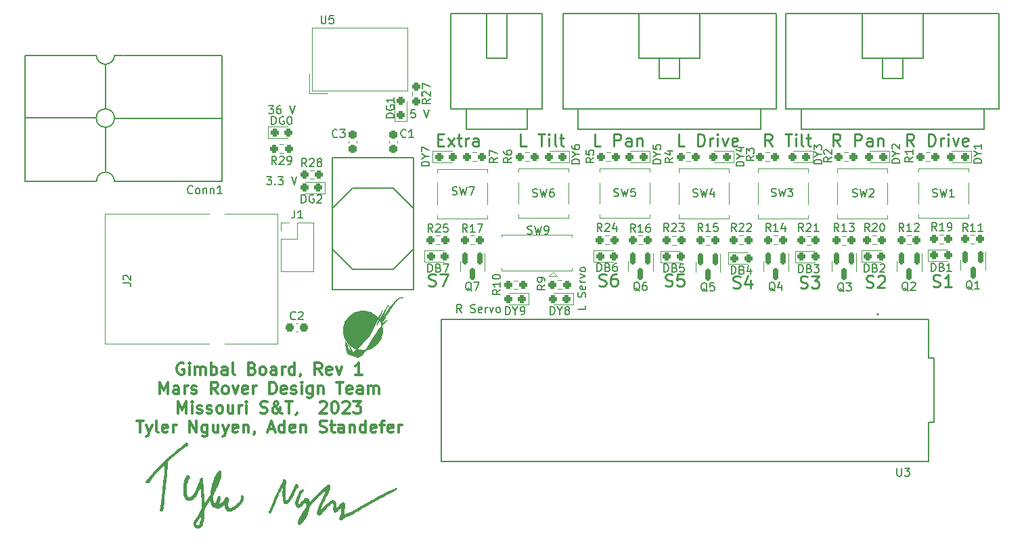
<source format=gto>
G04 #@! TF.GenerationSoftware,KiCad,Pcbnew,(6.0.7)*
G04 #@! TF.CreationDate,2022-11-19T15:08:40-06:00*
G04 #@! TF.ProjectId,Gimbal_Board_2023,47696d62-616c-45f4-926f-6172645f3230,rev?*
G04 #@! TF.SameCoordinates,Original*
G04 #@! TF.FileFunction,Legend,Top*
G04 #@! TF.FilePolarity,Positive*
%FSLAX46Y46*%
G04 Gerber Fmt 4.6, Leading zero omitted, Abs format (unit mm)*
G04 Created by KiCad (PCBNEW (6.0.7)) date 2022-11-19 15:08:40*
%MOMM*%
%LPD*%
G01*
G04 APERTURE LIST*
G04 Aperture macros list*
%AMRoundRect*
0 Rectangle with rounded corners*
0 $1 Rounding radius*
0 $2 $3 $4 $5 $6 $7 $8 $9 X,Y pos of 4 corners*
0 Add a 4 corners polygon primitive as box body*
4,1,4,$2,$3,$4,$5,$6,$7,$8,$9,$2,$3,0*
0 Add four circle primitives for the rounded corners*
1,1,$1+$1,$2,$3*
1,1,$1+$1,$4,$5*
1,1,$1+$1,$6,$7*
1,1,$1+$1,$8,$9*
0 Add four rect primitives between the rounded corners*
20,1,$1+$1,$2,$3,$4,$5,0*
20,1,$1+$1,$4,$5,$6,$7,0*
20,1,$1+$1,$6,$7,$8,$9,0*
20,1,$1+$1,$8,$9,$2,$3,0*%
G04 Aperture macros list end*
%ADD10C,0.254000*%
%ADD11C,0.150000*%
%ADD12C,0.300000*%
%ADD13C,0.120000*%
%ADD14C,0.010000*%
%ADD15C,0.127000*%
%ADD16C,0.200000*%
%ADD17RoundRect,0.237500X-0.287500X-0.237500X0.287500X-0.237500X0.287500X0.237500X-0.287500X0.237500X0*%
%ADD18RoundRect,0.150000X-0.150000X0.587500X-0.150000X-0.587500X0.150000X-0.587500X0.150000X0.587500X0*%
%ADD19RoundRect,0.237500X0.250000X0.237500X-0.250000X0.237500X-0.250000X-0.237500X0.250000X-0.237500X0*%
%ADD20RoundRect,0.237500X-0.250000X-0.237500X0.250000X-0.237500X0.250000X0.237500X-0.250000X0.237500X0*%
%ADD21R,1.500000X2.500000*%
%ADD22O,1.500000X2.500000*%
%ADD23R,2.750000X1.000000*%
%ADD24C,3.450000*%
%ADD25C,1.524000*%
%ADD26RoundRect,0.237500X0.287500X0.237500X-0.287500X0.237500X-0.287500X-0.237500X0.287500X-0.237500X0*%
%ADD27RoundRect,0.237500X-0.237500X0.300000X-0.237500X-0.300000X0.237500X-0.300000X0.237500X0.300000X0*%
%ADD28O,3.000000X5.100000*%
%ADD29RoundRect,0.237500X0.237500X-0.300000X0.237500X0.300000X-0.237500X0.300000X-0.237500X-0.300000X0*%
%ADD30RoundRect,0.237500X-0.300000X-0.237500X0.300000X-0.237500X0.300000X0.237500X-0.300000X0.237500X0*%
%ADD31RoundRect,0.237500X0.237500X-0.250000X0.237500X0.250000X-0.237500X0.250000X-0.237500X-0.250000X0*%
%ADD32R,1.350000X1.350000*%
%ADD33O,1.350000X1.350000*%
%ADD34C,1.100000*%
%ADD35C,1.400000*%
%ADD36C,4.000000*%
%ADD37C,2.000000*%
%ADD38C,1.308000*%
%ADD39C,1.258000*%
%ADD40C,1.208000*%
%ADD41O,2.200000X3.500000*%
%ADD42RoundRect,0.237500X0.237500X-0.287500X0.237500X0.287500X-0.237500X0.287500X-0.237500X-0.287500X0*%
G04 APERTURE END LIST*
D10*
X147719142Y-52759428D02*
X147211142Y-52033714D01*
X146848285Y-52759428D02*
X146848285Y-51235428D01*
X147428857Y-51235428D01*
X147574000Y-51308000D01*
X147646571Y-51380571D01*
X147719142Y-51525714D01*
X147719142Y-51743428D01*
X147646571Y-51888571D01*
X147574000Y-51961142D01*
X147428857Y-52033714D01*
X146848285Y-52033714D01*
X149315714Y-51235428D02*
X150186571Y-51235428D01*
X149751142Y-52759428D02*
X149751142Y-51235428D01*
X150694571Y-52759428D02*
X150694571Y-51743428D01*
X150694571Y-51235428D02*
X150622000Y-51308000D01*
X150694571Y-51380571D01*
X150767142Y-51308000D01*
X150694571Y-51235428D01*
X150694571Y-51380571D01*
X151638000Y-52759428D02*
X151492857Y-52686857D01*
X151420285Y-52541714D01*
X151420285Y-51235428D01*
X152000857Y-51743428D02*
X152581428Y-51743428D01*
X152218571Y-51235428D02*
X152218571Y-52541714D01*
X152291142Y-52686857D01*
X152436285Y-52759428D01*
X152581428Y-52759428D01*
X136760857Y-52759428D02*
X136035142Y-52759428D01*
X136035142Y-51235428D01*
X138430000Y-52759428D02*
X138430000Y-51235428D01*
X138792857Y-51235428D01*
X139010571Y-51308000D01*
X139155714Y-51453142D01*
X139228285Y-51598285D01*
X139300857Y-51888571D01*
X139300857Y-52106285D01*
X139228285Y-52396571D01*
X139155714Y-52541714D01*
X139010571Y-52686857D01*
X138792857Y-52759428D01*
X138430000Y-52759428D01*
X139954000Y-52759428D02*
X139954000Y-51743428D01*
X139954000Y-52033714D02*
X140026571Y-51888571D01*
X140099142Y-51816000D01*
X140244285Y-51743428D01*
X140389428Y-51743428D01*
X140897428Y-52759428D02*
X140897428Y-51743428D01*
X140897428Y-51235428D02*
X140824857Y-51308000D01*
X140897428Y-51380571D01*
X140970000Y-51308000D01*
X140897428Y-51235428D01*
X140897428Y-51380571D01*
X141478000Y-51743428D02*
X141840857Y-52759428D01*
X142203714Y-51743428D01*
X143364857Y-52686857D02*
X143219714Y-52759428D01*
X142929428Y-52759428D01*
X142784285Y-52686857D01*
X142711714Y-52541714D01*
X142711714Y-51961142D01*
X142784285Y-51816000D01*
X142929428Y-51743428D01*
X143219714Y-51743428D01*
X143364857Y-51816000D01*
X143437428Y-51961142D01*
X143437428Y-52106285D01*
X142711714Y-52251428D01*
D11*
X84740952Y-47712380D02*
X85360000Y-47712380D01*
X85026666Y-48093333D01*
X85169523Y-48093333D01*
X85264761Y-48140952D01*
X85312380Y-48188571D01*
X85360000Y-48283809D01*
X85360000Y-48521904D01*
X85312380Y-48617142D01*
X85264761Y-48664761D01*
X85169523Y-48712380D01*
X84883809Y-48712380D01*
X84788571Y-48664761D01*
X84740952Y-48617142D01*
X86217142Y-47712380D02*
X86026666Y-47712380D01*
X85931428Y-47760000D01*
X85883809Y-47807619D01*
X85788571Y-47950476D01*
X85740952Y-48140952D01*
X85740952Y-48521904D01*
X85788571Y-48617142D01*
X85836190Y-48664761D01*
X85931428Y-48712380D01*
X86121904Y-48712380D01*
X86217142Y-48664761D01*
X86264761Y-48617142D01*
X86312380Y-48521904D01*
X86312380Y-48283809D01*
X86264761Y-48188571D01*
X86217142Y-48140952D01*
X86121904Y-48093333D01*
X85931428Y-48093333D01*
X85836190Y-48140952D01*
X85788571Y-48188571D01*
X85740952Y-48283809D01*
X87360000Y-47712380D02*
X87693333Y-48712380D01*
X88026666Y-47712380D01*
D10*
X105918000Y-51961142D02*
X106426000Y-51961142D01*
X106643714Y-52759428D02*
X105918000Y-52759428D01*
X105918000Y-51235428D01*
X106643714Y-51235428D01*
X107151714Y-52759428D02*
X107950000Y-51743428D01*
X107151714Y-51743428D02*
X107950000Y-52759428D01*
X108312857Y-51743428D02*
X108893428Y-51743428D01*
X108530571Y-51235428D02*
X108530571Y-52541714D01*
X108603142Y-52686857D01*
X108748285Y-52759428D01*
X108893428Y-52759428D01*
X109401428Y-52759428D02*
X109401428Y-51743428D01*
X109401428Y-52033714D02*
X109474000Y-51888571D01*
X109546571Y-51816000D01*
X109691714Y-51743428D01*
X109836857Y-51743428D01*
X110998000Y-52759428D02*
X110998000Y-51961142D01*
X110925428Y-51816000D01*
X110780285Y-51743428D01*
X110490000Y-51743428D01*
X110344857Y-51816000D01*
X110998000Y-52686857D02*
X110852857Y-52759428D01*
X110490000Y-52759428D01*
X110344857Y-52686857D01*
X110272285Y-52541714D01*
X110272285Y-52396571D01*
X110344857Y-52251428D01*
X110490000Y-52178857D01*
X110852857Y-52178857D01*
X110998000Y-52106285D01*
D11*
X108878952Y-73604380D02*
X108545619Y-73128190D01*
X108307523Y-73604380D02*
X108307523Y-72604380D01*
X108688476Y-72604380D01*
X108783714Y-72652000D01*
X108831333Y-72699619D01*
X108878952Y-72794857D01*
X108878952Y-72937714D01*
X108831333Y-73032952D01*
X108783714Y-73080571D01*
X108688476Y-73128190D01*
X108307523Y-73128190D01*
X110021809Y-73556761D02*
X110164666Y-73604380D01*
X110402761Y-73604380D01*
X110498000Y-73556761D01*
X110545619Y-73509142D01*
X110593238Y-73413904D01*
X110593238Y-73318666D01*
X110545619Y-73223428D01*
X110498000Y-73175809D01*
X110402761Y-73128190D01*
X110212285Y-73080571D01*
X110117047Y-73032952D01*
X110069428Y-72985333D01*
X110021809Y-72890095D01*
X110021809Y-72794857D01*
X110069428Y-72699619D01*
X110117047Y-72652000D01*
X110212285Y-72604380D01*
X110450380Y-72604380D01*
X110593238Y-72652000D01*
X111402761Y-73556761D02*
X111307523Y-73604380D01*
X111117047Y-73604380D01*
X111021809Y-73556761D01*
X110974190Y-73461523D01*
X110974190Y-73080571D01*
X111021809Y-72985333D01*
X111117047Y-72937714D01*
X111307523Y-72937714D01*
X111402761Y-72985333D01*
X111450380Y-73080571D01*
X111450380Y-73175809D01*
X110974190Y-73271047D01*
X111878952Y-73604380D02*
X111878952Y-72937714D01*
X111878952Y-73128190D02*
X111926571Y-73032952D01*
X111974190Y-72985333D01*
X112069428Y-72937714D01*
X112164666Y-72937714D01*
X112402761Y-72937714D02*
X112640857Y-73604380D01*
X112878952Y-72937714D01*
X113402761Y-73604380D02*
X113307523Y-73556761D01*
X113259904Y-73509142D01*
X113212285Y-73413904D01*
X113212285Y-73128190D01*
X113259904Y-73032952D01*
X113307523Y-72985333D01*
X113402761Y-72937714D01*
X113545619Y-72937714D01*
X113640857Y-72985333D01*
X113688476Y-73032952D01*
X113736095Y-73128190D01*
X113736095Y-73413904D01*
X113688476Y-73509142D01*
X113640857Y-73556761D01*
X113545619Y-73604380D01*
X113402761Y-73604380D01*
D10*
X142856857Y-70466857D02*
X143074571Y-70539428D01*
X143437428Y-70539428D01*
X143582571Y-70466857D01*
X143655142Y-70394285D01*
X143727714Y-70249142D01*
X143727714Y-70104000D01*
X143655142Y-69958857D01*
X143582571Y-69886285D01*
X143437428Y-69813714D01*
X143147142Y-69741142D01*
X143002000Y-69668571D01*
X142929428Y-69596000D01*
X142856857Y-69450857D01*
X142856857Y-69305714D01*
X142929428Y-69160571D01*
X143002000Y-69088000D01*
X143147142Y-69015428D01*
X143510000Y-69015428D01*
X143727714Y-69088000D01*
X145034000Y-69523428D02*
X145034000Y-70539428D01*
X144671142Y-68942857D02*
X144308285Y-70031428D01*
X145251714Y-70031428D01*
X167852357Y-70345357D02*
X168070071Y-70417928D01*
X168432928Y-70417928D01*
X168578071Y-70345357D01*
X168650642Y-70272785D01*
X168723214Y-70127642D01*
X168723214Y-69982500D01*
X168650642Y-69837357D01*
X168578071Y-69764785D01*
X168432928Y-69692214D01*
X168142642Y-69619642D01*
X167997500Y-69547071D01*
X167924928Y-69474500D01*
X167852357Y-69329357D01*
X167852357Y-69184214D01*
X167924928Y-69039071D01*
X167997500Y-68966500D01*
X168142642Y-68893928D01*
X168505500Y-68893928D01*
X168723214Y-68966500D01*
X170174642Y-70417928D02*
X169303785Y-70417928D01*
X169739214Y-70417928D02*
X169739214Y-68893928D01*
X169594071Y-69111642D01*
X169448928Y-69256785D01*
X169303785Y-69329357D01*
D12*
X74121714Y-79955500D02*
X73978857Y-79884071D01*
X73764571Y-79884071D01*
X73550285Y-79955500D01*
X73407428Y-80098357D01*
X73335999Y-80241214D01*
X73264571Y-80526928D01*
X73264571Y-80741214D01*
X73335999Y-81026928D01*
X73407428Y-81169785D01*
X73550285Y-81312642D01*
X73764571Y-81384071D01*
X73907428Y-81384071D01*
X74121714Y-81312642D01*
X74193142Y-81241214D01*
X74193142Y-80741214D01*
X73907428Y-80741214D01*
X74835999Y-81384071D02*
X74835999Y-80384071D01*
X74835999Y-79884071D02*
X74764571Y-79955500D01*
X74835999Y-80026928D01*
X74907428Y-79955500D01*
X74835999Y-79884071D01*
X74835999Y-80026928D01*
X75550285Y-81384071D02*
X75550285Y-80384071D01*
X75550285Y-80526928D02*
X75621714Y-80455500D01*
X75764571Y-80384071D01*
X75978857Y-80384071D01*
X76121714Y-80455500D01*
X76193142Y-80598357D01*
X76193142Y-81384071D01*
X76193142Y-80598357D02*
X76264571Y-80455500D01*
X76407428Y-80384071D01*
X76621714Y-80384071D01*
X76764571Y-80455500D01*
X76835999Y-80598357D01*
X76835999Y-81384071D01*
X77550285Y-81384071D02*
X77550285Y-79884071D01*
X77550285Y-80455500D02*
X77693142Y-80384071D01*
X77978857Y-80384071D01*
X78121714Y-80455500D01*
X78193142Y-80526928D01*
X78264571Y-80669785D01*
X78264571Y-81098357D01*
X78193142Y-81241214D01*
X78121714Y-81312642D01*
X77978857Y-81384071D01*
X77693142Y-81384071D01*
X77550285Y-81312642D01*
X79550285Y-81384071D02*
X79550285Y-80598357D01*
X79478857Y-80455500D01*
X79335999Y-80384071D01*
X79050285Y-80384071D01*
X78907428Y-80455500D01*
X79550285Y-81312642D02*
X79407428Y-81384071D01*
X79050285Y-81384071D01*
X78907428Y-81312642D01*
X78835999Y-81169785D01*
X78835999Y-81026928D01*
X78907428Y-80884071D01*
X79050285Y-80812642D01*
X79407428Y-80812642D01*
X79550285Y-80741214D01*
X80478857Y-81384071D02*
X80335999Y-81312642D01*
X80264571Y-81169785D01*
X80264571Y-79884071D01*
X82693142Y-80598357D02*
X82907428Y-80669785D01*
X82978857Y-80741214D01*
X83050285Y-80884071D01*
X83050285Y-81098357D01*
X82978857Y-81241214D01*
X82907428Y-81312642D01*
X82764571Y-81384071D01*
X82193142Y-81384071D01*
X82193142Y-79884071D01*
X82693142Y-79884071D01*
X82836000Y-79955500D01*
X82907428Y-80026928D01*
X82978857Y-80169785D01*
X82978857Y-80312642D01*
X82907428Y-80455500D01*
X82836000Y-80526928D01*
X82693142Y-80598357D01*
X82193142Y-80598357D01*
X83907428Y-81384071D02*
X83764571Y-81312642D01*
X83693142Y-81241214D01*
X83621714Y-81098357D01*
X83621714Y-80669785D01*
X83693142Y-80526928D01*
X83764571Y-80455500D01*
X83907428Y-80384071D01*
X84121714Y-80384071D01*
X84264571Y-80455500D01*
X84336000Y-80526928D01*
X84407428Y-80669785D01*
X84407428Y-81098357D01*
X84336000Y-81241214D01*
X84264571Y-81312642D01*
X84121714Y-81384071D01*
X83907428Y-81384071D01*
X85693142Y-81384071D02*
X85693142Y-80598357D01*
X85621714Y-80455500D01*
X85478857Y-80384071D01*
X85193142Y-80384071D01*
X85050285Y-80455500D01*
X85693142Y-81312642D02*
X85550285Y-81384071D01*
X85193142Y-81384071D01*
X85050285Y-81312642D01*
X84978857Y-81169785D01*
X84978857Y-81026928D01*
X85050285Y-80884071D01*
X85193142Y-80812642D01*
X85550285Y-80812642D01*
X85693142Y-80741214D01*
X86407428Y-81384071D02*
X86407428Y-80384071D01*
X86407428Y-80669785D02*
X86478857Y-80526928D01*
X86550285Y-80455500D01*
X86693142Y-80384071D01*
X86835999Y-80384071D01*
X87978857Y-81384071D02*
X87978857Y-79884071D01*
X87978857Y-81312642D02*
X87835999Y-81384071D01*
X87550285Y-81384071D01*
X87407428Y-81312642D01*
X87335999Y-81241214D01*
X87264571Y-81098357D01*
X87264571Y-80669785D01*
X87335999Y-80526928D01*
X87407428Y-80455500D01*
X87550285Y-80384071D01*
X87835999Y-80384071D01*
X87978857Y-80455500D01*
X88764571Y-81312642D02*
X88764571Y-81384071D01*
X88693142Y-81526928D01*
X88621714Y-81598357D01*
X91407428Y-81384071D02*
X90907428Y-80669785D01*
X90550285Y-81384071D02*
X90550285Y-79884071D01*
X91121714Y-79884071D01*
X91264571Y-79955500D01*
X91335999Y-80026928D01*
X91407428Y-80169785D01*
X91407428Y-80384071D01*
X91335999Y-80526928D01*
X91264571Y-80598357D01*
X91121714Y-80669785D01*
X90550285Y-80669785D01*
X92621714Y-81312642D02*
X92478857Y-81384071D01*
X92193142Y-81384071D01*
X92050285Y-81312642D01*
X91978857Y-81169785D01*
X91978857Y-80598357D01*
X92050285Y-80455500D01*
X92193142Y-80384071D01*
X92478857Y-80384071D01*
X92621714Y-80455500D01*
X92693142Y-80598357D01*
X92693142Y-80741214D01*
X91978857Y-80884071D01*
X93193142Y-80384071D02*
X93550285Y-81384071D01*
X93907428Y-80384071D01*
X96407428Y-81384071D02*
X95550285Y-81384071D01*
X95978857Y-81384071D02*
X95978857Y-79884071D01*
X95835999Y-80098357D01*
X95693142Y-80241214D01*
X95550285Y-80312642D01*
X71157428Y-83799071D02*
X71157428Y-82299071D01*
X71657428Y-83370500D01*
X72157428Y-82299071D01*
X72157428Y-83799071D01*
X73514571Y-83799071D02*
X73514571Y-83013357D01*
X73443142Y-82870500D01*
X73300285Y-82799071D01*
X73014571Y-82799071D01*
X72871714Y-82870500D01*
X73514571Y-83727642D02*
X73371714Y-83799071D01*
X73014571Y-83799071D01*
X72871714Y-83727642D01*
X72800285Y-83584785D01*
X72800285Y-83441928D01*
X72871714Y-83299071D01*
X73014571Y-83227642D01*
X73371714Y-83227642D01*
X73514571Y-83156214D01*
X74228857Y-83799071D02*
X74228857Y-82799071D01*
X74228857Y-83084785D02*
X74300285Y-82941928D01*
X74371714Y-82870500D01*
X74514571Y-82799071D01*
X74657428Y-82799071D01*
X75086000Y-83727642D02*
X75228857Y-83799071D01*
X75514571Y-83799071D01*
X75657428Y-83727642D01*
X75728857Y-83584785D01*
X75728857Y-83513357D01*
X75657428Y-83370500D01*
X75514571Y-83299071D01*
X75300285Y-83299071D01*
X75157428Y-83227642D01*
X75086000Y-83084785D01*
X75086000Y-83013357D01*
X75157428Y-82870500D01*
X75300285Y-82799071D01*
X75514571Y-82799071D01*
X75657428Y-82870500D01*
X78371714Y-83799071D02*
X77871714Y-83084785D01*
X77514571Y-83799071D02*
X77514571Y-82299071D01*
X78086000Y-82299071D01*
X78228857Y-82370500D01*
X78300285Y-82441928D01*
X78371714Y-82584785D01*
X78371714Y-82799071D01*
X78300285Y-82941928D01*
X78228857Y-83013357D01*
X78086000Y-83084785D01*
X77514571Y-83084785D01*
X79228857Y-83799071D02*
X79086000Y-83727642D01*
X79014571Y-83656214D01*
X78943142Y-83513357D01*
X78943142Y-83084785D01*
X79014571Y-82941928D01*
X79086000Y-82870500D01*
X79228857Y-82799071D01*
X79443142Y-82799071D01*
X79586000Y-82870500D01*
X79657428Y-82941928D01*
X79728857Y-83084785D01*
X79728857Y-83513357D01*
X79657428Y-83656214D01*
X79586000Y-83727642D01*
X79443142Y-83799071D01*
X79228857Y-83799071D01*
X80228857Y-82799071D02*
X80586000Y-83799071D01*
X80943142Y-82799071D01*
X82086000Y-83727642D02*
X81943142Y-83799071D01*
X81657428Y-83799071D01*
X81514571Y-83727642D01*
X81443142Y-83584785D01*
X81443142Y-83013357D01*
X81514571Y-82870500D01*
X81657428Y-82799071D01*
X81943142Y-82799071D01*
X82086000Y-82870500D01*
X82157428Y-83013357D01*
X82157428Y-83156214D01*
X81443142Y-83299071D01*
X82800285Y-83799071D02*
X82800285Y-82799071D01*
X82800285Y-83084785D02*
X82871714Y-82941928D01*
X82943142Y-82870500D01*
X83086000Y-82799071D01*
X83228857Y-82799071D01*
X84871714Y-83799071D02*
X84871714Y-82299071D01*
X85228857Y-82299071D01*
X85443142Y-82370500D01*
X85586000Y-82513357D01*
X85657428Y-82656214D01*
X85728857Y-82941928D01*
X85728857Y-83156214D01*
X85657428Y-83441928D01*
X85586000Y-83584785D01*
X85443142Y-83727642D01*
X85228857Y-83799071D01*
X84871714Y-83799071D01*
X86943142Y-83727642D02*
X86800285Y-83799071D01*
X86514571Y-83799071D01*
X86371714Y-83727642D01*
X86300285Y-83584785D01*
X86300285Y-83013357D01*
X86371714Y-82870500D01*
X86514571Y-82799071D01*
X86800285Y-82799071D01*
X86943142Y-82870500D01*
X87014571Y-83013357D01*
X87014571Y-83156214D01*
X86300285Y-83299071D01*
X87586000Y-83727642D02*
X87728857Y-83799071D01*
X88014571Y-83799071D01*
X88157428Y-83727642D01*
X88228857Y-83584785D01*
X88228857Y-83513357D01*
X88157428Y-83370500D01*
X88014571Y-83299071D01*
X87800285Y-83299071D01*
X87657428Y-83227642D01*
X87586000Y-83084785D01*
X87586000Y-83013357D01*
X87657428Y-82870500D01*
X87800285Y-82799071D01*
X88014571Y-82799071D01*
X88157428Y-82870500D01*
X88871714Y-83799071D02*
X88871714Y-82799071D01*
X88871714Y-82299071D02*
X88800285Y-82370500D01*
X88871714Y-82441928D01*
X88943142Y-82370500D01*
X88871714Y-82299071D01*
X88871714Y-82441928D01*
X90228857Y-82799071D02*
X90228857Y-84013357D01*
X90157428Y-84156214D01*
X90086000Y-84227642D01*
X89943142Y-84299071D01*
X89728857Y-84299071D01*
X89586000Y-84227642D01*
X90228857Y-83727642D02*
X90086000Y-83799071D01*
X89800285Y-83799071D01*
X89657428Y-83727642D01*
X89586000Y-83656214D01*
X89514571Y-83513357D01*
X89514571Y-83084785D01*
X89586000Y-82941928D01*
X89657428Y-82870500D01*
X89800285Y-82799071D01*
X90086000Y-82799071D01*
X90228857Y-82870500D01*
X90943142Y-82799071D02*
X90943142Y-83799071D01*
X90943142Y-82941928D02*
X91014571Y-82870500D01*
X91157428Y-82799071D01*
X91371714Y-82799071D01*
X91514571Y-82870500D01*
X91586000Y-83013357D01*
X91586000Y-83799071D01*
X93228857Y-82299071D02*
X94086000Y-82299071D01*
X93657428Y-83799071D02*
X93657428Y-82299071D01*
X95157428Y-83727642D02*
X95014571Y-83799071D01*
X94728857Y-83799071D01*
X94586000Y-83727642D01*
X94514571Y-83584785D01*
X94514571Y-83013357D01*
X94586000Y-82870500D01*
X94728857Y-82799071D01*
X95014571Y-82799071D01*
X95157428Y-82870500D01*
X95228857Y-83013357D01*
X95228857Y-83156214D01*
X94514571Y-83299071D01*
X96514571Y-83799071D02*
X96514571Y-83013357D01*
X96443142Y-82870500D01*
X96300285Y-82799071D01*
X96014571Y-82799071D01*
X95871714Y-82870500D01*
X96514571Y-83727642D02*
X96371714Y-83799071D01*
X96014571Y-83799071D01*
X95871714Y-83727642D01*
X95800285Y-83584785D01*
X95800285Y-83441928D01*
X95871714Y-83299071D01*
X96014571Y-83227642D01*
X96371714Y-83227642D01*
X96514571Y-83156214D01*
X97228857Y-83799071D02*
X97228857Y-82799071D01*
X97228857Y-82941928D02*
X97300285Y-82870500D01*
X97443142Y-82799071D01*
X97657428Y-82799071D01*
X97800285Y-82870500D01*
X97871714Y-83013357D01*
X97871714Y-83799071D01*
X97871714Y-83013357D02*
X97943142Y-82870500D01*
X98086000Y-82799071D01*
X98300285Y-82799071D01*
X98443142Y-82870500D01*
X98514571Y-83013357D01*
X98514571Y-83799071D01*
X73443142Y-86214071D02*
X73443142Y-84714071D01*
X73943142Y-85785500D01*
X74443142Y-84714071D01*
X74443142Y-86214071D01*
X75157428Y-86214071D02*
X75157428Y-85214071D01*
X75157428Y-84714071D02*
X75086000Y-84785500D01*
X75157428Y-84856928D01*
X75228857Y-84785500D01*
X75157428Y-84714071D01*
X75157428Y-84856928D01*
X75800285Y-86142642D02*
X75943142Y-86214071D01*
X76228857Y-86214071D01*
X76371714Y-86142642D01*
X76443142Y-85999785D01*
X76443142Y-85928357D01*
X76371714Y-85785500D01*
X76228857Y-85714071D01*
X76014571Y-85714071D01*
X75871714Y-85642642D01*
X75800285Y-85499785D01*
X75800285Y-85428357D01*
X75871714Y-85285500D01*
X76014571Y-85214071D01*
X76228857Y-85214071D01*
X76371714Y-85285500D01*
X77014571Y-86142642D02*
X77157428Y-86214071D01*
X77443142Y-86214071D01*
X77586000Y-86142642D01*
X77657428Y-85999785D01*
X77657428Y-85928357D01*
X77586000Y-85785500D01*
X77443142Y-85714071D01*
X77228857Y-85714071D01*
X77086000Y-85642642D01*
X77014571Y-85499785D01*
X77014571Y-85428357D01*
X77086000Y-85285500D01*
X77228857Y-85214071D01*
X77443142Y-85214071D01*
X77586000Y-85285500D01*
X78514571Y-86214071D02*
X78371714Y-86142642D01*
X78300285Y-86071214D01*
X78228857Y-85928357D01*
X78228857Y-85499785D01*
X78300285Y-85356928D01*
X78371714Y-85285500D01*
X78514571Y-85214071D01*
X78728857Y-85214071D01*
X78871714Y-85285500D01*
X78943142Y-85356928D01*
X79014571Y-85499785D01*
X79014571Y-85928357D01*
X78943142Y-86071214D01*
X78871714Y-86142642D01*
X78728857Y-86214071D01*
X78514571Y-86214071D01*
X80300285Y-85214071D02*
X80300285Y-86214071D01*
X79657428Y-85214071D02*
X79657428Y-85999785D01*
X79728857Y-86142642D01*
X79871714Y-86214071D01*
X80086000Y-86214071D01*
X80228857Y-86142642D01*
X80300285Y-86071214D01*
X81014571Y-86214071D02*
X81014571Y-85214071D01*
X81014571Y-85499785D02*
X81086000Y-85356928D01*
X81157428Y-85285500D01*
X81300285Y-85214071D01*
X81443142Y-85214071D01*
X81943142Y-86214071D02*
X81943142Y-85214071D01*
X81943142Y-84714071D02*
X81871714Y-84785500D01*
X81943142Y-84856928D01*
X82014571Y-84785500D01*
X81943142Y-84714071D01*
X81943142Y-84856928D01*
X83728857Y-86142642D02*
X83943142Y-86214071D01*
X84300285Y-86214071D01*
X84443142Y-86142642D01*
X84514571Y-86071214D01*
X84586000Y-85928357D01*
X84586000Y-85785500D01*
X84514571Y-85642642D01*
X84443142Y-85571214D01*
X84300285Y-85499785D01*
X84014571Y-85428357D01*
X83871714Y-85356928D01*
X83800285Y-85285500D01*
X83728857Y-85142642D01*
X83728857Y-84999785D01*
X83800285Y-84856928D01*
X83871714Y-84785500D01*
X84014571Y-84714071D01*
X84371714Y-84714071D01*
X84586000Y-84785500D01*
X86443142Y-86214071D02*
X86371714Y-86214071D01*
X86228857Y-86142642D01*
X86014571Y-85928357D01*
X85657428Y-85499785D01*
X85514571Y-85285500D01*
X85443142Y-85071214D01*
X85443142Y-84928357D01*
X85514571Y-84785500D01*
X85657428Y-84714071D01*
X85728857Y-84714071D01*
X85871714Y-84785500D01*
X85943142Y-84928357D01*
X85943142Y-84999785D01*
X85871714Y-85142642D01*
X85800285Y-85214071D01*
X85371714Y-85499785D01*
X85300285Y-85571214D01*
X85228857Y-85714071D01*
X85228857Y-85928357D01*
X85300285Y-86071214D01*
X85371714Y-86142642D01*
X85514571Y-86214071D01*
X85728857Y-86214071D01*
X85871714Y-86142642D01*
X85943142Y-86071214D01*
X86157428Y-85785500D01*
X86228857Y-85571214D01*
X86228857Y-85428357D01*
X86871714Y-84714071D02*
X87728857Y-84714071D01*
X87300285Y-86214071D02*
X87300285Y-84714071D01*
X88300285Y-86142642D02*
X88300285Y-86214071D01*
X88228857Y-86356928D01*
X88157428Y-86428357D01*
X91157428Y-84856928D02*
X91228857Y-84785500D01*
X91371714Y-84714071D01*
X91728857Y-84714071D01*
X91871714Y-84785500D01*
X91943142Y-84856928D01*
X92014571Y-84999785D01*
X92014571Y-85142642D01*
X91943142Y-85356928D01*
X91086000Y-86214071D01*
X92014571Y-86214071D01*
X92943142Y-84714071D02*
X93086000Y-84714071D01*
X93228857Y-84785500D01*
X93300285Y-84856928D01*
X93371714Y-84999785D01*
X93443142Y-85285500D01*
X93443142Y-85642642D01*
X93371714Y-85928357D01*
X93300285Y-86071214D01*
X93228857Y-86142642D01*
X93086000Y-86214071D01*
X92943142Y-86214071D01*
X92800285Y-86142642D01*
X92728857Y-86071214D01*
X92657428Y-85928357D01*
X92586000Y-85642642D01*
X92586000Y-85285500D01*
X92657428Y-84999785D01*
X92728857Y-84856928D01*
X92800285Y-84785500D01*
X92943142Y-84714071D01*
X94014571Y-84856928D02*
X94086000Y-84785500D01*
X94228857Y-84714071D01*
X94586000Y-84714071D01*
X94728857Y-84785500D01*
X94800285Y-84856928D01*
X94871714Y-84999785D01*
X94871714Y-85142642D01*
X94800285Y-85356928D01*
X93943142Y-86214071D01*
X94871714Y-86214071D01*
X95371714Y-84714071D02*
X96300285Y-84714071D01*
X95800285Y-85285500D01*
X96014571Y-85285500D01*
X96157428Y-85356928D01*
X96228857Y-85428357D01*
X96300285Y-85571214D01*
X96300285Y-85928357D01*
X96228857Y-86071214D01*
X96157428Y-86142642D01*
X96014571Y-86214071D01*
X95586000Y-86214071D01*
X95443142Y-86142642D01*
X95371714Y-86071214D01*
X68228857Y-87129071D02*
X69086000Y-87129071D01*
X68657428Y-88629071D02*
X68657428Y-87129071D01*
X69443142Y-87629071D02*
X69800285Y-88629071D01*
X70157428Y-87629071D02*
X69800285Y-88629071D01*
X69657428Y-88986214D01*
X69586000Y-89057642D01*
X69443142Y-89129071D01*
X70943142Y-88629071D02*
X70800285Y-88557642D01*
X70728857Y-88414785D01*
X70728857Y-87129071D01*
X72086000Y-88557642D02*
X71943142Y-88629071D01*
X71657428Y-88629071D01*
X71514571Y-88557642D01*
X71443142Y-88414785D01*
X71443142Y-87843357D01*
X71514571Y-87700500D01*
X71657428Y-87629071D01*
X71943142Y-87629071D01*
X72086000Y-87700500D01*
X72157428Y-87843357D01*
X72157428Y-87986214D01*
X71443142Y-88129071D01*
X72800285Y-88629071D02*
X72800285Y-87629071D01*
X72800285Y-87914785D02*
X72871714Y-87771928D01*
X72943142Y-87700500D01*
X73086000Y-87629071D01*
X73228857Y-87629071D01*
X74871714Y-88629071D02*
X74871714Y-87129071D01*
X75728857Y-88629071D01*
X75728857Y-87129071D01*
X77086000Y-87629071D02*
X77086000Y-88843357D01*
X77014571Y-88986214D01*
X76943142Y-89057642D01*
X76800285Y-89129071D01*
X76586000Y-89129071D01*
X76443142Y-89057642D01*
X77086000Y-88557642D02*
X76943142Y-88629071D01*
X76657428Y-88629071D01*
X76514571Y-88557642D01*
X76443142Y-88486214D01*
X76371714Y-88343357D01*
X76371714Y-87914785D01*
X76443142Y-87771928D01*
X76514571Y-87700500D01*
X76657428Y-87629071D01*
X76943142Y-87629071D01*
X77086000Y-87700500D01*
X78443142Y-87629071D02*
X78443142Y-88629071D01*
X77800285Y-87629071D02*
X77800285Y-88414785D01*
X77871714Y-88557642D01*
X78014571Y-88629071D01*
X78228857Y-88629071D01*
X78371714Y-88557642D01*
X78443142Y-88486214D01*
X79014571Y-87629071D02*
X79371714Y-88629071D01*
X79728857Y-87629071D02*
X79371714Y-88629071D01*
X79228857Y-88986214D01*
X79157428Y-89057642D01*
X79014571Y-89129071D01*
X80871714Y-88557642D02*
X80728857Y-88629071D01*
X80443142Y-88629071D01*
X80300285Y-88557642D01*
X80228857Y-88414785D01*
X80228857Y-87843357D01*
X80300285Y-87700500D01*
X80443142Y-87629071D01*
X80728857Y-87629071D01*
X80871714Y-87700500D01*
X80943142Y-87843357D01*
X80943142Y-87986214D01*
X80228857Y-88129071D01*
X81586000Y-87629071D02*
X81586000Y-88629071D01*
X81586000Y-87771928D02*
X81657428Y-87700500D01*
X81800285Y-87629071D01*
X82014571Y-87629071D01*
X82157428Y-87700500D01*
X82228857Y-87843357D01*
X82228857Y-88629071D01*
X83014571Y-88557642D02*
X83014571Y-88629071D01*
X82943142Y-88771928D01*
X82871714Y-88843357D01*
X84728857Y-88200500D02*
X85443142Y-88200500D01*
X84586000Y-88629071D02*
X85086000Y-87129071D01*
X85586000Y-88629071D01*
X86728857Y-88629071D02*
X86728857Y-87129071D01*
X86728857Y-88557642D02*
X86586000Y-88629071D01*
X86300285Y-88629071D01*
X86157428Y-88557642D01*
X86086000Y-88486214D01*
X86014571Y-88343357D01*
X86014571Y-87914785D01*
X86086000Y-87771928D01*
X86157428Y-87700500D01*
X86300285Y-87629071D01*
X86586000Y-87629071D01*
X86728857Y-87700500D01*
X88014571Y-88557642D02*
X87871714Y-88629071D01*
X87586000Y-88629071D01*
X87443142Y-88557642D01*
X87371714Y-88414785D01*
X87371714Y-87843357D01*
X87443142Y-87700500D01*
X87586000Y-87629071D01*
X87871714Y-87629071D01*
X88014571Y-87700500D01*
X88086000Y-87843357D01*
X88086000Y-87986214D01*
X87371714Y-88129071D01*
X88728857Y-87629071D02*
X88728857Y-88629071D01*
X88728857Y-87771928D02*
X88800285Y-87700500D01*
X88943142Y-87629071D01*
X89157428Y-87629071D01*
X89300285Y-87700500D01*
X89371714Y-87843357D01*
X89371714Y-88629071D01*
X91157428Y-88557642D02*
X91371714Y-88629071D01*
X91728857Y-88629071D01*
X91871714Y-88557642D01*
X91943142Y-88486214D01*
X92014571Y-88343357D01*
X92014571Y-88200500D01*
X91943142Y-88057642D01*
X91871714Y-87986214D01*
X91728857Y-87914785D01*
X91443142Y-87843357D01*
X91300285Y-87771928D01*
X91228857Y-87700500D01*
X91157428Y-87557642D01*
X91157428Y-87414785D01*
X91228857Y-87271928D01*
X91300285Y-87200500D01*
X91443142Y-87129071D01*
X91800285Y-87129071D01*
X92014571Y-87200500D01*
X92443142Y-87629071D02*
X93014571Y-87629071D01*
X92657428Y-87129071D02*
X92657428Y-88414785D01*
X92728857Y-88557642D01*
X92871714Y-88629071D01*
X93014571Y-88629071D01*
X94157428Y-88629071D02*
X94157428Y-87843357D01*
X94086000Y-87700500D01*
X93943142Y-87629071D01*
X93657428Y-87629071D01*
X93514571Y-87700500D01*
X94157428Y-88557642D02*
X94014571Y-88629071D01*
X93657428Y-88629071D01*
X93514571Y-88557642D01*
X93443142Y-88414785D01*
X93443142Y-88271928D01*
X93514571Y-88129071D01*
X93657428Y-88057642D01*
X94014571Y-88057642D01*
X94157428Y-87986214D01*
X94871714Y-87629071D02*
X94871714Y-88629071D01*
X94871714Y-87771928D02*
X94943142Y-87700500D01*
X95086000Y-87629071D01*
X95300285Y-87629071D01*
X95443142Y-87700500D01*
X95514571Y-87843357D01*
X95514571Y-88629071D01*
X96871714Y-88629071D02*
X96871714Y-87129071D01*
X96871714Y-88557642D02*
X96728857Y-88629071D01*
X96443142Y-88629071D01*
X96300285Y-88557642D01*
X96228857Y-88486214D01*
X96157428Y-88343357D01*
X96157428Y-87914785D01*
X96228857Y-87771928D01*
X96300285Y-87700500D01*
X96443142Y-87629071D01*
X96728857Y-87629071D01*
X96871714Y-87700500D01*
X98157428Y-88557642D02*
X98014571Y-88629071D01*
X97728857Y-88629071D01*
X97586000Y-88557642D01*
X97514571Y-88414785D01*
X97514571Y-87843357D01*
X97586000Y-87700500D01*
X97728857Y-87629071D01*
X98014571Y-87629071D01*
X98157428Y-87700500D01*
X98228857Y-87843357D01*
X98228857Y-87986214D01*
X97514571Y-88129071D01*
X98657428Y-87629071D02*
X99228857Y-87629071D01*
X98871714Y-88629071D02*
X98871714Y-87343357D01*
X98943142Y-87200500D01*
X99086000Y-87129071D01*
X99228857Y-87129071D01*
X100300285Y-88557642D02*
X100157428Y-88629071D01*
X99871714Y-88629071D01*
X99728857Y-88557642D01*
X99657428Y-88414785D01*
X99657428Y-87843357D01*
X99728857Y-87700500D01*
X99871714Y-87629071D01*
X100157428Y-87629071D01*
X100300285Y-87700500D01*
X100371714Y-87843357D01*
X100371714Y-87986214D01*
X99657428Y-88129071D01*
X101014571Y-88629071D02*
X101014571Y-87629071D01*
X101014571Y-87914785D02*
X101086000Y-87771928D01*
X101157428Y-87700500D01*
X101300285Y-87629071D01*
X101443142Y-87629071D01*
D10*
X116985142Y-52759428D02*
X116259428Y-52759428D01*
X116259428Y-51235428D01*
X118436571Y-51235428D02*
X119307428Y-51235428D01*
X118872000Y-52759428D02*
X118872000Y-51235428D01*
X119815428Y-52759428D02*
X119815428Y-51743428D01*
X119815428Y-51235428D02*
X119742857Y-51308000D01*
X119815428Y-51380571D01*
X119888000Y-51308000D01*
X119815428Y-51235428D01*
X119815428Y-51380571D01*
X120758857Y-52759428D02*
X120613714Y-52686857D01*
X120541142Y-52541714D01*
X120541142Y-51235428D01*
X121121714Y-51743428D02*
X121702285Y-51743428D01*
X121339428Y-51235428D02*
X121339428Y-52541714D01*
X121412000Y-52686857D01*
X121557142Y-52759428D01*
X121702285Y-52759428D01*
X126274285Y-52759428D02*
X125548571Y-52759428D01*
X125548571Y-51235428D01*
X127943428Y-52759428D02*
X127943428Y-51235428D01*
X128524000Y-51235428D01*
X128669142Y-51308000D01*
X128741714Y-51380571D01*
X128814285Y-51525714D01*
X128814285Y-51743428D01*
X128741714Y-51888571D01*
X128669142Y-51961142D01*
X128524000Y-52033714D01*
X127943428Y-52033714D01*
X130120571Y-52759428D02*
X130120571Y-51961142D01*
X130048000Y-51816000D01*
X129902857Y-51743428D01*
X129612571Y-51743428D01*
X129467428Y-51816000D01*
X130120571Y-52686857D02*
X129975428Y-52759428D01*
X129612571Y-52759428D01*
X129467428Y-52686857D01*
X129394857Y-52541714D01*
X129394857Y-52396571D01*
X129467428Y-52251428D01*
X129612571Y-52178857D01*
X129975428Y-52178857D01*
X130120571Y-52106285D01*
X130846285Y-51743428D02*
X130846285Y-52759428D01*
X130846285Y-51888571D02*
X130918857Y-51816000D01*
X131064000Y-51743428D01*
X131281714Y-51743428D01*
X131426857Y-51816000D01*
X131499428Y-51961142D01*
X131499428Y-52759428D01*
D11*
X124404380Y-72731047D02*
X124404380Y-73207238D01*
X123404380Y-73207238D01*
X124356761Y-71683428D02*
X124404380Y-71540571D01*
X124404380Y-71302476D01*
X124356761Y-71207238D01*
X124309142Y-71159619D01*
X124213904Y-71112000D01*
X124118666Y-71112000D01*
X124023428Y-71159619D01*
X123975809Y-71207238D01*
X123928190Y-71302476D01*
X123880571Y-71492952D01*
X123832952Y-71588190D01*
X123785333Y-71635809D01*
X123690095Y-71683428D01*
X123594857Y-71683428D01*
X123499619Y-71635809D01*
X123452000Y-71588190D01*
X123404380Y-71492952D01*
X123404380Y-71254857D01*
X123452000Y-71112000D01*
X124356761Y-70302476D02*
X124404380Y-70397714D01*
X124404380Y-70588190D01*
X124356761Y-70683428D01*
X124261523Y-70731047D01*
X123880571Y-70731047D01*
X123785333Y-70683428D01*
X123737714Y-70588190D01*
X123737714Y-70397714D01*
X123785333Y-70302476D01*
X123880571Y-70254857D01*
X123975809Y-70254857D01*
X124071047Y-70731047D01*
X124404380Y-69826285D02*
X123737714Y-69826285D01*
X123928190Y-69826285D02*
X123832952Y-69778666D01*
X123785333Y-69731047D01*
X123737714Y-69635809D01*
X123737714Y-69540571D01*
X123737714Y-69302476D02*
X124404380Y-69064380D01*
X123737714Y-68826285D01*
X124404380Y-68302476D02*
X124356761Y-68397714D01*
X124309142Y-68445333D01*
X124213904Y-68492952D01*
X123928190Y-68492952D01*
X123832952Y-68445333D01*
X123785333Y-68397714D01*
X123737714Y-68302476D01*
X123737714Y-68159619D01*
X123785333Y-68064380D01*
X123832952Y-68016761D01*
X123928190Y-67969142D01*
X124213904Y-67969142D01*
X124309142Y-68016761D01*
X124356761Y-68064380D01*
X124404380Y-68159619D01*
X124404380Y-68302476D01*
D10*
X159513357Y-70434857D02*
X159731071Y-70507428D01*
X160093928Y-70507428D01*
X160239071Y-70434857D01*
X160311642Y-70362285D01*
X160384214Y-70217142D01*
X160384214Y-70072000D01*
X160311642Y-69926857D01*
X160239071Y-69854285D01*
X160093928Y-69781714D01*
X159803642Y-69709142D01*
X159658500Y-69636571D01*
X159585928Y-69564000D01*
X159513357Y-69418857D01*
X159513357Y-69273714D01*
X159585928Y-69128571D01*
X159658500Y-69056000D01*
X159803642Y-68983428D01*
X160166500Y-68983428D01*
X160384214Y-69056000D01*
X160964785Y-69128571D02*
X161037357Y-69056000D01*
X161182500Y-68983428D01*
X161545357Y-68983428D01*
X161690500Y-69056000D01*
X161763071Y-69128571D01*
X161835642Y-69273714D01*
X161835642Y-69418857D01*
X161763071Y-69636571D01*
X160892214Y-70507428D01*
X161835642Y-70507428D01*
X126092857Y-70212857D02*
X126310571Y-70285428D01*
X126673428Y-70285428D01*
X126818571Y-70212857D01*
X126891142Y-70140285D01*
X126963714Y-69995142D01*
X126963714Y-69850000D01*
X126891142Y-69704857D01*
X126818571Y-69632285D01*
X126673428Y-69559714D01*
X126383142Y-69487142D01*
X126238000Y-69414571D01*
X126165428Y-69342000D01*
X126092857Y-69196857D01*
X126092857Y-69051714D01*
X126165428Y-68906571D01*
X126238000Y-68834000D01*
X126383142Y-68761428D01*
X126746000Y-68761428D01*
X126963714Y-68834000D01*
X128270000Y-68761428D02*
X127979714Y-68761428D01*
X127834571Y-68834000D01*
X127762000Y-68906571D01*
X127616857Y-69124285D01*
X127544285Y-69414571D01*
X127544285Y-69995142D01*
X127616857Y-70140285D01*
X127689428Y-70212857D01*
X127834571Y-70285428D01*
X128124857Y-70285428D01*
X128270000Y-70212857D01*
X128342571Y-70140285D01*
X128415142Y-69995142D01*
X128415142Y-69632285D01*
X128342571Y-69487142D01*
X128270000Y-69414571D01*
X128124857Y-69342000D01*
X127834571Y-69342000D01*
X127689428Y-69414571D01*
X127616857Y-69487142D01*
X127544285Y-69632285D01*
D11*
X103060571Y-48220380D02*
X102584380Y-48220380D01*
X102536761Y-48696571D01*
X102584380Y-48648952D01*
X102679619Y-48601333D01*
X102917714Y-48601333D01*
X103012952Y-48648952D01*
X103060571Y-48696571D01*
X103108190Y-48791809D01*
X103108190Y-49029904D01*
X103060571Y-49125142D01*
X103012952Y-49172761D01*
X102917714Y-49220380D01*
X102679619Y-49220380D01*
X102584380Y-49172761D01*
X102536761Y-49125142D01*
X104155809Y-48220380D02*
X104489142Y-49220380D01*
X104822476Y-48220380D01*
D10*
X165462857Y-52759428D02*
X164954857Y-52033714D01*
X164592000Y-52759428D02*
X164592000Y-51235428D01*
X165172571Y-51235428D01*
X165317714Y-51308000D01*
X165390285Y-51380571D01*
X165462857Y-51525714D01*
X165462857Y-51743428D01*
X165390285Y-51888571D01*
X165317714Y-51961142D01*
X165172571Y-52033714D01*
X164592000Y-52033714D01*
X167277142Y-52759428D02*
X167277142Y-51235428D01*
X167640000Y-51235428D01*
X167857714Y-51308000D01*
X168002857Y-51453142D01*
X168075428Y-51598285D01*
X168148000Y-51888571D01*
X168148000Y-52106285D01*
X168075428Y-52396571D01*
X168002857Y-52541714D01*
X167857714Y-52686857D01*
X167640000Y-52759428D01*
X167277142Y-52759428D01*
X168801142Y-52759428D02*
X168801142Y-51743428D01*
X168801142Y-52033714D02*
X168873714Y-51888571D01*
X168946285Y-51816000D01*
X169091428Y-51743428D01*
X169236571Y-51743428D01*
X169744571Y-52759428D02*
X169744571Y-51743428D01*
X169744571Y-51235428D02*
X169672000Y-51308000D01*
X169744571Y-51380571D01*
X169817142Y-51308000D01*
X169744571Y-51235428D01*
X169744571Y-51380571D01*
X170325142Y-51743428D02*
X170688000Y-52759428D01*
X171050857Y-51743428D01*
X172212000Y-52686857D02*
X172066857Y-52759428D01*
X171776571Y-52759428D01*
X171631428Y-52686857D01*
X171558857Y-52541714D01*
X171558857Y-51961142D01*
X171631428Y-51816000D01*
X171776571Y-51743428D01*
X172066857Y-51743428D01*
X172212000Y-51816000D01*
X172284571Y-51961142D01*
X172284571Y-52106285D01*
X171558857Y-52251428D01*
D11*
X84502857Y-56602380D02*
X85121904Y-56602380D01*
X84788571Y-56983333D01*
X84931428Y-56983333D01*
X85026666Y-57030952D01*
X85074285Y-57078571D01*
X85121904Y-57173809D01*
X85121904Y-57411904D01*
X85074285Y-57507142D01*
X85026666Y-57554761D01*
X84931428Y-57602380D01*
X84645714Y-57602380D01*
X84550476Y-57554761D01*
X84502857Y-57507142D01*
X85550476Y-57507142D02*
X85598095Y-57554761D01*
X85550476Y-57602380D01*
X85502857Y-57554761D01*
X85550476Y-57507142D01*
X85550476Y-57602380D01*
X85931428Y-56602380D02*
X86550476Y-56602380D01*
X86217142Y-56983333D01*
X86360000Y-56983333D01*
X86455238Y-57030952D01*
X86502857Y-57078571D01*
X86550476Y-57173809D01*
X86550476Y-57411904D01*
X86502857Y-57507142D01*
X86455238Y-57554761D01*
X86360000Y-57602380D01*
X86074285Y-57602380D01*
X85979047Y-57554761D01*
X85931428Y-57507142D01*
X87598095Y-56602380D02*
X87931428Y-57602380D01*
X88264761Y-56602380D01*
D10*
X156246285Y-52759428D02*
X155738285Y-52033714D01*
X155375428Y-52759428D02*
X155375428Y-51235428D01*
X155956000Y-51235428D01*
X156101142Y-51308000D01*
X156173714Y-51380571D01*
X156246285Y-51525714D01*
X156246285Y-51743428D01*
X156173714Y-51888571D01*
X156101142Y-51961142D01*
X155956000Y-52033714D01*
X155375428Y-52033714D01*
X158060571Y-52759428D02*
X158060571Y-51235428D01*
X158641142Y-51235428D01*
X158786285Y-51308000D01*
X158858857Y-51380571D01*
X158931428Y-51525714D01*
X158931428Y-51743428D01*
X158858857Y-51888571D01*
X158786285Y-51961142D01*
X158641142Y-52033714D01*
X158060571Y-52033714D01*
X160237714Y-52759428D02*
X160237714Y-51961142D01*
X160165142Y-51816000D01*
X160020000Y-51743428D01*
X159729714Y-51743428D01*
X159584571Y-51816000D01*
X160237714Y-52686857D02*
X160092571Y-52759428D01*
X159729714Y-52759428D01*
X159584571Y-52686857D01*
X159512000Y-52541714D01*
X159512000Y-52396571D01*
X159584571Y-52251428D01*
X159729714Y-52178857D01*
X160092571Y-52178857D01*
X160237714Y-52106285D01*
X160963428Y-51743428D02*
X160963428Y-52759428D01*
X160963428Y-51888571D02*
X161036000Y-51816000D01*
X161181142Y-51743428D01*
X161398857Y-51743428D01*
X161544000Y-51816000D01*
X161616571Y-51961142D01*
X161616571Y-52759428D01*
X104756857Y-70212857D02*
X104974571Y-70285428D01*
X105337428Y-70285428D01*
X105482571Y-70212857D01*
X105555142Y-70140285D01*
X105627714Y-69995142D01*
X105627714Y-69850000D01*
X105555142Y-69704857D01*
X105482571Y-69632285D01*
X105337428Y-69559714D01*
X105047142Y-69487142D01*
X104902000Y-69414571D01*
X104829428Y-69342000D01*
X104756857Y-69196857D01*
X104756857Y-69051714D01*
X104829428Y-68906571D01*
X104902000Y-68834000D01*
X105047142Y-68761428D01*
X105410000Y-68761428D01*
X105627714Y-68834000D01*
X106135714Y-68761428D02*
X107151714Y-68761428D01*
X106498571Y-70285428D01*
X151261357Y-70513357D02*
X151479071Y-70585928D01*
X151841928Y-70585928D01*
X151987071Y-70513357D01*
X152059642Y-70440785D01*
X152132214Y-70295642D01*
X152132214Y-70150500D01*
X152059642Y-70005357D01*
X151987071Y-69932785D01*
X151841928Y-69860214D01*
X151551642Y-69787642D01*
X151406500Y-69715071D01*
X151333928Y-69642500D01*
X151261357Y-69497357D01*
X151261357Y-69352214D01*
X151333928Y-69207071D01*
X151406500Y-69134500D01*
X151551642Y-69061928D01*
X151914500Y-69061928D01*
X152132214Y-69134500D01*
X152640214Y-69061928D02*
X153583642Y-69061928D01*
X153075642Y-69642500D01*
X153293357Y-69642500D01*
X153438500Y-69715071D01*
X153511071Y-69787642D01*
X153583642Y-69932785D01*
X153583642Y-70295642D01*
X153511071Y-70440785D01*
X153438500Y-70513357D01*
X153293357Y-70585928D01*
X152857928Y-70585928D01*
X152712785Y-70513357D01*
X152640214Y-70440785D01*
X134375357Y-70259357D02*
X134593071Y-70331928D01*
X134955928Y-70331928D01*
X135101071Y-70259357D01*
X135173642Y-70186785D01*
X135246214Y-70041642D01*
X135246214Y-69896500D01*
X135173642Y-69751357D01*
X135101071Y-69678785D01*
X134955928Y-69606214D01*
X134665642Y-69533642D01*
X134520500Y-69461071D01*
X134447928Y-69388500D01*
X134375357Y-69243357D01*
X134375357Y-69098214D01*
X134447928Y-68953071D01*
X134520500Y-68880500D01*
X134665642Y-68807928D01*
X135028500Y-68807928D01*
X135246214Y-68880500D01*
X136625071Y-68807928D02*
X135899357Y-68807928D01*
X135826785Y-69533642D01*
X135899357Y-69461071D01*
X136044500Y-69388500D01*
X136407357Y-69388500D01*
X136552500Y-69461071D01*
X136625071Y-69533642D01*
X136697642Y-69678785D01*
X136697642Y-70041642D01*
X136625071Y-70186785D01*
X136552500Y-70259357D01*
X136407357Y-70331928D01*
X136044500Y-70331928D01*
X135899357Y-70259357D01*
X135826785Y-70186785D01*
D11*
X104846380Y-55268666D02*
X103846380Y-55268666D01*
X103846380Y-55030571D01*
X103894000Y-54887714D01*
X103989238Y-54792476D01*
X104084476Y-54744857D01*
X104274952Y-54697238D01*
X104417809Y-54697238D01*
X104608285Y-54744857D01*
X104703523Y-54792476D01*
X104798761Y-54887714D01*
X104846380Y-55030571D01*
X104846380Y-55268666D01*
X104370190Y-54078190D02*
X104846380Y-54078190D01*
X103846380Y-54411523D02*
X104370190Y-54078190D01*
X103846380Y-53744857D01*
X103846380Y-53506761D02*
X103846380Y-52840095D01*
X104846380Y-53268666D01*
X139604761Y-70984119D02*
X139509523Y-70936500D01*
X139414285Y-70841261D01*
X139271428Y-70698404D01*
X139176190Y-70650785D01*
X139080952Y-70650785D01*
X139128571Y-70888880D02*
X139033333Y-70841261D01*
X138938095Y-70746023D01*
X138890476Y-70555547D01*
X138890476Y-70222214D01*
X138938095Y-70031738D01*
X139033333Y-69936500D01*
X139128571Y-69888880D01*
X139319047Y-69888880D01*
X139414285Y-69936500D01*
X139509523Y-70031738D01*
X139557142Y-70222214D01*
X139557142Y-70555547D01*
X139509523Y-70746023D01*
X139414285Y-70841261D01*
X139319047Y-70888880D01*
X139128571Y-70888880D01*
X140461904Y-69888880D02*
X139985714Y-69888880D01*
X139938095Y-70365071D01*
X139985714Y-70317452D01*
X140080952Y-70269833D01*
X140319047Y-70269833D01*
X140414285Y-70317452D01*
X140461904Y-70365071D01*
X140509523Y-70460309D01*
X140509523Y-70698404D01*
X140461904Y-70793642D01*
X140414285Y-70841261D01*
X140319047Y-70888880D01*
X140080952Y-70888880D01*
X139985714Y-70841261D01*
X139938095Y-70793642D01*
X165327880Y-54162666D02*
X164851690Y-54496000D01*
X165327880Y-54734095D02*
X164327880Y-54734095D01*
X164327880Y-54353142D01*
X164375500Y-54257904D01*
X164423119Y-54210285D01*
X164518357Y-54162666D01*
X164661214Y-54162666D01*
X164756452Y-54210285D01*
X164804071Y-54257904D01*
X164851690Y-54353142D01*
X164851690Y-54734095D01*
X165327880Y-53210285D02*
X165327880Y-53781714D01*
X165327880Y-53496000D02*
X164327880Y-53496000D01*
X164470738Y-53591238D01*
X164565976Y-53686476D01*
X164613595Y-53781714D01*
X159895142Y-63444380D02*
X159561809Y-62968190D01*
X159323714Y-63444380D02*
X159323714Y-62444380D01*
X159704666Y-62444380D01*
X159799904Y-62492000D01*
X159847523Y-62539619D01*
X159895142Y-62634857D01*
X159895142Y-62777714D01*
X159847523Y-62872952D01*
X159799904Y-62920571D01*
X159704666Y-62968190D01*
X159323714Y-62968190D01*
X160276095Y-62539619D02*
X160323714Y-62492000D01*
X160418952Y-62444380D01*
X160657047Y-62444380D01*
X160752285Y-62492000D01*
X160799904Y-62539619D01*
X160847523Y-62634857D01*
X160847523Y-62730095D01*
X160799904Y-62872952D01*
X160228476Y-63444380D01*
X160847523Y-63444380D01*
X161466571Y-62444380D02*
X161561809Y-62444380D01*
X161657047Y-62492000D01*
X161704666Y-62539619D01*
X161752285Y-62634857D01*
X161799904Y-62825333D01*
X161799904Y-63063428D01*
X161752285Y-63253904D01*
X161704666Y-63349142D01*
X161657047Y-63396761D01*
X161561809Y-63444380D01*
X161466571Y-63444380D01*
X161371333Y-63396761D01*
X161323714Y-63349142D01*
X161276095Y-63253904D01*
X161228476Y-63063428D01*
X161228476Y-62825333D01*
X161276095Y-62634857D01*
X161323714Y-62539619D01*
X161371333Y-62492000D01*
X161466571Y-62444380D01*
X91317595Y-36444380D02*
X91317595Y-37253904D01*
X91365214Y-37349142D01*
X91412833Y-37396761D01*
X91508071Y-37444380D01*
X91698547Y-37444380D01*
X91793785Y-37396761D01*
X91841404Y-37349142D01*
X91889023Y-37253904D01*
X91889023Y-36444380D01*
X92841404Y-36444380D02*
X92365214Y-36444380D01*
X92317595Y-36920571D01*
X92365214Y-36872952D01*
X92460452Y-36825333D01*
X92698547Y-36825333D01*
X92793785Y-36872952D01*
X92841404Y-36920571D01*
X92889023Y-37015809D01*
X92889023Y-37253904D01*
X92841404Y-37349142D01*
X92793785Y-37396761D01*
X92698547Y-37444380D01*
X92460452Y-37444380D01*
X92365214Y-37396761D01*
X92317595Y-37349142D01*
X117792666Y-59078761D02*
X117935523Y-59126380D01*
X118173619Y-59126380D01*
X118268857Y-59078761D01*
X118316476Y-59031142D01*
X118364095Y-58935904D01*
X118364095Y-58840666D01*
X118316476Y-58745428D01*
X118268857Y-58697809D01*
X118173619Y-58650190D01*
X117983142Y-58602571D01*
X117887904Y-58554952D01*
X117840285Y-58507333D01*
X117792666Y-58412095D01*
X117792666Y-58316857D01*
X117840285Y-58221619D01*
X117887904Y-58174000D01*
X117983142Y-58126380D01*
X118221238Y-58126380D01*
X118364095Y-58174000D01*
X118697428Y-58126380D02*
X118935523Y-59126380D01*
X119126000Y-58412095D01*
X119316476Y-59126380D01*
X119554571Y-58126380D01*
X120364095Y-58126380D02*
X120173619Y-58126380D01*
X120078380Y-58174000D01*
X120030761Y-58221619D01*
X119935523Y-58364476D01*
X119887904Y-58554952D01*
X119887904Y-58935904D01*
X119935523Y-59031142D01*
X119983142Y-59078761D01*
X120078380Y-59126380D01*
X120268857Y-59126380D01*
X120364095Y-59078761D01*
X120411714Y-59031142D01*
X120459333Y-58935904D01*
X120459333Y-58697809D01*
X120411714Y-58602571D01*
X120364095Y-58554952D01*
X120268857Y-58507333D01*
X120078380Y-58507333D01*
X119983142Y-58554952D01*
X119935523Y-58602571D01*
X119887904Y-58697809D01*
X164750761Y-70905619D02*
X164655523Y-70858000D01*
X164560285Y-70762761D01*
X164417428Y-70619904D01*
X164322190Y-70572285D01*
X164226952Y-70572285D01*
X164274571Y-70810380D02*
X164179333Y-70762761D01*
X164084095Y-70667523D01*
X164036476Y-70477047D01*
X164036476Y-70143714D01*
X164084095Y-69953238D01*
X164179333Y-69858000D01*
X164274571Y-69810380D01*
X164465047Y-69810380D01*
X164560285Y-69858000D01*
X164655523Y-69953238D01*
X164703142Y-70143714D01*
X164703142Y-70477047D01*
X164655523Y-70667523D01*
X164560285Y-70762761D01*
X164465047Y-70810380D01*
X164274571Y-70810380D01*
X165084095Y-69905619D02*
X165131714Y-69858000D01*
X165226952Y-69810380D01*
X165465047Y-69810380D01*
X165560285Y-69858000D01*
X165607904Y-69905619D01*
X165655523Y-70000857D01*
X165655523Y-70096095D01*
X165607904Y-70238952D01*
X165036476Y-70810380D01*
X165655523Y-70810380D01*
X134209904Y-68524380D02*
X134209904Y-67524380D01*
X134448000Y-67524380D01*
X134590857Y-67572000D01*
X134686095Y-67667238D01*
X134733714Y-67762476D01*
X134781333Y-67952952D01*
X134781333Y-68095809D01*
X134733714Y-68286285D01*
X134686095Y-68381523D01*
X134590857Y-68476761D01*
X134448000Y-68524380D01*
X134209904Y-68524380D01*
X135543238Y-68000571D02*
X135686095Y-68048190D01*
X135733714Y-68095809D01*
X135781333Y-68191047D01*
X135781333Y-68333904D01*
X135733714Y-68429142D01*
X135686095Y-68476761D01*
X135590857Y-68524380D01*
X135209904Y-68524380D01*
X135209904Y-67524380D01*
X135543238Y-67524380D01*
X135638476Y-67572000D01*
X135686095Y-67619619D01*
X135733714Y-67714857D01*
X135733714Y-67810095D01*
X135686095Y-67905333D01*
X135638476Y-67952952D01*
X135543238Y-68000571D01*
X135209904Y-68000571D01*
X136686095Y-67524380D02*
X136209904Y-67524380D01*
X136162285Y-68000571D01*
X136209904Y-67952952D01*
X136305142Y-67905333D01*
X136543238Y-67905333D01*
X136638476Y-67952952D01*
X136686095Y-68000571D01*
X136733714Y-68095809D01*
X136733714Y-68333904D01*
X136686095Y-68429142D01*
X136638476Y-68476761D01*
X136543238Y-68524380D01*
X136305142Y-68524380D01*
X136209904Y-68476761D01*
X136162285Y-68429142D01*
X172180642Y-63444380D02*
X171847309Y-62968190D01*
X171609214Y-63444380D02*
X171609214Y-62444380D01*
X171990166Y-62444380D01*
X172085404Y-62492000D01*
X172133023Y-62539619D01*
X172180642Y-62634857D01*
X172180642Y-62777714D01*
X172133023Y-62872952D01*
X172085404Y-62920571D01*
X171990166Y-62968190D01*
X171609214Y-62968190D01*
X173133023Y-63444380D02*
X172561595Y-63444380D01*
X172847309Y-63444380D02*
X172847309Y-62444380D01*
X172752071Y-62587238D01*
X172656833Y-62682476D01*
X172561595Y-62730095D01*
X174085404Y-63444380D02*
X173513976Y-63444380D01*
X173799690Y-63444380D02*
X173799690Y-62444380D01*
X173704452Y-62587238D01*
X173609214Y-62682476D01*
X173513976Y-62730095D01*
X135326380Y-54268666D02*
X134850190Y-54602000D01*
X135326380Y-54840095D02*
X134326380Y-54840095D01*
X134326380Y-54459142D01*
X134374000Y-54363904D01*
X134421619Y-54316285D01*
X134516857Y-54268666D01*
X134659714Y-54268666D01*
X134754952Y-54316285D01*
X134802571Y-54363904D01*
X134850190Y-54459142D01*
X134850190Y-54840095D01*
X134659714Y-53411523D02*
X135326380Y-53411523D01*
X134278761Y-53649619D02*
X134993047Y-53887714D01*
X134993047Y-53268666D01*
X130609142Y-63538380D02*
X130275809Y-63062190D01*
X130037714Y-63538380D02*
X130037714Y-62538380D01*
X130418666Y-62538380D01*
X130513904Y-62586000D01*
X130561523Y-62633619D01*
X130609142Y-62728857D01*
X130609142Y-62871714D01*
X130561523Y-62966952D01*
X130513904Y-63014571D01*
X130418666Y-63062190D01*
X130037714Y-63062190D01*
X131561523Y-63538380D02*
X130990095Y-63538380D01*
X131275809Y-63538380D02*
X131275809Y-62538380D01*
X131180571Y-62681238D01*
X131085333Y-62776476D01*
X130990095Y-62824095D01*
X132418666Y-62538380D02*
X132228190Y-62538380D01*
X132132952Y-62586000D01*
X132085333Y-62633619D01*
X131990095Y-62776476D01*
X131942476Y-62966952D01*
X131942476Y-63347904D01*
X131990095Y-63443142D01*
X132037714Y-63490761D01*
X132132952Y-63538380D01*
X132323428Y-63538380D01*
X132418666Y-63490761D01*
X132466285Y-63443142D01*
X132513904Y-63347904D01*
X132513904Y-63109809D01*
X132466285Y-63014571D01*
X132418666Y-62966952D01*
X132323428Y-62919333D01*
X132132952Y-62919333D01*
X132037714Y-62966952D01*
X131990095Y-63014571D01*
X131942476Y-63109809D01*
X104679904Y-68524380D02*
X104679904Y-67524380D01*
X104918000Y-67524380D01*
X105060857Y-67572000D01*
X105156095Y-67667238D01*
X105203714Y-67762476D01*
X105251333Y-67952952D01*
X105251333Y-68095809D01*
X105203714Y-68286285D01*
X105156095Y-68381523D01*
X105060857Y-68476761D01*
X104918000Y-68524380D01*
X104679904Y-68524380D01*
X106013238Y-68000571D02*
X106156095Y-68048190D01*
X106203714Y-68095809D01*
X106251333Y-68191047D01*
X106251333Y-68333904D01*
X106203714Y-68429142D01*
X106156095Y-68476761D01*
X106060857Y-68524380D01*
X105679904Y-68524380D01*
X105679904Y-67524380D01*
X106013238Y-67524380D01*
X106108476Y-67572000D01*
X106156095Y-67619619D01*
X106203714Y-67714857D01*
X106203714Y-67810095D01*
X106156095Y-67905333D01*
X106108476Y-67952952D01*
X106013238Y-68000571D01*
X105679904Y-68000571D01*
X106584666Y-67524380D02*
X107251333Y-67524380D01*
X106822761Y-68524380D01*
X151047904Y-68602880D02*
X151047904Y-67602880D01*
X151286000Y-67602880D01*
X151428857Y-67650500D01*
X151524095Y-67745738D01*
X151571714Y-67840976D01*
X151619333Y-68031452D01*
X151619333Y-68174309D01*
X151571714Y-68364785D01*
X151524095Y-68460023D01*
X151428857Y-68555261D01*
X151286000Y-68602880D01*
X151047904Y-68602880D01*
X152381238Y-68079071D02*
X152524095Y-68126690D01*
X152571714Y-68174309D01*
X152619333Y-68269547D01*
X152619333Y-68412404D01*
X152571714Y-68507642D01*
X152524095Y-68555261D01*
X152428857Y-68602880D01*
X152047904Y-68602880D01*
X152047904Y-67602880D01*
X152381238Y-67602880D01*
X152476476Y-67650500D01*
X152524095Y-67698119D01*
X152571714Y-67793357D01*
X152571714Y-67888595D01*
X152524095Y-67983833D01*
X152476476Y-68031452D01*
X152381238Y-68079071D01*
X152047904Y-68079071D01*
X152952666Y-67602880D02*
X153571714Y-67602880D01*
X153238380Y-67983833D01*
X153381238Y-67983833D01*
X153476476Y-68031452D01*
X153524095Y-68079071D01*
X153571714Y-68174309D01*
X153571714Y-68412404D01*
X153524095Y-68507642D01*
X153476476Y-68555261D01*
X153381238Y-68602880D01*
X153095523Y-68602880D01*
X153000285Y-68555261D01*
X152952666Y-68507642D01*
X157807166Y-59078761D02*
X157950023Y-59126380D01*
X158188119Y-59126380D01*
X158283357Y-59078761D01*
X158330976Y-59031142D01*
X158378595Y-58935904D01*
X158378595Y-58840666D01*
X158330976Y-58745428D01*
X158283357Y-58697809D01*
X158188119Y-58650190D01*
X157997642Y-58602571D01*
X157902404Y-58554952D01*
X157854785Y-58507333D01*
X157807166Y-58412095D01*
X157807166Y-58316857D01*
X157854785Y-58221619D01*
X157902404Y-58174000D01*
X157997642Y-58126380D01*
X158235738Y-58126380D01*
X158378595Y-58174000D01*
X158711928Y-58126380D02*
X158950023Y-59126380D01*
X159140500Y-58412095D01*
X159330976Y-59126380D01*
X159569071Y-58126380D01*
X159902404Y-58221619D02*
X159950023Y-58174000D01*
X160045261Y-58126380D01*
X160283357Y-58126380D01*
X160378595Y-58174000D01*
X160426214Y-58221619D01*
X160473833Y-58316857D01*
X160473833Y-58412095D01*
X160426214Y-58554952D01*
X159854785Y-59126380D01*
X160473833Y-59126380D01*
X163702380Y-54912666D02*
X162702380Y-54912666D01*
X162702380Y-54674571D01*
X162750000Y-54531714D01*
X162845238Y-54436476D01*
X162940476Y-54388857D01*
X163130952Y-54341238D01*
X163273809Y-54341238D01*
X163464285Y-54388857D01*
X163559523Y-54436476D01*
X163654761Y-54531714D01*
X163702380Y-54674571D01*
X163702380Y-54912666D01*
X163226190Y-53722190D02*
X163702380Y-53722190D01*
X162702380Y-54055523D02*
X163226190Y-53722190D01*
X162702380Y-53388857D01*
X162797619Y-53103142D02*
X162750000Y-53055523D01*
X162702380Y-52960285D01*
X162702380Y-52722190D01*
X162750000Y-52626952D01*
X162797619Y-52579333D01*
X162892857Y-52531714D01*
X162988095Y-52531714D01*
X163130952Y-52579333D01*
X163702380Y-53150761D01*
X163702380Y-52531714D01*
X134805142Y-63444380D02*
X134471809Y-62968190D01*
X134233714Y-63444380D02*
X134233714Y-62444380D01*
X134614666Y-62444380D01*
X134709904Y-62492000D01*
X134757523Y-62539619D01*
X134805142Y-62634857D01*
X134805142Y-62777714D01*
X134757523Y-62872952D01*
X134709904Y-62920571D01*
X134614666Y-62968190D01*
X134233714Y-62968190D01*
X135186095Y-62539619D02*
X135233714Y-62492000D01*
X135328952Y-62444380D01*
X135567047Y-62444380D01*
X135662285Y-62492000D01*
X135709904Y-62539619D01*
X135757523Y-62634857D01*
X135757523Y-62730095D01*
X135709904Y-62872952D01*
X135138476Y-63444380D01*
X135757523Y-63444380D01*
X136090857Y-62444380D02*
X136709904Y-62444380D01*
X136376571Y-62825333D01*
X136519428Y-62825333D01*
X136614666Y-62872952D01*
X136662285Y-62920571D01*
X136709904Y-63015809D01*
X136709904Y-63253904D01*
X136662285Y-63349142D01*
X136614666Y-63396761D01*
X136519428Y-63444380D01*
X136233714Y-63444380D01*
X136138476Y-63396761D01*
X136090857Y-63349142D01*
X145486380Y-54014666D02*
X145010190Y-54348000D01*
X145486380Y-54586095D02*
X144486380Y-54586095D01*
X144486380Y-54205142D01*
X144534000Y-54109904D01*
X144581619Y-54062285D01*
X144676857Y-54014666D01*
X144819714Y-54014666D01*
X144914952Y-54062285D01*
X144962571Y-54109904D01*
X145010190Y-54205142D01*
X145010190Y-54586095D01*
X144486380Y-53681333D02*
X144486380Y-53062285D01*
X144867333Y-53395619D01*
X144867333Y-53252761D01*
X144914952Y-53157523D01*
X144962571Y-53109904D01*
X145057809Y-53062285D01*
X145295904Y-53062285D01*
X145391142Y-53109904D01*
X145438761Y-53157523D01*
X145486380Y-53252761D01*
X145486380Y-53538476D01*
X145438761Y-53633714D01*
X145391142Y-53681333D01*
X143224642Y-63444380D02*
X142891309Y-62968190D01*
X142653214Y-63444380D02*
X142653214Y-62444380D01*
X143034166Y-62444380D01*
X143129404Y-62492000D01*
X143177023Y-62539619D01*
X143224642Y-62634857D01*
X143224642Y-62777714D01*
X143177023Y-62872952D01*
X143129404Y-62920571D01*
X143034166Y-62968190D01*
X142653214Y-62968190D01*
X143605595Y-62539619D02*
X143653214Y-62492000D01*
X143748452Y-62444380D01*
X143986547Y-62444380D01*
X144081785Y-62492000D01*
X144129404Y-62539619D01*
X144177023Y-62634857D01*
X144177023Y-62730095D01*
X144129404Y-62872952D01*
X143557976Y-63444380D01*
X144177023Y-63444380D01*
X144557976Y-62539619D02*
X144605595Y-62492000D01*
X144700833Y-62444380D01*
X144938928Y-62444380D01*
X145034166Y-62492000D01*
X145081785Y-62539619D01*
X145129404Y-62634857D01*
X145129404Y-62730095D01*
X145081785Y-62872952D01*
X144510357Y-63444380D01*
X145129404Y-63444380D01*
X101913333Y-51607142D02*
X101865714Y-51654761D01*
X101722857Y-51702380D01*
X101627619Y-51702380D01*
X101484761Y-51654761D01*
X101389523Y-51559523D01*
X101341904Y-51464285D01*
X101294285Y-51273809D01*
X101294285Y-51130952D01*
X101341904Y-50940476D01*
X101389523Y-50845238D01*
X101484761Y-50750000D01*
X101627619Y-50702380D01*
X101722857Y-50702380D01*
X101865714Y-50750000D01*
X101913333Y-50797619D01*
X102865714Y-51702380D02*
X102294285Y-51702380D01*
X102580000Y-51702380D02*
X102580000Y-50702380D01*
X102484761Y-50845238D01*
X102389523Y-50940476D01*
X102294285Y-50988095D01*
X107755166Y-58824761D02*
X107898023Y-58872380D01*
X108136119Y-58872380D01*
X108231357Y-58824761D01*
X108278976Y-58777142D01*
X108326595Y-58681904D01*
X108326595Y-58586666D01*
X108278976Y-58491428D01*
X108231357Y-58443809D01*
X108136119Y-58396190D01*
X107945642Y-58348571D01*
X107850404Y-58300952D01*
X107802785Y-58253333D01*
X107755166Y-58158095D01*
X107755166Y-58062857D01*
X107802785Y-57967619D01*
X107850404Y-57920000D01*
X107945642Y-57872380D01*
X108183738Y-57872380D01*
X108326595Y-57920000D01*
X108659928Y-57872380D02*
X108898023Y-58872380D01*
X109088500Y-58158095D01*
X109278976Y-58872380D01*
X109517071Y-57872380D01*
X109802785Y-57872380D02*
X110469452Y-57872380D01*
X110040880Y-58872380D01*
X133802380Y-54982666D02*
X132802380Y-54982666D01*
X132802380Y-54744571D01*
X132850000Y-54601714D01*
X132945238Y-54506476D01*
X133040476Y-54458857D01*
X133230952Y-54411238D01*
X133373809Y-54411238D01*
X133564285Y-54458857D01*
X133659523Y-54506476D01*
X133754761Y-54601714D01*
X133802380Y-54744571D01*
X133802380Y-54982666D01*
X133326190Y-53792190D02*
X133802380Y-53792190D01*
X132802380Y-54125523D02*
X133326190Y-53792190D01*
X132802380Y-53458857D01*
X132802380Y-52649333D02*
X132802380Y-53125523D01*
X133278571Y-53173142D01*
X133230952Y-53125523D01*
X133183333Y-53030285D01*
X133183333Y-52792190D01*
X133230952Y-52696952D01*
X133278571Y-52649333D01*
X133373809Y-52601714D01*
X133611904Y-52601714D01*
X133707142Y-52649333D01*
X133754761Y-52696952D01*
X133802380Y-52792190D01*
X133802380Y-53030285D01*
X133754761Y-53125523D01*
X133707142Y-53173142D01*
X113350880Y-54268666D02*
X112874690Y-54602000D01*
X113350880Y-54840095D02*
X112350880Y-54840095D01*
X112350880Y-54459142D01*
X112398500Y-54363904D01*
X112446119Y-54316285D01*
X112541357Y-54268666D01*
X112684214Y-54268666D01*
X112779452Y-54316285D01*
X112827071Y-54363904D01*
X112874690Y-54459142D01*
X112874690Y-54840095D01*
X112350880Y-53935333D02*
X112350880Y-53268666D01*
X113350880Y-53697238D01*
X75235990Y-58646142D02*
X75188371Y-58693761D01*
X75045514Y-58741380D01*
X74950276Y-58741380D01*
X74807419Y-58693761D01*
X74712180Y-58598523D01*
X74664561Y-58503285D01*
X74616942Y-58312809D01*
X74616942Y-58169952D01*
X74664561Y-57979476D01*
X74712180Y-57884238D01*
X74807419Y-57789000D01*
X74950276Y-57741380D01*
X75045514Y-57741380D01*
X75188371Y-57789000D01*
X75235990Y-57836619D01*
X75807419Y-58741380D02*
X75712180Y-58693761D01*
X75664561Y-58646142D01*
X75616942Y-58550904D01*
X75616942Y-58265190D01*
X75664561Y-58169952D01*
X75712180Y-58122333D01*
X75807419Y-58074714D01*
X75950276Y-58074714D01*
X76045514Y-58122333D01*
X76093133Y-58169952D01*
X76140752Y-58265190D01*
X76140752Y-58550904D01*
X76093133Y-58646142D01*
X76045514Y-58693761D01*
X75950276Y-58741380D01*
X75807419Y-58741380D01*
X76569323Y-58074714D02*
X76569323Y-58741380D01*
X76569323Y-58169952D02*
X76616942Y-58122333D01*
X76712180Y-58074714D01*
X76855038Y-58074714D01*
X76950276Y-58122333D01*
X76997895Y-58217571D01*
X76997895Y-58741380D01*
X77474085Y-58074714D02*
X77474085Y-58741380D01*
X77474085Y-58169952D02*
X77521704Y-58122333D01*
X77616942Y-58074714D01*
X77759800Y-58074714D01*
X77855038Y-58122333D01*
X77902657Y-58217571D01*
X77902657Y-58741380D01*
X78902657Y-58741380D02*
X78331228Y-58741380D01*
X78616942Y-58741380D02*
X78616942Y-57741380D01*
X78521704Y-57884238D01*
X78426466Y-57979476D01*
X78331228Y-58027095D01*
X125420380Y-54236666D02*
X124944190Y-54570000D01*
X125420380Y-54808095D02*
X124420380Y-54808095D01*
X124420380Y-54427142D01*
X124468000Y-54331904D01*
X124515619Y-54284285D01*
X124610857Y-54236666D01*
X124753714Y-54236666D01*
X124848952Y-54284285D01*
X124896571Y-54331904D01*
X124944190Y-54427142D01*
X124944190Y-54808095D01*
X124420380Y-53331904D02*
X124420380Y-53808095D01*
X124896571Y-53855714D01*
X124848952Y-53808095D01*
X124801333Y-53712857D01*
X124801333Y-53474761D01*
X124848952Y-53379523D01*
X124896571Y-53331904D01*
X124991809Y-53284285D01*
X125229904Y-53284285D01*
X125325142Y-53331904D01*
X125372761Y-53379523D01*
X125420380Y-53474761D01*
X125420380Y-53712857D01*
X125372761Y-53808095D01*
X125325142Y-53855714D01*
X139057142Y-63444380D02*
X138723809Y-62968190D01*
X138485714Y-63444380D02*
X138485714Y-62444380D01*
X138866666Y-62444380D01*
X138961904Y-62492000D01*
X139009523Y-62539619D01*
X139057142Y-62634857D01*
X139057142Y-62777714D01*
X139009523Y-62872952D01*
X138961904Y-62920571D01*
X138866666Y-62968190D01*
X138485714Y-62968190D01*
X140009523Y-63444380D02*
X139438095Y-63444380D01*
X139723809Y-63444380D02*
X139723809Y-62444380D01*
X139628571Y-62587238D01*
X139533333Y-62682476D01*
X139438095Y-62730095D01*
X140914285Y-62444380D02*
X140438095Y-62444380D01*
X140390476Y-62920571D01*
X140438095Y-62872952D01*
X140533333Y-62825333D01*
X140771428Y-62825333D01*
X140866666Y-62872952D01*
X140914285Y-62920571D01*
X140961904Y-63015809D01*
X140961904Y-63253904D01*
X140914285Y-63349142D01*
X140866666Y-63396761D01*
X140771428Y-63444380D01*
X140533333Y-63444380D01*
X140438095Y-63396761D01*
X140390476Y-63349142D01*
X151643142Y-63444380D02*
X151309809Y-62968190D01*
X151071714Y-63444380D02*
X151071714Y-62444380D01*
X151452666Y-62444380D01*
X151547904Y-62492000D01*
X151595523Y-62539619D01*
X151643142Y-62634857D01*
X151643142Y-62777714D01*
X151595523Y-62872952D01*
X151547904Y-62920571D01*
X151452666Y-62968190D01*
X151071714Y-62968190D01*
X152024095Y-62539619D02*
X152071714Y-62492000D01*
X152166952Y-62444380D01*
X152405047Y-62444380D01*
X152500285Y-62492000D01*
X152547904Y-62539619D01*
X152595523Y-62634857D01*
X152595523Y-62730095D01*
X152547904Y-62872952D01*
X151976476Y-63444380D01*
X152595523Y-63444380D01*
X153547904Y-63444380D02*
X152976476Y-63444380D01*
X153262190Y-63444380D02*
X153262190Y-62444380D01*
X153166952Y-62587238D01*
X153071714Y-62682476D01*
X152976476Y-62730095D01*
X93333333Y-51607142D02*
X93285714Y-51654761D01*
X93142857Y-51702380D01*
X93047619Y-51702380D01*
X92904761Y-51654761D01*
X92809523Y-51559523D01*
X92761904Y-51464285D01*
X92714285Y-51273809D01*
X92714285Y-51130952D01*
X92761904Y-50940476D01*
X92809523Y-50845238D01*
X92904761Y-50750000D01*
X93047619Y-50702380D01*
X93142857Y-50702380D01*
X93285714Y-50750000D01*
X93333333Y-50797619D01*
X93666666Y-50702380D02*
X94285714Y-50702380D01*
X93952380Y-51083333D01*
X94095238Y-51083333D01*
X94190476Y-51130952D01*
X94238095Y-51178571D01*
X94285714Y-51273809D01*
X94285714Y-51511904D01*
X94238095Y-51607142D01*
X94190476Y-51654761D01*
X94095238Y-51702380D01*
X93809523Y-51702380D01*
X93714285Y-51654761D01*
X93666666Y-51607142D01*
X147647166Y-59046761D02*
X147790023Y-59094380D01*
X148028119Y-59094380D01*
X148123357Y-59046761D01*
X148170976Y-58999142D01*
X148218595Y-58903904D01*
X148218595Y-58808666D01*
X148170976Y-58713428D01*
X148123357Y-58665809D01*
X148028119Y-58618190D01*
X147837642Y-58570571D01*
X147742404Y-58522952D01*
X147694785Y-58475333D01*
X147647166Y-58380095D01*
X147647166Y-58284857D01*
X147694785Y-58189619D01*
X147742404Y-58142000D01*
X147837642Y-58094380D01*
X148075738Y-58094380D01*
X148218595Y-58142000D01*
X148551928Y-58094380D02*
X148790023Y-59094380D01*
X148980500Y-58380095D01*
X149170976Y-59094380D01*
X149409071Y-58094380D01*
X149694785Y-58094380D02*
X150313833Y-58094380D01*
X149980500Y-58475333D01*
X150123357Y-58475333D01*
X150218595Y-58522952D01*
X150266214Y-58570571D01*
X150313833Y-58665809D01*
X150313833Y-58903904D01*
X150266214Y-58999142D01*
X150218595Y-59046761D01*
X150123357Y-59094380D01*
X149837642Y-59094380D01*
X149742404Y-59046761D01*
X149694785Y-58999142D01*
X142629404Y-68778380D02*
X142629404Y-67778380D01*
X142867500Y-67778380D01*
X143010357Y-67826000D01*
X143105595Y-67921238D01*
X143153214Y-68016476D01*
X143200833Y-68206952D01*
X143200833Y-68349809D01*
X143153214Y-68540285D01*
X143105595Y-68635523D01*
X143010357Y-68730761D01*
X142867500Y-68778380D01*
X142629404Y-68778380D01*
X143962738Y-68254571D02*
X144105595Y-68302190D01*
X144153214Y-68349809D01*
X144200833Y-68445047D01*
X144200833Y-68587904D01*
X144153214Y-68683142D01*
X144105595Y-68730761D01*
X144010357Y-68778380D01*
X143629404Y-68778380D01*
X143629404Y-67778380D01*
X143962738Y-67778380D01*
X144057976Y-67826000D01*
X144105595Y-67873619D01*
X144153214Y-67968857D01*
X144153214Y-68064095D01*
X144105595Y-68159333D01*
X144057976Y-68206952D01*
X143962738Y-68254571D01*
X143629404Y-68254571D01*
X145057976Y-68111714D02*
X145057976Y-68778380D01*
X144819880Y-67730761D02*
X144581785Y-68445047D01*
X145200833Y-68445047D01*
X123642380Y-54982666D02*
X122642380Y-54982666D01*
X122642380Y-54744571D01*
X122690000Y-54601714D01*
X122785238Y-54506476D01*
X122880476Y-54458857D01*
X123070952Y-54411238D01*
X123213809Y-54411238D01*
X123404285Y-54458857D01*
X123499523Y-54506476D01*
X123594761Y-54601714D01*
X123642380Y-54744571D01*
X123642380Y-54982666D01*
X123166190Y-53792190D02*
X123642380Y-53792190D01*
X122642380Y-54125523D02*
X123166190Y-53792190D01*
X122642380Y-53458857D01*
X122642380Y-52696952D02*
X122642380Y-52887428D01*
X122690000Y-52982666D01*
X122737619Y-53030285D01*
X122880476Y-53125523D01*
X123070952Y-53173142D01*
X123451904Y-53173142D01*
X123547142Y-53125523D01*
X123594761Y-53077904D01*
X123642380Y-52982666D01*
X123642380Y-52792190D01*
X123594761Y-52696952D01*
X123547142Y-52649333D01*
X123451904Y-52601714D01*
X123213809Y-52601714D01*
X123118571Y-52649333D01*
X123070952Y-52696952D01*
X123023333Y-52792190D01*
X123023333Y-52982666D01*
X123070952Y-53077904D01*
X123118571Y-53125523D01*
X123213809Y-53173142D01*
X114403333Y-73858380D02*
X114403333Y-72858380D01*
X114641428Y-72858380D01*
X114784285Y-72906000D01*
X114879523Y-73001238D01*
X114927142Y-73096476D01*
X114974761Y-73286952D01*
X114974761Y-73429809D01*
X114927142Y-73620285D01*
X114879523Y-73715523D01*
X114784285Y-73810761D01*
X114641428Y-73858380D01*
X114403333Y-73858380D01*
X115593809Y-73382190D02*
X115593809Y-73858380D01*
X115260476Y-72858380D02*
X115593809Y-73382190D01*
X115927142Y-72858380D01*
X116308095Y-73858380D02*
X116498571Y-73858380D01*
X116593809Y-73810761D01*
X116641428Y-73763142D01*
X116736666Y-73620285D01*
X116784285Y-73429809D01*
X116784285Y-73048857D01*
X116736666Y-72953619D01*
X116689047Y-72906000D01*
X116593809Y-72858380D01*
X116403333Y-72858380D01*
X116308095Y-72906000D01*
X116260476Y-72953619D01*
X116212857Y-73048857D01*
X116212857Y-73286952D01*
X116260476Y-73382190D01*
X116308095Y-73429809D01*
X116403333Y-73477428D01*
X116593809Y-73477428D01*
X116689047Y-73429809D01*
X116736666Y-73382190D01*
X116784285Y-73286952D01*
X148090261Y-70905619D02*
X147995023Y-70858000D01*
X147899785Y-70762761D01*
X147756928Y-70619904D01*
X147661690Y-70572285D01*
X147566452Y-70572285D01*
X147614071Y-70810380D02*
X147518833Y-70762761D01*
X147423595Y-70667523D01*
X147375976Y-70477047D01*
X147375976Y-70143714D01*
X147423595Y-69953238D01*
X147518833Y-69858000D01*
X147614071Y-69810380D01*
X147804547Y-69810380D01*
X147899785Y-69858000D01*
X147995023Y-69953238D01*
X148042642Y-70143714D01*
X148042642Y-70477047D01*
X147995023Y-70667523D01*
X147899785Y-70762761D01*
X147804547Y-70810380D01*
X147614071Y-70810380D01*
X148899785Y-70143714D02*
X148899785Y-70810380D01*
X148661690Y-69762761D02*
X148423595Y-70477047D01*
X149042642Y-70477047D01*
X88099833Y-74400642D02*
X88052214Y-74448261D01*
X87909357Y-74495880D01*
X87814119Y-74495880D01*
X87671261Y-74448261D01*
X87576023Y-74353023D01*
X87528404Y-74257785D01*
X87480785Y-74067309D01*
X87480785Y-73924452D01*
X87528404Y-73733976D01*
X87576023Y-73638738D01*
X87671261Y-73543500D01*
X87814119Y-73495880D01*
X87909357Y-73495880D01*
X88052214Y-73543500D01*
X88099833Y-73591119D01*
X88480785Y-73591119D02*
X88528404Y-73543500D01*
X88623642Y-73495880D01*
X88861738Y-73495880D01*
X88956976Y-73543500D01*
X89004595Y-73591119D01*
X89052214Y-73686357D01*
X89052214Y-73781595D01*
X89004595Y-73924452D01*
X88433166Y-74495880D01*
X89052214Y-74495880D01*
X147542642Y-63444380D02*
X147209309Y-62968190D01*
X146971214Y-63444380D02*
X146971214Y-62444380D01*
X147352166Y-62444380D01*
X147447404Y-62492000D01*
X147495023Y-62539619D01*
X147542642Y-62634857D01*
X147542642Y-62777714D01*
X147495023Y-62872952D01*
X147447404Y-62920571D01*
X147352166Y-62968190D01*
X146971214Y-62968190D01*
X148495023Y-63444380D02*
X147923595Y-63444380D01*
X148209309Y-63444380D02*
X148209309Y-62444380D01*
X148114071Y-62587238D01*
X148018833Y-62682476D01*
X147923595Y-62730095D01*
X149352166Y-62777714D02*
X149352166Y-63444380D01*
X149114071Y-62396761D02*
X148875976Y-63111047D01*
X149495023Y-63111047D01*
X85121904Y-50076380D02*
X85121904Y-49076380D01*
X85360000Y-49076380D01*
X85502857Y-49124000D01*
X85598095Y-49219238D01*
X85645714Y-49314476D01*
X85693333Y-49504952D01*
X85693333Y-49647809D01*
X85645714Y-49838285D01*
X85598095Y-49933523D01*
X85502857Y-50028761D01*
X85360000Y-50076380D01*
X85121904Y-50076380D01*
X86645714Y-49124000D02*
X86550476Y-49076380D01*
X86407619Y-49076380D01*
X86264761Y-49124000D01*
X86169523Y-49219238D01*
X86121904Y-49314476D01*
X86074285Y-49504952D01*
X86074285Y-49647809D01*
X86121904Y-49838285D01*
X86169523Y-49933523D01*
X86264761Y-50028761D01*
X86407619Y-50076380D01*
X86502857Y-50076380D01*
X86645714Y-50028761D01*
X86693333Y-49981142D01*
X86693333Y-49647809D01*
X86502857Y-49647809D01*
X87312380Y-49076380D02*
X87407619Y-49076380D01*
X87502857Y-49124000D01*
X87550476Y-49171619D01*
X87598095Y-49266857D01*
X87645714Y-49457333D01*
X87645714Y-49695428D01*
X87598095Y-49885904D01*
X87550476Y-49981142D01*
X87502857Y-50028761D01*
X87407619Y-50076380D01*
X87312380Y-50076380D01*
X87217142Y-50028761D01*
X87169523Y-49981142D01*
X87121904Y-49885904D01*
X87074285Y-49695428D01*
X87074285Y-49457333D01*
X87121904Y-49266857D01*
X87169523Y-49171619D01*
X87217142Y-49124000D01*
X87312380Y-49076380D01*
X153952380Y-55014666D02*
X152952380Y-55014666D01*
X152952380Y-54776571D01*
X153000000Y-54633714D01*
X153095238Y-54538476D01*
X153190476Y-54490857D01*
X153380952Y-54443238D01*
X153523809Y-54443238D01*
X153714285Y-54490857D01*
X153809523Y-54538476D01*
X153904761Y-54633714D01*
X153952380Y-54776571D01*
X153952380Y-55014666D01*
X153476190Y-53824190D02*
X153952380Y-53824190D01*
X152952380Y-54157523D02*
X153476190Y-53824190D01*
X152952380Y-53490857D01*
X152952380Y-53252761D02*
X152952380Y-52633714D01*
X153333333Y-52967047D01*
X153333333Y-52824190D01*
X153380952Y-52728952D01*
X153428571Y-52681333D01*
X153523809Y-52633714D01*
X153761904Y-52633714D01*
X153857142Y-52681333D01*
X153904761Y-52728952D01*
X153952380Y-52824190D01*
X153952380Y-53109904D01*
X153904761Y-53205142D01*
X153857142Y-53252761D01*
X104952380Y-46892857D02*
X104476190Y-47226190D01*
X104952380Y-47464285D02*
X103952380Y-47464285D01*
X103952380Y-47083333D01*
X104000000Y-46988095D01*
X104047619Y-46940476D01*
X104142857Y-46892857D01*
X104285714Y-46892857D01*
X104380952Y-46940476D01*
X104428571Y-46988095D01*
X104476190Y-47083333D01*
X104476190Y-47464285D01*
X104047619Y-46511904D02*
X104000000Y-46464285D01*
X103952380Y-46369047D01*
X103952380Y-46130952D01*
X104000000Y-46035714D01*
X104047619Y-45988095D01*
X104142857Y-45940476D01*
X104238095Y-45940476D01*
X104380952Y-45988095D01*
X104952380Y-46559523D01*
X104952380Y-45940476D01*
X103952380Y-45607142D02*
X103952380Y-44940476D01*
X104952380Y-45369047D01*
X144216380Y-55268666D02*
X143216380Y-55268666D01*
X143216380Y-55030571D01*
X143264000Y-54887714D01*
X143359238Y-54792476D01*
X143454476Y-54744857D01*
X143644952Y-54697238D01*
X143787809Y-54697238D01*
X143978285Y-54744857D01*
X144073523Y-54792476D01*
X144168761Y-54887714D01*
X144216380Y-55030571D01*
X144216380Y-55268666D01*
X143740190Y-54078190D02*
X144216380Y-54078190D01*
X143216380Y-54411523D02*
X143740190Y-54078190D01*
X143216380Y-53744857D01*
X143549714Y-52982952D02*
X144216380Y-52982952D01*
X143168761Y-53221047D02*
X143883047Y-53459142D01*
X143883047Y-52840095D01*
X105275142Y-63538380D02*
X104941809Y-63062190D01*
X104703714Y-63538380D02*
X104703714Y-62538380D01*
X105084666Y-62538380D01*
X105179904Y-62586000D01*
X105227523Y-62633619D01*
X105275142Y-62728857D01*
X105275142Y-62871714D01*
X105227523Y-62966952D01*
X105179904Y-63014571D01*
X105084666Y-63062190D01*
X104703714Y-63062190D01*
X105656095Y-62633619D02*
X105703714Y-62586000D01*
X105798952Y-62538380D01*
X106037047Y-62538380D01*
X106132285Y-62586000D01*
X106179904Y-62633619D01*
X106227523Y-62728857D01*
X106227523Y-62824095D01*
X106179904Y-62966952D01*
X105608476Y-63538380D01*
X106227523Y-63538380D01*
X107132285Y-62538380D02*
X106656095Y-62538380D01*
X106608476Y-63014571D01*
X106656095Y-62966952D01*
X106751333Y-62919333D01*
X106989428Y-62919333D01*
X107084666Y-62966952D01*
X107132285Y-63014571D01*
X107179904Y-63109809D01*
X107179904Y-63347904D01*
X107132285Y-63443142D01*
X107084666Y-63490761D01*
X106989428Y-63538380D01*
X106751333Y-63538380D01*
X106656095Y-63490761D01*
X106608476Y-63443142D01*
X87983166Y-60793880D02*
X87983166Y-61508166D01*
X87935547Y-61651023D01*
X87840309Y-61746261D01*
X87697452Y-61793880D01*
X87602214Y-61793880D01*
X88983166Y-61793880D02*
X88411738Y-61793880D01*
X88697452Y-61793880D02*
X88697452Y-60793880D01*
X88602214Y-60936738D01*
X88506976Y-61031976D01*
X88411738Y-61079595D01*
X109593142Y-63538380D02*
X109259809Y-63062190D01*
X109021714Y-63538380D02*
X109021714Y-62538380D01*
X109402666Y-62538380D01*
X109497904Y-62586000D01*
X109545523Y-62633619D01*
X109593142Y-62728857D01*
X109593142Y-62871714D01*
X109545523Y-62966952D01*
X109497904Y-63014571D01*
X109402666Y-63062190D01*
X109021714Y-63062190D01*
X110545523Y-63538380D02*
X109974095Y-63538380D01*
X110259809Y-63538380D02*
X110259809Y-62538380D01*
X110164571Y-62681238D01*
X110069333Y-62776476D01*
X109974095Y-62824095D01*
X110878857Y-62538380D02*
X111545523Y-62538380D01*
X111116952Y-63538380D01*
X119324380Y-70154666D02*
X118848190Y-70488000D01*
X119324380Y-70726095D02*
X118324380Y-70726095D01*
X118324380Y-70345142D01*
X118372000Y-70249904D01*
X118419619Y-70202285D01*
X118514857Y-70154666D01*
X118657714Y-70154666D01*
X118752952Y-70202285D01*
X118800571Y-70249904D01*
X118848190Y-70345142D01*
X118848190Y-70726095D01*
X119324380Y-69678476D02*
X119324380Y-69488000D01*
X119276761Y-69392761D01*
X119229142Y-69345142D01*
X119086285Y-69249904D01*
X118895809Y-69202285D01*
X118514857Y-69202285D01*
X118419619Y-69249904D01*
X118372000Y-69297523D01*
X118324380Y-69392761D01*
X118324380Y-69583238D01*
X118372000Y-69678476D01*
X118419619Y-69726095D01*
X118514857Y-69773714D01*
X118752952Y-69773714D01*
X118848190Y-69726095D01*
X118895809Y-69678476D01*
X118943428Y-69583238D01*
X118943428Y-69392761D01*
X118895809Y-69297523D01*
X118848190Y-69249904D01*
X118752952Y-69202285D01*
X89489642Y-55347380D02*
X89156309Y-54871190D01*
X88918214Y-55347380D02*
X88918214Y-54347380D01*
X89299166Y-54347380D01*
X89394404Y-54395000D01*
X89442023Y-54442619D01*
X89489642Y-54537857D01*
X89489642Y-54680714D01*
X89442023Y-54775952D01*
X89394404Y-54823571D01*
X89299166Y-54871190D01*
X88918214Y-54871190D01*
X89870595Y-54442619D02*
X89918214Y-54395000D01*
X90013452Y-54347380D01*
X90251547Y-54347380D01*
X90346785Y-54395000D01*
X90394404Y-54442619D01*
X90442023Y-54537857D01*
X90442023Y-54633095D01*
X90394404Y-54775952D01*
X89822976Y-55347380D01*
X90442023Y-55347380D01*
X91013452Y-54775952D02*
X90918214Y-54728333D01*
X90870595Y-54680714D01*
X90822976Y-54585476D01*
X90822976Y-54537857D01*
X90870595Y-54442619D01*
X90918214Y-54395000D01*
X91013452Y-54347380D01*
X91203928Y-54347380D01*
X91299166Y-54395000D01*
X91346785Y-54442619D01*
X91394404Y-54537857D01*
X91394404Y-54585476D01*
X91346785Y-54680714D01*
X91299166Y-54728333D01*
X91203928Y-54775952D01*
X91013452Y-54775952D01*
X90918214Y-54823571D01*
X90870595Y-54871190D01*
X90822976Y-54966428D01*
X90822976Y-55156904D01*
X90870595Y-55252142D01*
X90918214Y-55299761D01*
X91013452Y-55347380D01*
X91203928Y-55347380D01*
X91299166Y-55299761D01*
X91346785Y-55252142D01*
X91394404Y-55156904D01*
X91394404Y-54966428D01*
X91346785Y-54871190D01*
X91299166Y-54823571D01*
X91203928Y-54775952D01*
X110140761Y-70905619D02*
X110045523Y-70858000D01*
X109950285Y-70762761D01*
X109807428Y-70619904D01*
X109712190Y-70572285D01*
X109616952Y-70572285D01*
X109664571Y-70810380D02*
X109569333Y-70762761D01*
X109474095Y-70667523D01*
X109426476Y-70477047D01*
X109426476Y-70143714D01*
X109474095Y-69953238D01*
X109569333Y-69858000D01*
X109664571Y-69810380D01*
X109855047Y-69810380D01*
X109950285Y-69858000D01*
X110045523Y-69953238D01*
X110093142Y-70143714D01*
X110093142Y-70477047D01*
X110045523Y-70667523D01*
X109950285Y-70762761D01*
X109855047Y-70810380D01*
X109664571Y-70810380D01*
X110426476Y-69810380D02*
X111093142Y-69810380D01*
X110664571Y-70810380D01*
X119991333Y-73858380D02*
X119991333Y-72858380D01*
X120229428Y-72858380D01*
X120372285Y-72906000D01*
X120467523Y-73001238D01*
X120515142Y-73096476D01*
X120562761Y-73286952D01*
X120562761Y-73429809D01*
X120515142Y-73620285D01*
X120467523Y-73715523D01*
X120372285Y-73810761D01*
X120229428Y-73858380D01*
X119991333Y-73858380D01*
X121181809Y-73382190D02*
X121181809Y-73858380D01*
X120848476Y-72858380D02*
X121181809Y-73382190D01*
X121515142Y-72858380D01*
X121991333Y-73286952D02*
X121896095Y-73239333D01*
X121848476Y-73191714D01*
X121800857Y-73096476D01*
X121800857Y-73048857D01*
X121848476Y-72953619D01*
X121896095Y-72906000D01*
X121991333Y-72858380D01*
X122181809Y-72858380D01*
X122277047Y-72906000D01*
X122324666Y-72953619D01*
X122372285Y-73048857D01*
X122372285Y-73096476D01*
X122324666Y-73191714D01*
X122277047Y-73239333D01*
X122181809Y-73286952D01*
X121991333Y-73286952D01*
X121896095Y-73334571D01*
X121848476Y-73382190D01*
X121800857Y-73477428D01*
X121800857Y-73667904D01*
X121848476Y-73763142D01*
X121896095Y-73810761D01*
X121991333Y-73858380D01*
X122181809Y-73858380D01*
X122277047Y-73810761D01*
X122324666Y-73763142D01*
X122372285Y-73667904D01*
X122372285Y-73477428D01*
X122324666Y-73382190D01*
X122277047Y-73334571D01*
X122181809Y-73286952D01*
X66508380Y-69929333D02*
X67222666Y-69929333D01*
X67365523Y-69976952D01*
X67460761Y-70072190D01*
X67508380Y-70215047D01*
X67508380Y-70310285D01*
X66603619Y-69500761D02*
X66556000Y-69453142D01*
X66508380Y-69357904D01*
X66508380Y-69119809D01*
X66556000Y-69024571D01*
X66603619Y-68976952D01*
X66698857Y-68929333D01*
X66794095Y-68929333D01*
X66936952Y-68976952D01*
X67508380Y-69548380D01*
X67508380Y-68929333D01*
X164203142Y-63444380D02*
X163869809Y-62968190D01*
X163631714Y-63444380D02*
X163631714Y-62444380D01*
X164012666Y-62444380D01*
X164107904Y-62492000D01*
X164155523Y-62539619D01*
X164203142Y-62634857D01*
X164203142Y-62777714D01*
X164155523Y-62872952D01*
X164107904Y-62920571D01*
X164012666Y-62968190D01*
X163631714Y-62968190D01*
X165155523Y-63444380D02*
X164584095Y-63444380D01*
X164869809Y-63444380D02*
X164869809Y-62444380D01*
X164774571Y-62587238D01*
X164679333Y-62682476D01*
X164584095Y-62730095D01*
X165536476Y-62539619D02*
X165584095Y-62492000D01*
X165679333Y-62444380D01*
X165917428Y-62444380D01*
X166012666Y-62492000D01*
X166060285Y-62539619D01*
X166107904Y-62634857D01*
X166107904Y-62730095D01*
X166060285Y-62872952D01*
X165488857Y-63444380D01*
X166107904Y-63444380D01*
X131156761Y-70905619D02*
X131061523Y-70858000D01*
X130966285Y-70762761D01*
X130823428Y-70619904D01*
X130728190Y-70572285D01*
X130632952Y-70572285D01*
X130680571Y-70810380D02*
X130585333Y-70762761D01*
X130490095Y-70667523D01*
X130442476Y-70477047D01*
X130442476Y-70143714D01*
X130490095Y-69953238D01*
X130585333Y-69858000D01*
X130680571Y-69810380D01*
X130871047Y-69810380D01*
X130966285Y-69858000D01*
X131061523Y-69953238D01*
X131109142Y-70143714D01*
X131109142Y-70477047D01*
X131061523Y-70667523D01*
X130966285Y-70762761D01*
X130871047Y-70810380D01*
X130680571Y-70810380D01*
X131966285Y-69810380D02*
X131775809Y-69810380D01*
X131680571Y-69858000D01*
X131632952Y-69905619D01*
X131537714Y-70048476D01*
X131490095Y-70238952D01*
X131490095Y-70619904D01*
X131537714Y-70715142D01*
X131585333Y-70762761D01*
X131680571Y-70810380D01*
X131871047Y-70810380D01*
X131966285Y-70762761D01*
X132013904Y-70715142D01*
X132061523Y-70619904D01*
X132061523Y-70381809D01*
X132013904Y-70286571D01*
X131966285Y-70238952D01*
X131871047Y-70191333D01*
X131680571Y-70191333D01*
X131585333Y-70238952D01*
X131537714Y-70286571D01*
X131490095Y-70381809D01*
X155202380Y-54162666D02*
X154726190Y-54496000D01*
X155202380Y-54734095D02*
X154202380Y-54734095D01*
X154202380Y-54353142D01*
X154250000Y-54257904D01*
X154297619Y-54210285D01*
X154392857Y-54162666D01*
X154535714Y-54162666D01*
X154630952Y-54210285D01*
X154678571Y-54257904D01*
X154726190Y-54353142D01*
X154726190Y-54734095D01*
X154297619Y-53781714D02*
X154250000Y-53734095D01*
X154202380Y-53638857D01*
X154202380Y-53400761D01*
X154250000Y-53305523D01*
X154297619Y-53257904D01*
X154392857Y-53210285D01*
X154488095Y-53210285D01*
X154630952Y-53257904D01*
X155202380Y-53829333D01*
X155202380Y-53210285D01*
X167638904Y-68434880D02*
X167638904Y-67434880D01*
X167877000Y-67434880D01*
X168019857Y-67482500D01*
X168115095Y-67577738D01*
X168162714Y-67672976D01*
X168210333Y-67863452D01*
X168210333Y-68006309D01*
X168162714Y-68196785D01*
X168115095Y-68292023D01*
X168019857Y-68387261D01*
X167877000Y-68434880D01*
X167638904Y-68434880D01*
X168972238Y-67911071D02*
X169115095Y-67958690D01*
X169162714Y-68006309D01*
X169210333Y-68101547D01*
X169210333Y-68244404D01*
X169162714Y-68339642D01*
X169115095Y-68387261D01*
X169019857Y-68434880D01*
X168638904Y-68434880D01*
X168638904Y-67434880D01*
X168972238Y-67434880D01*
X169067476Y-67482500D01*
X169115095Y-67530119D01*
X169162714Y-67625357D01*
X169162714Y-67720595D01*
X169115095Y-67815833D01*
X169067476Y-67863452D01*
X168972238Y-67911071D01*
X168638904Y-67911071D01*
X170162714Y-68434880D02*
X169591285Y-68434880D01*
X169877000Y-68434880D02*
X169877000Y-67434880D01*
X169781761Y-67577738D01*
X169686523Y-67672976D01*
X169591285Y-67720595D01*
X127952666Y-59046761D02*
X128095523Y-59094380D01*
X128333619Y-59094380D01*
X128428857Y-59046761D01*
X128476476Y-58999142D01*
X128524095Y-58903904D01*
X128524095Y-58808666D01*
X128476476Y-58713428D01*
X128428857Y-58665809D01*
X128333619Y-58618190D01*
X128143142Y-58570571D01*
X128047904Y-58522952D01*
X128000285Y-58475333D01*
X127952666Y-58380095D01*
X127952666Y-58284857D01*
X128000285Y-58189619D01*
X128047904Y-58142000D01*
X128143142Y-58094380D01*
X128381238Y-58094380D01*
X128524095Y-58142000D01*
X128857428Y-58094380D02*
X129095523Y-59094380D01*
X129286000Y-58380095D01*
X129476476Y-59094380D01*
X129714571Y-58094380D01*
X130571714Y-58094380D02*
X130095523Y-58094380D01*
X130047904Y-58570571D01*
X130095523Y-58522952D01*
X130190761Y-58475333D01*
X130428857Y-58475333D01*
X130524095Y-58522952D01*
X130571714Y-58570571D01*
X130619333Y-58665809D01*
X130619333Y-58903904D01*
X130571714Y-58999142D01*
X130524095Y-59046761D01*
X130428857Y-59094380D01*
X130190761Y-59094380D01*
X130095523Y-59046761D01*
X130047904Y-58999142D01*
X156075142Y-63444380D02*
X155741809Y-62968190D01*
X155503714Y-63444380D02*
X155503714Y-62444380D01*
X155884666Y-62444380D01*
X155979904Y-62492000D01*
X156027523Y-62539619D01*
X156075142Y-62634857D01*
X156075142Y-62777714D01*
X156027523Y-62872952D01*
X155979904Y-62920571D01*
X155884666Y-62968190D01*
X155503714Y-62968190D01*
X157027523Y-63444380D02*
X156456095Y-63444380D01*
X156741809Y-63444380D02*
X156741809Y-62444380D01*
X156646571Y-62587238D01*
X156551333Y-62682476D01*
X156456095Y-62730095D01*
X157360857Y-62444380D02*
X157979904Y-62444380D01*
X157646571Y-62825333D01*
X157789428Y-62825333D01*
X157884666Y-62872952D01*
X157932285Y-62920571D01*
X157979904Y-63015809D01*
X157979904Y-63253904D01*
X157932285Y-63349142D01*
X157884666Y-63396761D01*
X157789428Y-63444380D01*
X157503714Y-63444380D01*
X157408476Y-63396761D01*
X157360857Y-63349142D01*
X163353083Y-93072867D02*
X163353083Y-93882391D01*
X163400702Y-93977629D01*
X163448321Y-94025248D01*
X163543559Y-94072867D01*
X163734035Y-94072867D01*
X163829273Y-94025248D01*
X163876892Y-93977629D01*
X163924511Y-93882391D01*
X163924511Y-93072867D01*
X164305464Y-93072867D02*
X164924511Y-93072867D01*
X164591178Y-93453820D01*
X164734035Y-93453820D01*
X164829273Y-93501439D01*
X164876892Y-93549058D01*
X164924511Y-93644296D01*
X164924511Y-93882391D01*
X164876892Y-93977629D01*
X164829273Y-94025248D01*
X164734035Y-94072867D01*
X164448321Y-94072867D01*
X164353083Y-94025248D01*
X164305464Y-93977629D01*
X168300142Y-63354880D02*
X167966809Y-62878690D01*
X167728714Y-63354880D02*
X167728714Y-62354880D01*
X168109666Y-62354880D01*
X168204904Y-62402500D01*
X168252523Y-62450119D01*
X168300142Y-62545357D01*
X168300142Y-62688214D01*
X168252523Y-62783452D01*
X168204904Y-62831071D01*
X168109666Y-62878690D01*
X167728714Y-62878690D01*
X169252523Y-63354880D02*
X168681095Y-63354880D01*
X168966809Y-63354880D02*
X168966809Y-62354880D01*
X168871571Y-62497738D01*
X168776333Y-62592976D01*
X168681095Y-62640595D01*
X169728714Y-63354880D02*
X169919190Y-63354880D01*
X170014428Y-63307261D01*
X170062047Y-63259642D01*
X170157285Y-63116785D01*
X170204904Y-62926309D01*
X170204904Y-62545357D01*
X170157285Y-62450119D01*
X170109666Y-62402500D01*
X170014428Y-62354880D01*
X169823952Y-62354880D01*
X169728714Y-62402500D01*
X169681095Y-62450119D01*
X169633476Y-62545357D01*
X169633476Y-62783452D01*
X169681095Y-62878690D01*
X169728714Y-62926309D01*
X169823952Y-62973928D01*
X170014428Y-62973928D01*
X170109666Y-62926309D01*
X170157285Y-62878690D01*
X170204904Y-62783452D01*
X172765761Y-70737619D02*
X172670523Y-70690000D01*
X172575285Y-70594761D01*
X172432428Y-70451904D01*
X172337190Y-70404285D01*
X172241952Y-70404285D01*
X172289571Y-70642380D02*
X172194333Y-70594761D01*
X172099095Y-70499523D01*
X172051476Y-70309047D01*
X172051476Y-69975714D01*
X172099095Y-69785238D01*
X172194333Y-69690000D01*
X172289571Y-69642380D01*
X172480047Y-69642380D01*
X172575285Y-69690000D01*
X172670523Y-69785238D01*
X172718142Y-69975714D01*
X172718142Y-70309047D01*
X172670523Y-70499523D01*
X172575285Y-70594761D01*
X172480047Y-70642380D01*
X172289571Y-70642380D01*
X173670523Y-70642380D02*
X173099095Y-70642380D01*
X173384809Y-70642380D02*
X173384809Y-69642380D01*
X173289571Y-69785238D01*
X173194333Y-69880476D01*
X173099095Y-69928095D01*
X173934380Y-54912666D02*
X172934380Y-54912666D01*
X172934380Y-54674571D01*
X172982000Y-54531714D01*
X173077238Y-54436476D01*
X173172476Y-54388857D01*
X173362952Y-54341238D01*
X173505809Y-54341238D01*
X173696285Y-54388857D01*
X173791523Y-54436476D01*
X173886761Y-54531714D01*
X173934380Y-54674571D01*
X173934380Y-54912666D01*
X173458190Y-53722190D02*
X173934380Y-53722190D01*
X172934380Y-54055523D02*
X173458190Y-53722190D01*
X172934380Y-53388857D01*
X173934380Y-52531714D02*
X173934380Y-53103142D01*
X173934380Y-52817428D02*
X172934380Y-52817428D01*
X173077238Y-52912666D01*
X173172476Y-53007904D01*
X173220095Y-53103142D01*
X115142880Y-54236666D02*
X114666690Y-54570000D01*
X115142880Y-54808095D02*
X114142880Y-54808095D01*
X114142880Y-54427142D01*
X114190500Y-54331904D01*
X114238119Y-54284285D01*
X114333357Y-54236666D01*
X114476214Y-54236666D01*
X114571452Y-54284285D01*
X114619071Y-54331904D01*
X114666690Y-54427142D01*
X114666690Y-54808095D01*
X114142880Y-53379523D02*
X114142880Y-53570000D01*
X114190500Y-53665238D01*
X114238119Y-53712857D01*
X114380976Y-53808095D01*
X114571452Y-53855714D01*
X114952404Y-53855714D01*
X115047642Y-53808095D01*
X115095261Y-53760476D01*
X115142880Y-53665238D01*
X115142880Y-53474761D01*
X115095261Y-53379523D01*
X115047642Y-53331904D01*
X114952404Y-53284285D01*
X114714309Y-53284285D01*
X114619071Y-53331904D01*
X114571452Y-53379523D01*
X114523833Y-53474761D01*
X114523833Y-53665238D01*
X114571452Y-53760476D01*
X114619071Y-53808095D01*
X114714309Y-53855714D01*
X156712261Y-70984119D02*
X156617023Y-70936500D01*
X156521785Y-70841261D01*
X156378928Y-70698404D01*
X156283690Y-70650785D01*
X156188452Y-70650785D01*
X156236071Y-70888880D02*
X156140833Y-70841261D01*
X156045595Y-70746023D01*
X155997976Y-70555547D01*
X155997976Y-70222214D01*
X156045595Y-70031738D01*
X156140833Y-69936500D01*
X156236071Y-69888880D01*
X156426547Y-69888880D01*
X156521785Y-69936500D01*
X156617023Y-70031738D01*
X156664642Y-70222214D01*
X156664642Y-70555547D01*
X156617023Y-70746023D01*
X156521785Y-70841261D01*
X156426547Y-70888880D01*
X156236071Y-70888880D01*
X156997976Y-69888880D02*
X157617023Y-69888880D01*
X157283690Y-70269833D01*
X157426547Y-70269833D01*
X157521785Y-70317452D01*
X157569404Y-70365071D01*
X157617023Y-70460309D01*
X157617023Y-70698404D01*
X157569404Y-70793642D01*
X157521785Y-70841261D01*
X157426547Y-70888880D01*
X157140833Y-70888880D01*
X157045595Y-70841261D01*
X156997976Y-70793642D01*
X167830666Y-59078761D02*
X167973523Y-59126380D01*
X168211619Y-59126380D01*
X168306857Y-59078761D01*
X168354476Y-59031142D01*
X168402095Y-58935904D01*
X168402095Y-58840666D01*
X168354476Y-58745428D01*
X168306857Y-58697809D01*
X168211619Y-58650190D01*
X168021142Y-58602571D01*
X167925904Y-58554952D01*
X167878285Y-58507333D01*
X167830666Y-58412095D01*
X167830666Y-58316857D01*
X167878285Y-58221619D01*
X167925904Y-58174000D01*
X168021142Y-58126380D01*
X168259238Y-58126380D01*
X168402095Y-58174000D01*
X168735428Y-58126380D02*
X168973523Y-59126380D01*
X169164000Y-58412095D01*
X169354476Y-59126380D01*
X169592571Y-58126380D01*
X170497333Y-59126380D02*
X169925904Y-59126380D01*
X170211619Y-59126380D02*
X170211619Y-58126380D01*
X170116380Y-58269238D01*
X170021142Y-58364476D01*
X169925904Y-58412095D01*
X126441642Y-63444380D02*
X126108309Y-62968190D01*
X125870214Y-63444380D02*
X125870214Y-62444380D01*
X126251166Y-62444380D01*
X126346404Y-62492000D01*
X126394023Y-62539619D01*
X126441642Y-62634857D01*
X126441642Y-62777714D01*
X126394023Y-62872952D01*
X126346404Y-62920571D01*
X126251166Y-62968190D01*
X125870214Y-62968190D01*
X126822595Y-62539619D02*
X126870214Y-62492000D01*
X126965452Y-62444380D01*
X127203547Y-62444380D01*
X127298785Y-62492000D01*
X127346404Y-62539619D01*
X127394023Y-62634857D01*
X127394023Y-62730095D01*
X127346404Y-62872952D01*
X126774976Y-63444380D01*
X127394023Y-63444380D01*
X128251166Y-62777714D02*
X128251166Y-63444380D01*
X128013071Y-62396761D02*
X127774976Y-63111047D01*
X128394023Y-63111047D01*
X113736380Y-70746857D02*
X113260190Y-71080190D01*
X113736380Y-71318285D02*
X112736380Y-71318285D01*
X112736380Y-70937333D01*
X112784000Y-70842095D01*
X112831619Y-70794476D01*
X112926857Y-70746857D01*
X113069714Y-70746857D01*
X113164952Y-70794476D01*
X113212571Y-70842095D01*
X113260190Y-70937333D01*
X113260190Y-71318285D01*
X113736380Y-69794476D02*
X113736380Y-70365904D01*
X113736380Y-70080190D02*
X112736380Y-70080190D01*
X112879238Y-70175428D01*
X112974476Y-70270666D01*
X113022095Y-70365904D01*
X112736380Y-69175428D02*
X112736380Y-69080190D01*
X112784000Y-68984952D01*
X112831619Y-68937333D01*
X112926857Y-68889714D01*
X113117333Y-68842095D01*
X113355428Y-68842095D01*
X113545904Y-68889714D01*
X113641142Y-68937333D01*
X113688761Y-68984952D01*
X113736380Y-69080190D01*
X113736380Y-69175428D01*
X113688761Y-69270666D01*
X113641142Y-69318285D01*
X113545904Y-69365904D01*
X113355428Y-69413523D01*
X113117333Y-69413523D01*
X112926857Y-69365904D01*
X112831619Y-69318285D01*
X112784000Y-69270666D01*
X112736380Y-69175428D01*
X137858666Y-59078761D02*
X138001523Y-59126380D01*
X138239619Y-59126380D01*
X138334857Y-59078761D01*
X138382476Y-59031142D01*
X138430095Y-58935904D01*
X138430095Y-58840666D01*
X138382476Y-58745428D01*
X138334857Y-58697809D01*
X138239619Y-58650190D01*
X138049142Y-58602571D01*
X137953904Y-58554952D01*
X137906285Y-58507333D01*
X137858666Y-58412095D01*
X137858666Y-58316857D01*
X137906285Y-58221619D01*
X137953904Y-58174000D01*
X138049142Y-58126380D01*
X138287238Y-58126380D01*
X138430095Y-58174000D01*
X138763428Y-58126380D02*
X139001523Y-59126380D01*
X139192000Y-58412095D01*
X139382476Y-59126380D01*
X139620571Y-58126380D01*
X140430095Y-58459714D02*
X140430095Y-59126380D01*
X140192000Y-58078761D02*
X139953904Y-58793047D01*
X140572952Y-58793047D01*
X117127666Y-63718761D02*
X117270523Y-63766380D01*
X117508619Y-63766380D01*
X117603857Y-63718761D01*
X117651476Y-63671142D01*
X117699095Y-63575904D01*
X117699095Y-63480666D01*
X117651476Y-63385428D01*
X117603857Y-63337809D01*
X117508619Y-63290190D01*
X117318142Y-63242571D01*
X117222904Y-63194952D01*
X117175285Y-63147333D01*
X117127666Y-63052095D01*
X117127666Y-62956857D01*
X117175285Y-62861619D01*
X117222904Y-62814000D01*
X117318142Y-62766380D01*
X117556238Y-62766380D01*
X117699095Y-62814000D01*
X118032428Y-62766380D02*
X118270523Y-63766380D01*
X118461000Y-63052095D01*
X118651476Y-63766380D01*
X118889571Y-62766380D01*
X119318142Y-63766380D02*
X119508619Y-63766380D01*
X119603857Y-63718761D01*
X119651476Y-63671142D01*
X119746714Y-63528285D01*
X119794333Y-63337809D01*
X119794333Y-62956857D01*
X119746714Y-62861619D01*
X119699095Y-62814000D01*
X119603857Y-62766380D01*
X119413380Y-62766380D01*
X119318142Y-62814000D01*
X119270523Y-62861619D01*
X119222904Y-62956857D01*
X119222904Y-63194952D01*
X119270523Y-63290190D01*
X119318142Y-63337809D01*
X119413380Y-63385428D01*
X119603857Y-63385428D01*
X119699095Y-63337809D01*
X119746714Y-63290190D01*
X119794333Y-63194952D01*
X100452380Y-49233371D02*
X99452380Y-49233371D01*
X99452380Y-48995276D01*
X99500000Y-48852418D01*
X99595238Y-48757180D01*
X99690476Y-48709561D01*
X99880952Y-48661942D01*
X100023809Y-48661942D01*
X100214285Y-48709561D01*
X100309523Y-48757180D01*
X100404761Y-48852418D01*
X100452380Y-48995276D01*
X100452380Y-49233371D01*
X99500000Y-47709561D02*
X99452380Y-47804799D01*
X99452380Y-47947656D01*
X99500000Y-48090514D01*
X99595238Y-48185752D01*
X99690476Y-48233371D01*
X99880952Y-48280990D01*
X100023809Y-48280990D01*
X100214285Y-48233371D01*
X100309523Y-48185752D01*
X100404761Y-48090514D01*
X100452380Y-47947656D01*
X100452380Y-47852418D01*
X100404761Y-47709561D01*
X100357142Y-47661942D01*
X100023809Y-47661942D01*
X100023809Y-47852418D01*
X100452380Y-46709561D02*
X100452380Y-47280990D01*
X100452380Y-46995276D02*
X99452380Y-46995276D01*
X99595238Y-47090514D01*
X99690476Y-47185752D01*
X99738095Y-47280990D01*
X159299904Y-68524380D02*
X159299904Y-67524380D01*
X159538000Y-67524380D01*
X159680857Y-67572000D01*
X159776095Y-67667238D01*
X159823714Y-67762476D01*
X159871333Y-67952952D01*
X159871333Y-68095809D01*
X159823714Y-68286285D01*
X159776095Y-68381523D01*
X159680857Y-68476761D01*
X159538000Y-68524380D01*
X159299904Y-68524380D01*
X160633238Y-68000571D02*
X160776095Y-68048190D01*
X160823714Y-68095809D01*
X160871333Y-68191047D01*
X160871333Y-68333904D01*
X160823714Y-68429142D01*
X160776095Y-68476761D01*
X160680857Y-68524380D01*
X160299904Y-68524380D01*
X160299904Y-67524380D01*
X160633238Y-67524380D01*
X160728476Y-67572000D01*
X160776095Y-67619619D01*
X160823714Y-67714857D01*
X160823714Y-67810095D01*
X160776095Y-67905333D01*
X160728476Y-67952952D01*
X160633238Y-68000571D01*
X160299904Y-68000571D01*
X161252285Y-67619619D02*
X161299904Y-67572000D01*
X161395142Y-67524380D01*
X161633238Y-67524380D01*
X161728476Y-67572000D01*
X161776095Y-67619619D01*
X161823714Y-67714857D01*
X161823714Y-67810095D01*
X161776095Y-67952952D01*
X161204666Y-68524380D01*
X161823714Y-68524380D01*
X85717142Y-55062380D02*
X85383809Y-54586190D01*
X85145714Y-55062380D02*
X85145714Y-54062380D01*
X85526666Y-54062380D01*
X85621904Y-54110000D01*
X85669523Y-54157619D01*
X85717142Y-54252857D01*
X85717142Y-54395714D01*
X85669523Y-54490952D01*
X85621904Y-54538571D01*
X85526666Y-54586190D01*
X85145714Y-54586190D01*
X86098095Y-54157619D02*
X86145714Y-54110000D01*
X86240952Y-54062380D01*
X86479047Y-54062380D01*
X86574285Y-54110000D01*
X86621904Y-54157619D01*
X86669523Y-54252857D01*
X86669523Y-54348095D01*
X86621904Y-54490952D01*
X86050476Y-55062380D01*
X86669523Y-55062380D01*
X87145714Y-55062380D02*
X87336190Y-55062380D01*
X87431428Y-55014761D01*
X87479047Y-54967142D01*
X87574285Y-54824285D01*
X87621904Y-54633809D01*
X87621904Y-54252857D01*
X87574285Y-54157619D01*
X87526666Y-54110000D01*
X87431428Y-54062380D01*
X87240952Y-54062380D01*
X87145714Y-54110000D01*
X87098095Y-54157619D01*
X87050476Y-54252857D01*
X87050476Y-54490952D01*
X87098095Y-54586190D01*
X87145714Y-54633809D01*
X87240952Y-54681428D01*
X87431428Y-54681428D01*
X87526666Y-54633809D01*
X87574285Y-54586190D01*
X87621904Y-54490952D01*
X88856904Y-59858380D02*
X88856904Y-58858380D01*
X89095000Y-58858380D01*
X89237857Y-58906000D01*
X89333095Y-59001238D01*
X89380714Y-59096476D01*
X89428333Y-59286952D01*
X89428333Y-59429809D01*
X89380714Y-59620285D01*
X89333095Y-59715523D01*
X89237857Y-59810761D01*
X89095000Y-59858380D01*
X88856904Y-59858380D01*
X90380714Y-58906000D02*
X90285476Y-58858380D01*
X90142619Y-58858380D01*
X89999761Y-58906000D01*
X89904523Y-59001238D01*
X89856904Y-59096476D01*
X89809285Y-59286952D01*
X89809285Y-59429809D01*
X89856904Y-59620285D01*
X89904523Y-59715523D01*
X89999761Y-59810761D01*
X90142619Y-59858380D01*
X90237857Y-59858380D01*
X90380714Y-59810761D01*
X90428333Y-59763142D01*
X90428333Y-59429809D01*
X90237857Y-59429809D01*
X90809285Y-58953619D02*
X90856904Y-58906000D01*
X90952142Y-58858380D01*
X91190238Y-58858380D01*
X91285476Y-58906000D01*
X91333095Y-58953619D01*
X91380714Y-59048857D01*
X91380714Y-59144095D01*
X91333095Y-59286952D01*
X90761666Y-59858380D01*
X91380714Y-59858380D01*
X125846404Y-68445880D02*
X125846404Y-67445880D01*
X126084500Y-67445880D01*
X126227357Y-67493500D01*
X126322595Y-67588738D01*
X126370214Y-67683976D01*
X126417833Y-67874452D01*
X126417833Y-68017309D01*
X126370214Y-68207785D01*
X126322595Y-68303023D01*
X126227357Y-68398261D01*
X126084500Y-68445880D01*
X125846404Y-68445880D01*
X127179738Y-67922071D02*
X127322595Y-67969690D01*
X127370214Y-68017309D01*
X127417833Y-68112547D01*
X127417833Y-68255404D01*
X127370214Y-68350642D01*
X127322595Y-68398261D01*
X127227357Y-68445880D01*
X126846404Y-68445880D01*
X126846404Y-67445880D01*
X127179738Y-67445880D01*
X127274976Y-67493500D01*
X127322595Y-67541119D01*
X127370214Y-67636357D01*
X127370214Y-67731595D01*
X127322595Y-67826833D01*
X127274976Y-67874452D01*
X127179738Y-67922071D01*
X126846404Y-67922071D01*
X128274976Y-67445880D02*
X128084500Y-67445880D01*
X127989261Y-67493500D01*
X127941642Y-67541119D01*
X127846404Y-67683976D01*
X127798785Y-67874452D01*
X127798785Y-68255404D01*
X127846404Y-68350642D01*
X127894023Y-68398261D01*
X127989261Y-68445880D01*
X128179738Y-68445880D01*
X128274976Y-68398261D01*
X128322595Y-68350642D01*
X128370214Y-68255404D01*
X128370214Y-68017309D01*
X128322595Y-67922071D01*
X128274976Y-67874452D01*
X128179738Y-67826833D01*
X127989261Y-67826833D01*
X127894023Y-67874452D01*
X127846404Y-67922071D01*
X127798785Y-68017309D01*
D13*
X105274000Y-54837000D02*
X107734000Y-54837000D01*
X105274000Y-53367000D02*
X105274000Y-54837000D01*
X107734000Y-53367000D02*
X105274000Y-53367000D01*
X138140000Y-67896500D02*
X138140000Y-68546500D01*
X141260000Y-67896500D02*
X141260000Y-66221500D01*
X138140000Y-67896500D02*
X138140000Y-67246500D01*
X141260000Y-67896500D02*
X141260000Y-68546500D01*
X167490224Y-53579500D02*
X166980776Y-53579500D01*
X167490224Y-54624500D02*
X166980776Y-54624500D01*
X160283276Y-63993500D02*
X160792724Y-63993500D01*
X160283276Y-65038500D02*
X160792724Y-65038500D01*
X89829500Y-46152000D02*
X92159500Y-46152000D01*
X90159500Y-45822000D02*
X90159500Y-37972000D01*
X89829500Y-43702000D02*
X89829500Y-46152000D01*
X90159500Y-37972000D02*
X102099500Y-37972000D01*
X102099500Y-37972000D02*
X102099500Y-45822000D01*
X102099500Y-45822000D02*
X90159500Y-45822000D01*
X115976000Y-61324000D02*
X115976000Y-61774000D01*
X115976000Y-56024000D02*
X115976000Y-55574000D01*
X115976000Y-60024000D02*
X115976000Y-57324000D01*
X115976000Y-61774000D02*
X122276000Y-61774000D01*
X122276000Y-57324000D02*
X122276000Y-60024000D01*
X115976000Y-55574000D02*
X122276000Y-55574000D01*
X122276000Y-61774000D02*
X122276000Y-61374000D01*
X122276000Y-55574000D02*
X122276000Y-56024000D01*
X163323500Y-67818000D02*
X163323500Y-67168000D01*
X166443500Y-67818000D02*
X166443500Y-66143000D01*
X166443500Y-67818000D02*
X166443500Y-68468000D01*
X163323500Y-67818000D02*
X163323500Y-68468000D01*
X136200000Y-65891500D02*
X133740000Y-65891500D01*
X133740000Y-65891500D02*
X133740000Y-67361500D01*
X133740000Y-67361500D02*
X136200000Y-67361500D01*
D11*
X118973600Y-48158400D02*
X118973600Y-36220400D01*
X118973600Y-36220400D02*
X107543600Y-36220400D01*
X117068600Y-48158400D02*
X117068600Y-50698400D01*
X111988600Y-40538400D02*
X111988600Y-36728400D01*
X107543600Y-48158400D02*
X107543600Y-36220400D01*
X109448600Y-50698400D02*
X109448600Y-48158400D01*
X111988600Y-36220400D02*
X111988600Y-36728400D01*
X118973600Y-48158400D02*
X109448600Y-48158400D01*
X114528600Y-36220400D02*
X114528600Y-41808400D01*
X114528600Y-41808400D02*
X111988600Y-41808400D01*
X117068600Y-50698400D02*
X109448600Y-50698400D01*
X109448600Y-48158400D02*
X107543600Y-48158400D01*
X111988600Y-40538400D02*
X111988600Y-41808400D01*
D13*
X172568776Y-63904000D02*
X173078224Y-63904000D01*
X172568776Y-64949000D02*
X173078224Y-64949000D01*
X137518224Y-54624500D02*
X137008776Y-54624500D01*
X137518224Y-53579500D02*
X137008776Y-53579500D01*
X130997276Y-65038500D02*
X131506724Y-65038500D01*
X130997276Y-63993500D02*
X131506724Y-63993500D01*
G36*
X94975110Y-78908012D02*
G01*
X94889766Y-78863755D01*
X94867524Y-78849780D01*
X94841799Y-78834812D01*
X94816513Y-78823178D01*
X94801764Y-78818522D01*
X94782312Y-78812744D01*
X94754973Y-78802305D01*
X94725183Y-78789306D01*
X94720838Y-78787265D01*
X94661076Y-78750747D01*
X94660980Y-78750656D01*
X95388486Y-78750656D01*
X95390964Y-78756579D01*
X95397947Y-78764587D01*
X95399595Y-78766342D01*
X95408941Y-78775558D01*
X95418229Y-78781256D01*
X95430348Y-78783522D01*
X95448187Y-78782445D01*
X95474635Y-78778111D01*
X95512581Y-78770608D01*
X95516251Y-78769863D01*
X95546779Y-78763056D01*
X95581754Y-78754299D01*
X95618472Y-78744392D01*
X95654228Y-78734135D01*
X95686318Y-78724328D01*
X95712040Y-78715770D01*
X95728688Y-78709260D01*
X95733560Y-78705600D01*
X95733555Y-78705594D01*
X95725474Y-78705563D01*
X95706269Y-78707831D01*
X95679501Y-78711946D01*
X95668099Y-78713897D01*
X95635508Y-78718856D01*
X95593493Y-78724143D01*
X95547539Y-78729119D01*
X95504258Y-78733051D01*
X95458245Y-78736806D01*
X95425392Y-78739894D01*
X95403969Y-78742864D01*
X95392244Y-78746268D01*
X95388486Y-78750656D01*
X94660980Y-78750656D01*
X94609258Y-78702122D01*
X94565884Y-78642235D01*
X94531454Y-78571936D01*
X94506468Y-78492069D01*
X94491426Y-78403484D01*
X94490818Y-78397584D01*
X94485561Y-78365459D01*
X94476330Y-78327367D01*
X94465029Y-78291073D01*
X94463927Y-78288029D01*
X94434685Y-78198027D01*
X94430923Y-78183441D01*
X94576501Y-78183441D01*
X94579759Y-78236876D01*
X94583061Y-78269415D01*
X94589785Y-78296094D01*
X94602081Y-78324007D01*
X94611446Y-78341464D01*
X94675015Y-78444287D01*
X94744035Y-78533608D01*
X94818979Y-78610014D01*
X94850323Y-78636769D01*
X94895147Y-78673081D01*
X94943706Y-78668450D01*
X94969000Y-78665655D01*
X94987662Y-78662874D01*
X94995377Y-78660822D01*
X94996978Y-78658810D01*
X94995552Y-78656158D01*
X94988751Y-78651202D01*
X94974227Y-78642278D01*
X94949630Y-78627725D01*
X94943706Y-78624234D01*
X94862057Y-78569218D01*
X94788743Y-78504886D01*
X94722570Y-78429907D01*
X94662345Y-78342950D01*
X94613634Y-78256079D01*
X94576501Y-78183441D01*
X94430923Y-78183441D01*
X94408110Y-78094998D01*
X94384559Y-77980678D01*
X94364393Y-77856800D01*
X94348657Y-77731470D01*
X94345224Y-77692355D01*
X94342344Y-77644763D01*
X94340033Y-77590962D01*
X94338306Y-77533217D01*
X94337178Y-77473795D01*
X94336667Y-77414962D01*
X94336787Y-77358985D01*
X94337555Y-77308130D01*
X94338987Y-77264663D01*
X94341098Y-77230852D01*
X94343905Y-77208962D01*
X94344969Y-77204794D01*
X94349086Y-77193493D01*
X94351374Y-77192920D01*
X94352475Y-77204586D01*
X94352929Y-77223470D01*
X94355355Y-77282824D01*
X94360582Y-77353308D01*
X94368170Y-77431466D01*
X94377677Y-77513846D01*
X94388660Y-77596991D01*
X94400678Y-77677446D01*
X94413289Y-77751758D01*
X94426052Y-77816471D01*
X94432232Y-77843647D01*
X94443646Y-77889145D01*
X94455744Y-77934018D01*
X94467835Y-77976045D01*
X94479228Y-78013006D01*
X94489231Y-78042679D01*
X94497154Y-78062844D01*
X94502306Y-78071279D01*
X94503066Y-78071304D01*
X94509928Y-78059211D01*
X94513358Y-78035455D01*
X94513362Y-78002914D01*
X94509944Y-77964465D01*
X94503111Y-77922985D01*
X94502779Y-77921363D01*
X94491958Y-77865683D01*
X94483164Y-77812389D01*
X94476191Y-77758946D01*
X94470829Y-77702816D01*
X94466872Y-77641464D01*
X94464110Y-77572352D01*
X94462337Y-77492946D01*
X94461468Y-77417706D01*
X94460304Y-77272217D01*
X94503306Y-77272217D01*
X94504024Y-77301245D01*
X94505506Y-77337390D01*
X94507622Y-77378056D01*
X94510243Y-77420652D01*
X94513239Y-77462583D01*
X94516479Y-77501256D01*
X94518536Y-77522294D01*
X94522686Y-77557359D01*
X94528200Y-77597568D01*
X94534588Y-77639987D01*
X94541358Y-77681684D01*
X94548021Y-77719724D01*
X94554086Y-77751175D01*
X94559062Y-77773104D01*
X94561938Y-77781836D01*
X94565972Y-77778802D01*
X94573370Y-77763838D01*
X94583123Y-77739302D01*
X94594219Y-77707551D01*
X94595584Y-77703395D01*
X94612391Y-77653275D01*
X94627421Y-77611187D01*
X94640105Y-77578562D01*
X94649875Y-77556832D01*
X94656162Y-77547428D01*
X94657551Y-77547414D01*
X94657300Y-77555503D01*
X94654324Y-77575289D01*
X94649117Y-77603881D01*
X94642171Y-77638386D01*
X94641471Y-77641714D01*
X94631933Y-77688814D01*
X94621773Y-77742110D01*
X94612471Y-77793716D01*
X94607685Y-77821997D01*
X94593142Y-77911142D01*
X94615843Y-77976321D01*
X94634838Y-78026302D01*
X94658328Y-78081110D01*
X94684332Y-78136628D01*
X94710874Y-78188741D01*
X94735975Y-78233331D01*
X94749987Y-78255455D01*
X94785612Y-78302636D01*
X94828843Y-78351240D01*
X94875152Y-78396564D01*
X94920008Y-78433904D01*
X94926222Y-78438448D01*
X94948833Y-78453316D01*
X94976676Y-78469697D01*
X95006769Y-78486082D01*
X95036127Y-78500962D01*
X95061768Y-78512830D01*
X95080708Y-78520175D01*
X95089963Y-78521490D01*
X95090145Y-78521344D01*
X95088770Y-78513578D01*
X95082310Y-78495846D01*
X95072080Y-78471685D01*
X95069807Y-78466635D01*
X95047751Y-78415878D01*
X95022940Y-78355121D01*
X94996998Y-78288652D01*
X94971549Y-78220755D01*
X94948218Y-78155716D01*
X94928629Y-78097822D01*
X94921429Y-78075117D01*
X94908979Y-78033503D01*
X94895547Y-77986470D01*
X94881736Y-77936366D01*
X94868151Y-77885540D01*
X94855398Y-77836339D01*
X94844079Y-77791112D01*
X94834800Y-77752207D01*
X94828165Y-77721972D01*
X94824779Y-77702754D01*
X94824471Y-77698496D01*
X94827195Y-77701358D01*
X94834793Y-77716628D01*
X94846623Y-77742828D01*
X94862042Y-77778481D01*
X94880409Y-77822108D01*
X94901081Y-77872232D01*
X94916729Y-77910764D01*
X94949536Y-77991392D01*
X94978381Y-78060615D01*
X95004481Y-78121043D01*
X95029057Y-78175286D01*
X95053326Y-78225955D01*
X95078506Y-78275658D01*
X95105816Y-78327005D01*
X95136475Y-78382607D01*
X95139787Y-78388530D01*
X95169584Y-78441359D01*
X95193351Y-78482408D01*
X95212076Y-78513091D01*
X95226747Y-78534817D01*
X95238351Y-78548998D01*
X95247878Y-78557046D01*
X95256314Y-78560372D01*
X95260295Y-78560706D01*
X95273835Y-78556726D01*
X95296145Y-78545986D01*
X95323747Y-78530281D01*
X95344494Y-78517205D01*
X95374946Y-78496253D01*
X95412660Y-78468865D01*
X95453421Y-78438176D01*
X95493018Y-78407321D01*
X95504062Y-78398483D01*
X95511223Y-78392617D01*
X95944764Y-78392617D01*
X95948500Y-78396353D01*
X95952235Y-78392617D01*
X95948500Y-78388882D01*
X95944764Y-78392617D01*
X95511223Y-78392617D01*
X95518933Y-78386301D01*
X95959706Y-78386301D01*
X95965416Y-78384886D01*
X95982486Y-78373941D01*
X96010822Y-78353531D01*
X96050332Y-78323722D01*
X96070368Y-78308312D01*
X96095527Y-78288328D01*
X96115100Y-78271723D01*
X96126791Y-78260517D01*
X96128975Y-78256838D01*
X96122395Y-78260003D01*
X96106749Y-78270562D01*
X96084613Y-78286543D01*
X96058565Y-78305975D01*
X96031180Y-78326888D01*
X96005037Y-78347311D01*
X95982711Y-78365273D01*
X95966779Y-78378803D01*
X95959818Y-78385931D01*
X95959706Y-78386301D01*
X95518933Y-78386301D01*
X95536217Y-78372144D01*
X95571520Y-78342515D01*
X95608263Y-78311111D01*
X95644733Y-78279447D01*
X95679220Y-78249038D01*
X95710014Y-78221399D01*
X95735404Y-78198044D01*
X95753680Y-78180488D01*
X95763131Y-78170246D01*
X95763985Y-78168309D01*
X95756512Y-78165035D01*
X95737784Y-78157716D01*
X95710585Y-78147420D01*
X95677700Y-78135214D01*
X95676020Y-78134596D01*
X95502021Y-78062993D01*
X95334056Y-77978587D01*
X95173133Y-77882125D01*
X95020261Y-77774353D01*
X94876450Y-77656017D01*
X94742707Y-77527861D01*
X94620042Y-77390631D01*
X94551830Y-77303779D01*
X94532966Y-77279021D01*
X94517407Y-77259547D01*
X94507276Y-77247962D01*
X94504684Y-77245882D01*
X94503483Y-77252898D01*
X94503306Y-77272217D01*
X94460304Y-77272217D01*
X94459525Y-77174911D01*
X94409575Y-77092735D01*
X94318403Y-76928482D01*
X94240562Y-76757618D01*
X94176024Y-76580060D01*
X94124761Y-76395726D01*
X94086745Y-76204533D01*
X94068722Y-76073000D01*
X94065239Y-76031396D01*
X94062657Y-75978292D01*
X94060974Y-75917102D01*
X94060192Y-75851240D01*
X94060311Y-75784120D01*
X94061330Y-75719155D01*
X94063249Y-75659761D01*
X94066068Y-75609350D01*
X94068722Y-75579941D01*
X94098037Y-75383749D01*
X94140795Y-75194073D01*
X94197010Y-75010878D01*
X94266696Y-74834130D01*
X94349867Y-74663796D01*
X94446537Y-74499841D01*
X94556720Y-74342232D01*
X94599305Y-74287529D01*
X94637338Y-74242220D01*
X94683665Y-74190540D01*
X94735145Y-74135736D01*
X94788636Y-74081050D01*
X94840998Y-74029729D01*
X94889087Y-73985017D01*
X94910088Y-73966548D01*
X95060337Y-73847282D01*
X95218313Y-73740691D01*
X95383451Y-73647020D01*
X95555183Y-73566518D01*
X95732942Y-73499431D01*
X95916162Y-73446007D01*
X96104277Y-73406491D01*
X96239853Y-73387089D01*
X96295448Y-73382058D01*
X96361718Y-73378343D01*
X96434783Y-73375972D01*
X96510767Y-73374976D01*
X96585791Y-73375385D01*
X96655978Y-73377228D01*
X96717449Y-73380537D01*
X96747853Y-73383166D01*
X96941319Y-73410256D01*
X97128772Y-73451005D01*
X97310370Y-73505479D01*
X97486273Y-73573743D01*
X97656640Y-73655865D01*
X97821630Y-73751909D01*
X97981403Y-73861941D01*
X98066411Y-73927879D01*
X98099020Y-73955495D01*
X98137915Y-73990493D01*
X98180829Y-74030635D01*
X98225495Y-74073686D01*
X98269646Y-74117410D01*
X98311015Y-74159569D01*
X98347335Y-74197927D01*
X98376340Y-74230249D01*
X98391382Y-74248476D01*
X98407187Y-74268165D01*
X98419341Y-74282107D01*
X98425000Y-74287147D01*
X98429132Y-74280778D01*
X98439129Y-74262608D01*
X98454176Y-74234199D01*
X98473460Y-74197113D01*
X98496164Y-74152913D01*
X98521475Y-74103162D01*
X98538766Y-74068931D01*
X98592377Y-73963600D01*
X98643936Y-73864457D01*
X98692996Y-73772277D01*
X98739112Y-73687832D01*
X98781835Y-73611896D01*
X98820719Y-73545241D01*
X98855318Y-73488640D01*
X98885185Y-73442868D01*
X98909873Y-73408696D01*
X98928935Y-73386897D01*
X98936438Y-73380734D01*
X98949410Y-73373038D01*
X98954063Y-73373092D01*
X98950151Y-73382096D01*
X98937428Y-73401250D01*
X98930129Y-73411585D01*
X98916475Y-73431741D01*
X98903096Y-73453864D01*
X98889154Y-73479724D01*
X98873809Y-73511090D01*
X98856222Y-73549731D01*
X98835552Y-73597416D01*
X98810961Y-73655915D01*
X98789068Y-73708852D01*
X98770449Y-73754560D01*
X98747485Y-73811689D01*
X98721172Y-73877704D01*
X98692506Y-73950073D01*
X98662482Y-74026260D01*
X98632095Y-74103733D01*
X98602342Y-74179958D01*
X98574218Y-74252401D01*
X98548719Y-74318528D01*
X98526839Y-74375805D01*
X98522486Y-74387296D01*
X98514422Y-74408623D01*
X98472519Y-74351244D01*
X98453992Y-74327255D01*
X98438348Y-74309545D01*
X98427751Y-74300433D01*
X98424736Y-74300036D01*
X98420556Y-74307663D01*
X98410451Y-74327618D01*
X98394977Y-74358768D01*
X98374689Y-74399976D01*
X98350142Y-74450110D01*
X98321892Y-74508033D01*
X98290492Y-74572612D01*
X98256499Y-74642711D01*
X98220468Y-74717197D01*
X98206089Y-74746970D01*
X98123305Y-74918363D01*
X98046487Y-75077191D01*
X97975181Y-75224382D01*
X97908932Y-75360862D01*
X97847289Y-75487560D01*
X97789796Y-75605402D01*
X97736002Y-75715316D01*
X97685451Y-75818229D01*
X97637690Y-75915068D01*
X97592267Y-76006761D01*
X97548727Y-76094236D01*
X97506617Y-76178418D01*
X97482647Y-76226147D01*
X97450160Y-76291124D01*
X97422419Y-76346983D01*
X97398437Y-76395004D01*
X97377228Y-76436471D01*
X97357805Y-76472667D01*
X97339181Y-76504873D01*
X97320371Y-76534373D01*
X97300387Y-76562449D01*
X97278242Y-76590384D01*
X97252950Y-76619460D01*
X97223525Y-76650960D01*
X97188979Y-76686166D01*
X97148327Y-76726362D01*
X97100582Y-76772829D01*
X97044756Y-76826850D01*
X96979863Y-76889708D01*
X96949558Y-76919159D01*
X96894897Y-76972645D01*
X96841419Y-77025532D01*
X96790520Y-77076402D01*
X96743596Y-77123837D01*
X96702042Y-77166419D01*
X96667253Y-77202728D01*
X96640625Y-77231346D01*
X96625125Y-77248953D01*
X96582971Y-77298518D01*
X96531854Y-77357126D01*
X96473270Y-77423148D01*
X96408713Y-77494958D01*
X96339678Y-77570925D01*
X96267662Y-77649423D01*
X96194157Y-77728822D01*
X96120661Y-77807495D01*
X96048666Y-77883813D01*
X95979670Y-77956149D01*
X95915166Y-78022873D01*
X95904611Y-78033687D01*
X95868913Y-78070312D01*
X95837039Y-78103212D01*
X95810367Y-78130949D01*
X95790273Y-78152087D01*
X95778137Y-78165185D01*
X95775089Y-78168919D01*
X95784272Y-78172190D01*
X95805076Y-78178175D01*
X95834590Y-78186132D01*
X95869899Y-78195318D01*
X95908089Y-78204989D01*
X95946249Y-78214404D01*
X95981463Y-78222820D01*
X96010819Y-78229493D01*
X96022160Y-78231898D01*
X96070139Y-78240945D01*
X96105007Y-78245709D01*
X96127942Y-78246279D01*
X96140122Y-78242742D01*
X96141925Y-78240780D01*
X96149063Y-78233738D01*
X96165213Y-78219743D01*
X96187665Y-78201105D01*
X96203999Y-78187879D01*
X96262264Y-78141139D01*
X96203308Y-78196745D01*
X96144351Y-78252351D01*
X96169690Y-78256886D01*
X96214603Y-78263382D01*
X96268433Y-78268644D01*
X96329143Y-78272687D01*
X96394691Y-78275526D01*
X96463039Y-78277176D01*
X96532146Y-78277651D01*
X96599974Y-78276967D01*
X96664481Y-78275139D01*
X96723630Y-78272181D01*
X96775379Y-78268109D01*
X96817690Y-78262937D01*
X96848522Y-78256680D01*
X96861882Y-78251819D01*
X96870424Y-78243005D01*
X96885543Y-78222521D01*
X96906434Y-78191686D01*
X96932290Y-78151822D01*
X96962306Y-78104246D01*
X96995677Y-78050280D01*
X97031597Y-77991243D01*
X97069259Y-77928455D01*
X97107859Y-77863235D01*
X97146591Y-77796904D01*
X97184649Y-77730781D01*
X97221228Y-77666186D01*
X97241073Y-77630617D01*
X97272565Y-77574798D01*
X97306387Y-77516521D01*
X97340568Y-77459069D01*
X97373136Y-77405725D01*
X97402119Y-77359771D01*
X97420547Y-77331794D01*
X97448117Y-77289696D01*
X97480136Y-77238549D01*
X97514082Y-77182521D01*
X97547435Y-77125778D01*
X97577675Y-77072488D01*
X97580701Y-77067021D01*
X97617827Y-77001430D01*
X97654336Y-76940808D01*
X97692853Y-76881080D01*
X97736005Y-76818172D01*
X97785312Y-76749521D01*
X97890900Y-76601995D01*
X97990677Y-76456240D01*
X98086963Y-76308662D01*
X98182078Y-76155665D01*
X98278341Y-75993656D01*
X98323072Y-75916117D01*
X98349914Y-75869994D01*
X98374339Y-75830181D01*
X98398550Y-75793558D01*
X98424748Y-75757007D01*
X98455134Y-75717407D01*
X98491911Y-75671639D01*
X98518136Y-75639706D01*
X98554330Y-75595801D01*
X98590332Y-75552009D01*
X98624101Y-75510819D01*
X98653594Y-75474725D01*
X98676771Y-75446219D01*
X98686418Y-75434264D01*
X98709636Y-75405663D01*
X98739033Y-75369898D01*
X98771115Y-75331199D01*
X98802392Y-75293790D01*
X98807563Y-75287643D01*
X98833029Y-75256808D01*
X98854637Y-75229509D01*
X98870700Y-75207970D01*
X98879530Y-75194414D01*
X98880706Y-75191330D01*
X98878712Y-75180112D01*
X98873584Y-75159724D01*
X98866596Y-75134558D01*
X98859025Y-75109004D01*
X98852147Y-75087453D01*
X98847237Y-75074298D01*
X98846147Y-75072407D01*
X98839624Y-75075432D01*
X98825607Y-75086533D01*
X98808223Y-75102289D01*
X98790982Y-75117825D01*
X98782912Y-75122973D01*
X98784476Y-75117444D01*
X98784888Y-75116764D01*
X98795333Y-75098603D01*
X98808182Y-75074751D01*
X98813251Y-75064948D01*
X98823446Y-75045785D01*
X98829699Y-75038344D01*
X98834622Y-75040920D01*
X98838910Y-75048208D01*
X98842931Y-75054321D01*
X98848009Y-75056415D01*
X98856065Y-75053291D01*
X98869018Y-75043748D01*
X98888790Y-75026585D01*
X98917300Y-75000601D01*
X98922094Y-74996195D01*
X99006648Y-74919106D01*
X99081976Y-74851874D01*
X99149189Y-74793571D01*
X99209401Y-74743269D01*
X99263725Y-74700039D01*
X99313273Y-74662954D01*
X99359158Y-74631085D01*
X99362558Y-74628829D01*
X99423376Y-74591171D01*
X99475417Y-74564364D01*
X99518424Y-74548501D01*
X99552137Y-74543672D01*
X99576297Y-74549970D01*
X99579206Y-74551975D01*
X99587181Y-74558961D01*
X99585696Y-74562372D01*
X99572588Y-74563539D01*
X99560124Y-74563703D01*
X99526819Y-74568643D01*
X99493773Y-74584450D01*
X99492302Y-74585376D01*
X99466136Y-74603864D01*
X99432246Y-74630597D01*
X99393386Y-74663168D01*
X99352310Y-74699170D01*
X99311770Y-74736196D01*
X99274521Y-74771839D01*
X99246764Y-74800027D01*
X99223713Y-74824599D01*
X99194511Y-74856102D01*
X99160692Y-74892847D01*
X99123788Y-74933146D01*
X99085334Y-74975309D01*
X99046860Y-75017648D01*
X99009901Y-75058474D01*
X98975990Y-75096098D01*
X98946658Y-75128832D01*
X98923439Y-75154986D01*
X98907866Y-75172872D01*
X98902758Y-75179024D01*
X98886292Y-75199957D01*
X98906498Y-75290964D01*
X98923096Y-75370010D01*
X98936002Y-75442352D01*
X98945704Y-75512214D01*
X98952691Y-75583818D01*
X98957451Y-75661389D01*
X98960472Y-75749149D01*
X98960727Y-75759961D01*
X98961663Y-75881410D01*
X98958408Y-75992275D01*
X98950573Y-76096417D01*
X98937772Y-76197700D01*
X98919618Y-76299988D01*
X98895969Y-76406127D01*
X98844257Y-76588228D01*
X98778882Y-76764930D01*
X98700370Y-76935514D01*
X98609249Y-77099262D01*
X98506043Y-77255457D01*
X98391280Y-77403380D01*
X98265485Y-77542315D01*
X98129184Y-77671544D01*
X97982904Y-77790348D01*
X97827170Y-77898010D01*
X97781743Y-77926181D01*
X97626707Y-78012247D01*
X97464529Y-78087535D01*
X97297694Y-78151107D01*
X97128687Y-78202028D01*
X96959992Y-78239361D01*
X96942088Y-78242508D01*
X96902817Y-78250502D01*
X96877478Y-78258746D01*
X96865256Y-78267291D01*
X96858479Y-78276955D01*
X96844518Y-78297084D01*
X96824650Y-78325829D01*
X96800153Y-78361341D01*
X96772302Y-78401771D01*
X96750328Y-78433706D01*
X96668344Y-78550097D01*
X96591221Y-78653614D01*
X96518117Y-78745191D01*
X96448191Y-78825763D01*
X96380601Y-78896267D01*
X96314507Y-78957637D01*
X96249067Y-79010809D01*
X96199680Y-79046025D01*
X96156153Y-79072601D01*
X96106045Y-79098941D01*
X96054108Y-79122844D01*
X96005095Y-79142110D01*
X95966795Y-79153818D01*
X95905530Y-79164696D01*
X95839236Y-79169533D01*
X95774425Y-79168106D01*
X95726674Y-79162053D01*
X95638144Y-79137685D01*
X95553297Y-79098865D01*
X95472247Y-79045648D01*
X95444191Y-79023120D01*
X95422535Y-79006256D01*
X95404907Y-78997502D01*
X95384866Y-78994309D01*
X95370621Y-78994000D01*
X95270507Y-78988132D01*
X95168922Y-78971187D01*
X95144763Y-78964630D01*
X95696859Y-78964630D01*
X95707201Y-78971117D01*
X95716911Y-78974150D01*
X95731081Y-78975780D01*
X95755589Y-78976579D01*
X95785850Y-78976428D01*
X95795353Y-78976180D01*
X95838931Y-78973033D01*
X95874890Y-78965795D01*
X95905759Y-78954998D01*
X95956257Y-78931941D01*
X96001449Y-78905537D01*
X96045364Y-78873018D01*
X96092032Y-78831617D01*
X96108576Y-78815677D01*
X96132991Y-78791355D01*
X96151139Y-78772429D01*
X96161673Y-78760375D01*
X96163251Y-78756670D01*
X96161411Y-78757637D01*
X96084196Y-78805594D01*
X96017478Y-78843837D01*
X95960688Y-78872692D01*
X95957970Y-78873954D01*
X95917879Y-78891138D01*
X95871963Y-78908698D01*
X95824376Y-78925239D01*
X95779271Y-78939362D01*
X95740801Y-78949673D01*
X95720554Y-78953793D01*
X95701337Y-78958702D01*
X95696859Y-78964630D01*
X95144763Y-78964630D01*
X95069309Y-78944152D01*
X94975110Y-78908012D01*
G37*
D14*
X94975110Y-78908012D02*
X94889766Y-78863755D01*
X94867524Y-78849780D01*
X94841799Y-78834812D01*
X94816513Y-78823178D01*
X94801764Y-78818522D01*
X94782312Y-78812744D01*
X94754973Y-78802305D01*
X94725183Y-78789306D01*
X94720838Y-78787265D01*
X94661076Y-78750747D01*
X94660980Y-78750656D01*
X95388486Y-78750656D01*
X95390964Y-78756579D01*
X95397947Y-78764587D01*
X95399595Y-78766342D01*
X95408941Y-78775558D01*
X95418229Y-78781256D01*
X95430348Y-78783522D01*
X95448187Y-78782445D01*
X95474635Y-78778111D01*
X95512581Y-78770608D01*
X95516251Y-78769863D01*
X95546779Y-78763056D01*
X95581754Y-78754299D01*
X95618472Y-78744392D01*
X95654228Y-78734135D01*
X95686318Y-78724328D01*
X95712040Y-78715770D01*
X95728688Y-78709260D01*
X95733560Y-78705600D01*
X95733555Y-78705594D01*
X95725474Y-78705563D01*
X95706269Y-78707831D01*
X95679501Y-78711946D01*
X95668099Y-78713897D01*
X95635508Y-78718856D01*
X95593493Y-78724143D01*
X95547539Y-78729119D01*
X95504258Y-78733051D01*
X95458245Y-78736806D01*
X95425392Y-78739894D01*
X95403969Y-78742864D01*
X95392244Y-78746268D01*
X95388486Y-78750656D01*
X94660980Y-78750656D01*
X94609258Y-78702122D01*
X94565884Y-78642235D01*
X94531454Y-78571936D01*
X94506468Y-78492069D01*
X94491426Y-78403484D01*
X94490818Y-78397584D01*
X94485561Y-78365459D01*
X94476330Y-78327367D01*
X94465029Y-78291073D01*
X94463927Y-78288029D01*
X94434685Y-78198027D01*
X94430923Y-78183441D01*
X94576501Y-78183441D01*
X94579759Y-78236876D01*
X94583061Y-78269415D01*
X94589785Y-78296094D01*
X94602081Y-78324007D01*
X94611446Y-78341464D01*
X94675015Y-78444287D01*
X94744035Y-78533608D01*
X94818979Y-78610014D01*
X94850323Y-78636769D01*
X94895147Y-78673081D01*
X94943706Y-78668450D01*
X94969000Y-78665655D01*
X94987662Y-78662874D01*
X94995377Y-78660822D01*
X94996978Y-78658810D01*
X94995552Y-78656158D01*
X94988751Y-78651202D01*
X94974227Y-78642278D01*
X94949630Y-78627725D01*
X94943706Y-78624234D01*
X94862057Y-78569218D01*
X94788743Y-78504886D01*
X94722570Y-78429907D01*
X94662345Y-78342950D01*
X94613634Y-78256079D01*
X94576501Y-78183441D01*
X94430923Y-78183441D01*
X94408110Y-78094998D01*
X94384559Y-77980678D01*
X94364393Y-77856800D01*
X94348657Y-77731470D01*
X94345224Y-77692355D01*
X94342344Y-77644763D01*
X94340033Y-77590962D01*
X94338306Y-77533217D01*
X94337178Y-77473795D01*
X94336667Y-77414962D01*
X94336787Y-77358985D01*
X94337555Y-77308130D01*
X94338987Y-77264663D01*
X94341098Y-77230852D01*
X94343905Y-77208962D01*
X94344969Y-77204794D01*
X94349086Y-77193493D01*
X94351374Y-77192920D01*
X94352475Y-77204586D01*
X94352929Y-77223470D01*
X94355355Y-77282824D01*
X94360582Y-77353308D01*
X94368170Y-77431466D01*
X94377677Y-77513846D01*
X94388660Y-77596991D01*
X94400678Y-77677446D01*
X94413289Y-77751758D01*
X94426052Y-77816471D01*
X94432232Y-77843647D01*
X94443646Y-77889145D01*
X94455744Y-77934018D01*
X94467835Y-77976045D01*
X94479228Y-78013006D01*
X94489231Y-78042679D01*
X94497154Y-78062844D01*
X94502306Y-78071279D01*
X94503066Y-78071304D01*
X94509928Y-78059211D01*
X94513358Y-78035455D01*
X94513362Y-78002914D01*
X94509944Y-77964465D01*
X94503111Y-77922985D01*
X94502779Y-77921363D01*
X94491958Y-77865683D01*
X94483164Y-77812389D01*
X94476191Y-77758946D01*
X94470829Y-77702816D01*
X94466872Y-77641464D01*
X94464110Y-77572352D01*
X94462337Y-77492946D01*
X94461468Y-77417706D01*
X94460304Y-77272217D01*
X94503306Y-77272217D01*
X94504024Y-77301245D01*
X94505506Y-77337390D01*
X94507622Y-77378056D01*
X94510243Y-77420652D01*
X94513239Y-77462583D01*
X94516479Y-77501256D01*
X94518536Y-77522294D01*
X94522686Y-77557359D01*
X94528200Y-77597568D01*
X94534588Y-77639987D01*
X94541358Y-77681684D01*
X94548021Y-77719724D01*
X94554086Y-77751175D01*
X94559062Y-77773104D01*
X94561938Y-77781836D01*
X94565972Y-77778802D01*
X94573370Y-77763838D01*
X94583123Y-77739302D01*
X94594219Y-77707551D01*
X94595584Y-77703395D01*
X94612391Y-77653275D01*
X94627421Y-77611187D01*
X94640105Y-77578562D01*
X94649875Y-77556832D01*
X94656162Y-77547428D01*
X94657551Y-77547414D01*
X94657300Y-77555503D01*
X94654324Y-77575289D01*
X94649117Y-77603881D01*
X94642171Y-77638386D01*
X94641471Y-77641714D01*
X94631933Y-77688814D01*
X94621773Y-77742110D01*
X94612471Y-77793716D01*
X94607685Y-77821997D01*
X94593142Y-77911142D01*
X94615843Y-77976321D01*
X94634838Y-78026302D01*
X94658328Y-78081110D01*
X94684332Y-78136628D01*
X94710874Y-78188741D01*
X94735975Y-78233331D01*
X94749987Y-78255455D01*
X94785612Y-78302636D01*
X94828843Y-78351240D01*
X94875152Y-78396564D01*
X94920008Y-78433904D01*
X94926222Y-78438448D01*
X94948833Y-78453316D01*
X94976676Y-78469697D01*
X95006769Y-78486082D01*
X95036127Y-78500962D01*
X95061768Y-78512830D01*
X95080708Y-78520175D01*
X95089963Y-78521490D01*
X95090145Y-78521344D01*
X95088770Y-78513578D01*
X95082310Y-78495846D01*
X95072080Y-78471685D01*
X95069807Y-78466635D01*
X95047751Y-78415878D01*
X95022940Y-78355121D01*
X94996998Y-78288652D01*
X94971549Y-78220755D01*
X94948218Y-78155716D01*
X94928629Y-78097822D01*
X94921429Y-78075117D01*
X94908979Y-78033503D01*
X94895547Y-77986470D01*
X94881736Y-77936366D01*
X94868151Y-77885540D01*
X94855398Y-77836339D01*
X94844079Y-77791112D01*
X94834800Y-77752207D01*
X94828165Y-77721972D01*
X94824779Y-77702754D01*
X94824471Y-77698496D01*
X94827195Y-77701358D01*
X94834793Y-77716628D01*
X94846623Y-77742828D01*
X94862042Y-77778481D01*
X94880409Y-77822108D01*
X94901081Y-77872232D01*
X94916729Y-77910764D01*
X94949536Y-77991392D01*
X94978381Y-78060615D01*
X95004481Y-78121043D01*
X95029057Y-78175286D01*
X95053326Y-78225955D01*
X95078506Y-78275658D01*
X95105816Y-78327005D01*
X95136475Y-78382607D01*
X95139787Y-78388530D01*
X95169584Y-78441359D01*
X95193351Y-78482408D01*
X95212076Y-78513091D01*
X95226747Y-78534817D01*
X95238351Y-78548998D01*
X95247878Y-78557046D01*
X95256314Y-78560372D01*
X95260295Y-78560706D01*
X95273835Y-78556726D01*
X95296145Y-78545986D01*
X95323747Y-78530281D01*
X95344494Y-78517205D01*
X95374946Y-78496253D01*
X95412660Y-78468865D01*
X95453421Y-78438176D01*
X95493018Y-78407321D01*
X95504062Y-78398483D01*
X95511223Y-78392617D01*
X95944764Y-78392617D01*
X95948500Y-78396353D01*
X95952235Y-78392617D01*
X95948500Y-78388882D01*
X95944764Y-78392617D01*
X95511223Y-78392617D01*
X95518933Y-78386301D01*
X95959706Y-78386301D01*
X95965416Y-78384886D01*
X95982486Y-78373941D01*
X96010822Y-78353531D01*
X96050332Y-78323722D01*
X96070368Y-78308312D01*
X96095527Y-78288328D01*
X96115100Y-78271723D01*
X96126791Y-78260517D01*
X96128975Y-78256838D01*
X96122395Y-78260003D01*
X96106749Y-78270562D01*
X96084613Y-78286543D01*
X96058565Y-78305975D01*
X96031180Y-78326888D01*
X96005037Y-78347311D01*
X95982711Y-78365273D01*
X95966779Y-78378803D01*
X95959818Y-78385931D01*
X95959706Y-78386301D01*
X95518933Y-78386301D01*
X95536217Y-78372144D01*
X95571520Y-78342515D01*
X95608263Y-78311111D01*
X95644733Y-78279447D01*
X95679220Y-78249038D01*
X95710014Y-78221399D01*
X95735404Y-78198044D01*
X95753680Y-78180488D01*
X95763131Y-78170246D01*
X95763985Y-78168309D01*
X95756512Y-78165035D01*
X95737784Y-78157716D01*
X95710585Y-78147420D01*
X95677700Y-78135214D01*
X95676020Y-78134596D01*
X95502021Y-78062993D01*
X95334056Y-77978587D01*
X95173133Y-77882125D01*
X95020261Y-77774353D01*
X94876450Y-77656017D01*
X94742707Y-77527861D01*
X94620042Y-77390631D01*
X94551830Y-77303779D01*
X94532966Y-77279021D01*
X94517407Y-77259547D01*
X94507276Y-77247962D01*
X94504684Y-77245882D01*
X94503483Y-77252898D01*
X94503306Y-77272217D01*
X94460304Y-77272217D01*
X94459525Y-77174911D01*
X94409575Y-77092735D01*
X94318403Y-76928482D01*
X94240562Y-76757618D01*
X94176024Y-76580060D01*
X94124761Y-76395726D01*
X94086745Y-76204533D01*
X94068722Y-76073000D01*
X94065239Y-76031396D01*
X94062657Y-75978292D01*
X94060974Y-75917102D01*
X94060192Y-75851240D01*
X94060311Y-75784120D01*
X94061330Y-75719155D01*
X94063249Y-75659761D01*
X94066068Y-75609350D01*
X94068722Y-75579941D01*
X94098037Y-75383749D01*
X94140795Y-75194073D01*
X94197010Y-75010878D01*
X94266696Y-74834130D01*
X94349867Y-74663796D01*
X94446537Y-74499841D01*
X94556720Y-74342232D01*
X94599305Y-74287529D01*
X94637338Y-74242220D01*
X94683665Y-74190540D01*
X94735145Y-74135736D01*
X94788636Y-74081050D01*
X94840998Y-74029729D01*
X94889087Y-73985017D01*
X94910088Y-73966548D01*
X95060337Y-73847282D01*
X95218313Y-73740691D01*
X95383451Y-73647020D01*
X95555183Y-73566518D01*
X95732942Y-73499431D01*
X95916162Y-73446007D01*
X96104277Y-73406491D01*
X96239853Y-73387089D01*
X96295448Y-73382058D01*
X96361718Y-73378343D01*
X96434783Y-73375972D01*
X96510767Y-73374976D01*
X96585791Y-73375385D01*
X96655978Y-73377228D01*
X96717449Y-73380537D01*
X96747853Y-73383166D01*
X96941319Y-73410256D01*
X97128772Y-73451005D01*
X97310370Y-73505479D01*
X97486273Y-73573743D01*
X97656640Y-73655865D01*
X97821630Y-73751909D01*
X97981403Y-73861941D01*
X98066411Y-73927879D01*
X98099020Y-73955495D01*
X98137915Y-73990493D01*
X98180829Y-74030635D01*
X98225495Y-74073686D01*
X98269646Y-74117410D01*
X98311015Y-74159569D01*
X98347335Y-74197927D01*
X98376340Y-74230249D01*
X98391382Y-74248476D01*
X98407187Y-74268165D01*
X98419341Y-74282107D01*
X98425000Y-74287147D01*
X98429132Y-74280778D01*
X98439129Y-74262608D01*
X98454176Y-74234199D01*
X98473460Y-74197113D01*
X98496164Y-74152913D01*
X98521475Y-74103162D01*
X98538766Y-74068931D01*
X98592377Y-73963600D01*
X98643936Y-73864457D01*
X98692996Y-73772277D01*
X98739112Y-73687832D01*
X98781835Y-73611896D01*
X98820719Y-73545241D01*
X98855318Y-73488640D01*
X98885185Y-73442868D01*
X98909873Y-73408696D01*
X98928935Y-73386897D01*
X98936438Y-73380734D01*
X98949410Y-73373038D01*
X98954063Y-73373092D01*
X98950151Y-73382096D01*
X98937428Y-73401250D01*
X98930129Y-73411585D01*
X98916475Y-73431741D01*
X98903096Y-73453864D01*
X98889154Y-73479724D01*
X98873809Y-73511090D01*
X98856222Y-73549731D01*
X98835552Y-73597416D01*
X98810961Y-73655915D01*
X98789068Y-73708852D01*
X98770449Y-73754560D01*
X98747485Y-73811689D01*
X98721172Y-73877704D01*
X98692506Y-73950073D01*
X98662482Y-74026260D01*
X98632095Y-74103733D01*
X98602342Y-74179958D01*
X98574218Y-74252401D01*
X98548719Y-74318528D01*
X98526839Y-74375805D01*
X98522486Y-74387296D01*
X98514422Y-74408623D01*
X98472519Y-74351244D01*
X98453992Y-74327255D01*
X98438348Y-74309545D01*
X98427751Y-74300433D01*
X98424736Y-74300036D01*
X98420556Y-74307663D01*
X98410451Y-74327618D01*
X98394977Y-74358768D01*
X98374689Y-74399976D01*
X98350142Y-74450110D01*
X98321892Y-74508033D01*
X98290492Y-74572612D01*
X98256499Y-74642711D01*
X98220468Y-74717197D01*
X98206089Y-74746970D01*
X98123305Y-74918363D01*
X98046487Y-75077191D01*
X97975181Y-75224382D01*
X97908932Y-75360862D01*
X97847289Y-75487560D01*
X97789796Y-75605402D01*
X97736002Y-75715316D01*
X97685451Y-75818229D01*
X97637690Y-75915068D01*
X97592267Y-76006761D01*
X97548727Y-76094236D01*
X97506617Y-76178418D01*
X97482647Y-76226147D01*
X97450160Y-76291124D01*
X97422419Y-76346983D01*
X97398437Y-76395004D01*
X97377228Y-76436471D01*
X97357805Y-76472667D01*
X97339181Y-76504873D01*
X97320371Y-76534373D01*
X97300387Y-76562449D01*
X97278242Y-76590384D01*
X97252950Y-76619460D01*
X97223525Y-76650960D01*
X97188979Y-76686166D01*
X97148327Y-76726362D01*
X97100582Y-76772829D01*
X97044756Y-76826850D01*
X96979863Y-76889708D01*
X96949558Y-76919159D01*
X96894897Y-76972645D01*
X96841419Y-77025532D01*
X96790520Y-77076402D01*
X96743596Y-77123837D01*
X96702042Y-77166419D01*
X96667253Y-77202728D01*
X96640625Y-77231346D01*
X96625125Y-77248953D01*
X96582971Y-77298518D01*
X96531854Y-77357126D01*
X96473270Y-77423148D01*
X96408713Y-77494958D01*
X96339678Y-77570925D01*
X96267662Y-77649423D01*
X96194157Y-77728822D01*
X96120661Y-77807495D01*
X96048666Y-77883813D01*
X95979670Y-77956149D01*
X95915166Y-78022873D01*
X95904611Y-78033687D01*
X95868913Y-78070312D01*
X95837039Y-78103212D01*
X95810367Y-78130949D01*
X95790273Y-78152087D01*
X95778137Y-78165185D01*
X95775089Y-78168919D01*
X95784272Y-78172190D01*
X95805076Y-78178175D01*
X95834590Y-78186132D01*
X95869899Y-78195318D01*
X95908089Y-78204989D01*
X95946249Y-78214404D01*
X95981463Y-78222820D01*
X96010819Y-78229493D01*
X96022160Y-78231898D01*
X96070139Y-78240945D01*
X96105007Y-78245709D01*
X96127942Y-78246279D01*
X96140122Y-78242742D01*
X96141925Y-78240780D01*
X96149063Y-78233738D01*
X96165213Y-78219743D01*
X96187665Y-78201105D01*
X96203999Y-78187879D01*
X96262264Y-78141139D01*
X96203308Y-78196745D01*
X96144351Y-78252351D01*
X96169690Y-78256886D01*
X96214603Y-78263382D01*
X96268433Y-78268644D01*
X96329143Y-78272687D01*
X96394691Y-78275526D01*
X96463039Y-78277176D01*
X96532146Y-78277651D01*
X96599974Y-78276967D01*
X96664481Y-78275139D01*
X96723630Y-78272181D01*
X96775379Y-78268109D01*
X96817690Y-78262937D01*
X96848522Y-78256680D01*
X96861882Y-78251819D01*
X96870424Y-78243005D01*
X96885543Y-78222521D01*
X96906434Y-78191686D01*
X96932290Y-78151822D01*
X96962306Y-78104246D01*
X96995677Y-78050280D01*
X97031597Y-77991243D01*
X97069259Y-77928455D01*
X97107859Y-77863235D01*
X97146591Y-77796904D01*
X97184649Y-77730781D01*
X97221228Y-77666186D01*
X97241073Y-77630617D01*
X97272565Y-77574798D01*
X97306387Y-77516521D01*
X97340568Y-77459069D01*
X97373136Y-77405725D01*
X97402119Y-77359771D01*
X97420547Y-77331794D01*
X97448117Y-77289696D01*
X97480136Y-77238549D01*
X97514082Y-77182521D01*
X97547435Y-77125778D01*
X97577675Y-77072488D01*
X97580701Y-77067021D01*
X97617827Y-77001430D01*
X97654336Y-76940808D01*
X97692853Y-76881080D01*
X97736005Y-76818172D01*
X97785312Y-76749521D01*
X97890900Y-76601995D01*
X97990677Y-76456240D01*
X98086963Y-76308662D01*
X98182078Y-76155665D01*
X98278341Y-75993656D01*
X98323072Y-75916117D01*
X98349914Y-75869994D01*
X98374339Y-75830181D01*
X98398550Y-75793558D01*
X98424748Y-75757007D01*
X98455134Y-75717407D01*
X98491911Y-75671639D01*
X98518136Y-75639706D01*
X98554330Y-75595801D01*
X98590332Y-75552009D01*
X98624101Y-75510819D01*
X98653594Y-75474725D01*
X98676771Y-75446219D01*
X98686418Y-75434264D01*
X98709636Y-75405663D01*
X98739033Y-75369898D01*
X98771115Y-75331199D01*
X98802392Y-75293790D01*
X98807563Y-75287643D01*
X98833029Y-75256808D01*
X98854637Y-75229509D01*
X98870700Y-75207970D01*
X98879530Y-75194414D01*
X98880706Y-75191330D01*
X98878712Y-75180112D01*
X98873584Y-75159724D01*
X98866596Y-75134558D01*
X98859025Y-75109004D01*
X98852147Y-75087453D01*
X98847237Y-75074298D01*
X98846147Y-75072407D01*
X98839624Y-75075432D01*
X98825607Y-75086533D01*
X98808223Y-75102289D01*
X98790982Y-75117825D01*
X98782912Y-75122973D01*
X98784476Y-75117444D01*
X98784888Y-75116764D01*
X98795333Y-75098603D01*
X98808182Y-75074751D01*
X98813251Y-75064948D01*
X98823446Y-75045785D01*
X98829699Y-75038344D01*
X98834622Y-75040920D01*
X98838910Y-75048208D01*
X98842931Y-75054321D01*
X98848009Y-75056415D01*
X98856065Y-75053291D01*
X98869018Y-75043748D01*
X98888790Y-75026585D01*
X98917300Y-75000601D01*
X98922094Y-74996195D01*
X99006648Y-74919106D01*
X99081976Y-74851874D01*
X99149189Y-74793571D01*
X99209401Y-74743269D01*
X99263725Y-74700039D01*
X99313273Y-74662954D01*
X99359158Y-74631085D01*
X99362558Y-74628829D01*
X99423376Y-74591171D01*
X99475417Y-74564364D01*
X99518424Y-74548501D01*
X99552137Y-74543672D01*
X99576297Y-74549970D01*
X99579206Y-74551975D01*
X99587181Y-74558961D01*
X99585696Y-74562372D01*
X99572588Y-74563539D01*
X99560124Y-74563703D01*
X99526819Y-74568643D01*
X99493773Y-74584450D01*
X99492302Y-74585376D01*
X99466136Y-74603864D01*
X99432246Y-74630597D01*
X99393386Y-74663168D01*
X99352310Y-74699170D01*
X99311770Y-74736196D01*
X99274521Y-74771839D01*
X99246764Y-74800027D01*
X99223713Y-74824599D01*
X99194511Y-74856102D01*
X99160692Y-74892847D01*
X99123788Y-74933146D01*
X99085334Y-74975309D01*
X99046860Y-75017648D01*
X99009901Y-75058474D01*
X98975990Y-75096098D01*
X98946658Y-75128832D01*
X98923439Y-75154986D01*
X98907866Y-75172872D01*
X98902758Y-75179024D01*
X98886292Y-75199957D01*
X98906498Y-75290964D01*
X98923096Y-75370010D01*
X98936002Y-75442352D01*
X98945704Y-75512214D01*
X98952691Y-75583818D01*
X98957451Y-75661389D01*
X98960472Y-75749149D01*
X98960727Y-75759961D01*
X98961663Y-75881410D01*
X98958408Y-75992275D01*
X98950573Y-76096417D01*
X98937772Y-76197700D01*
X98919618Y-76299988D01*
X98895969Y-76406127D01*
X98844257Y-76588228D01*
X98778882Y-76764930D01*
X98700370Y-76935514D01*
X98609249Y-77099262D01*
X98506043Y-77255457D01*
X98391280Y-77403380D01*
X98265485Y-77542315D01*
X98129184Y-77671544D01*
X97982904Y-77790348D01*
X97827170Y-77898010D01*
X97781743Y-77926181D01*
X97626707Y-78012247D01*
X97464529Y-78087535D01*
X97297694Y-78151107D01*
X97128687Y-78202028D01*
X96959992Y-78239361D01*
X96942088Y-78242508D01*
X96902817Y-78250502D01*
X96877478Y-78258746D01*
X96865256Y-78267291D01*
X96858479Y-78276955D01*
X96844518Y-78297084D01*
X96824650Y-78325829D01*
X96800153Y-78361341D01*
X96772302Y-78401771D01*
X96750328Y-78433706D01*
X96668344Y-78550097D01*
X96591221Y-78653614D01*
X96518117Y-78745191D01*
X96448191Y-78825763D01*
X96380601Y-78896267D01*
X96314507Y-78957637D01*
X96249067Y-79010809D01*
X96199680Y-79046025D01*
X96156153Y-79072601D01*
X96106045Y-79098941D01*
X96054108Y-79122844D01*
X96005095Y-79142110D01*
X95966795Y-79153818D01*
X95905530Y-79164696D01*
X95839236Y-79169533D01*
X95774425Y-79168106D01*
X95726674Y-79162053D01*
X95638144Y-79137685D01*
X95553297Y-79098865D01*
X95472247Y-79045648D01*
X95444191Y-79023120D01*
X95422535Y-79006256D01*
X95404907Y-78997502D01*
X95384866Y-78994309D01*
X95370621Y-78994000D01*
X95270507Y-78988132D01*
X95168922Y-78971187D01*
X95144763Y-78964630D01*
X95696859Y-78964630D01*
X95707201Y-78971117D01*
X95716911Y-78974150D01*
X95731081Y-78975780D01*
X95755589Y-78976579D01*
X95785850Y-78976428D01*
X95795353Y-78976180D01*
X95838931Y-78973033D01*
X95874890Y-78965795D01*
X95905759Y-78954998D01*
X95956257Y-78931941D01*
X96001449Y-78905537D01*
X96045364Y-78873018D01*
X96092032Y-78831617D01*
X96108576Y-78815677D01*
X96132991Y-78791355D01*
X96151139Y-78772429D01*
X96161673Y-78760375D01*
X96163251Y-78756670D01*
X96161411Y-78757637D01*
X96084196Y-78805594D01*
X96017478Y-78843837D01*
X95960688Y-78872692D01*
X95957970Y-78873954D01*
X95917879Y-78891138D01*
X95871963Y-78908698D01*
X95824376Y-78925239D01*
X95779271Y-78939362D01*
X95740801Y-78949673D01*
X95720554Y-78953793D01*
X95701337Y-78958702D01*
X95696859Y-78964630D01*
X95144763Y-78964630D01*
X95069309Y-78944152D01*
X94975110Y-78908012D01*
G36*
X101402401Y-71707566D02*
G01*
X101451300Y-71714618D01*
X101491114Y-71726193D01*
X101497187Y-71728822D01*
X101521558Y-71740116D01*
X101499147Y-71736325D01*
X101421145Y-71727577D01*
X101348085Y-71728160D01*
X101283284Y-71738037D01*
X101280608Y-71738701D01*
X101205095Y-71763534D01*
X101126405Y-71800745D01*
X101044270Y-71850553D01*
X100958422Y-71913177D01*
X100868592Y-71988834D01*
X100774511Y-72077743D01*
X100675912Y-72180124D01*
X100572526Y-72296193D01*
X100521008Y-72356968D01*
X100473280Y-72414612D01*
X100427682Y-72470823D01*
X100383501Y-72526634D01*
X100340022Y-72583079D01*
X100296530Y-72641191D01*
X100252311Y-72702001D01*
X100206650Y-72766543D01*
X100158832Y-72835851D01*
X100108144Y-72910956D01*
X100053870Y-72992893D01*
X99995296Y-73082693D01*
X99931708Y-73181389D01*
X99862391Y-73290016D01*
X99786629Y-73409605D01*
X99722962Y-73510588D01*
X99577775Y-73744712D01*
X99438132Y-73976812D01*
X99306277Y-74203142D01*
X99273092Y-74261382D01*
X99243103Y-74314001D01*
X99208358Y-74374520D01*
X99171720Y-74437985D01*
X99136048Y-74499440D01*
X99104748Y-74553001D01*
X99073574Y-74606441D01*
X99039377Y-74665623D01*
X99004797Y-74725942D01*
X98972473Y-74782794D01*
X98945045Y-74831574D01*
X98944168Y-74833148D01*
X98920513Y-74875515D01*
X98898072Y-74915574D01*
X98878339Y-74950668D01*
X98862806Y-74978143D01*
X98852966Y-74995345D01*
X98852657Y-74995878D01*
X98833864Y-75028138D01*
X98804862Y-74951054D01*
X98789650Y-74912931D01*
X98770739Y-74869147D01*
X98749075Y-74821564D01*
X98725609Y-74772042D01*
X98701289Y-74722443D01*
X98677064Y-74674628D01*
X98653882Y-74630459D01*
X98632693Y-74591797D01*
X98614444Y-74560503D01*
X98600086Y-74538439D01*
X98590566Y-74527465D01*
X98588498Y-74526588D01*
X98583478Y-74532834D01*
X98572703Y-74550153D01*
X98557415Y-74576420D01*
X98538857Y-74609506D01*
X98521920Y-74640514D01*
X98494572Y-74690961D01*
X98465246Y-74744710D01*
X98434836Y-74800157D01*
X98404235Y-74855696D01*
X98374335Y-74909722D01*
X98346031Y-74960629D01*
X98320214Y-75006812D01*
X98297779Y-75046666D01*
X98279618Y-75078585D01*
X98266625Y-75100964D01*
X98259692Y-75112197D01*
X98259054Y-75113029D01*
X98258536Y-75109750D01*
X98262507Y-75095021D01*
X98270212Y-75071383D01*
X98277918Y-75049529D01*
X98296633Y-74998106D01*
X98317437Y-74941379D01*
X98339734Y-74880932D01*
X98362930Y-74818348D01*
X98386431Y-74755212D01*
X98409641Y-74693106D01*
X98431967Y-74633616D01*
X98452814Y-74578324D01*
X98471586Y-74528814D01*
X98487690Y-74486671D01*
X98500531Y-74453477D01*
X98509513Y-74430817D01*
X98514044Y-74420275D01*
X98514364Y-74419759D01*
X98520665Y-74422680D01*
X98532484Y-74435757D01*
X98547556Y-74456391D01*
X98551756Y-74462714D01*
X98567339Y-74485745D01*
X98580039Y-74502888D01*
X98587585Y-74511119D01*
X98588362Y-74511433D01*
X98593092Y-74505073D01*
X98603726Y-74487377D01*
X98619200Y-74460224D01*
X98638451Y-74425494D01*
X98660416Y-74385070D01*
X98671529Y-74364348D01*
X98697700Y-74315619D01*
X98729035Y-74257720D01*
X98763418Y-74194528D01*
X98798736Y-74129923D01*
X98832876Y-74067783D01*
X98853599Y-74030253D01*
X98883680Y-73975813D01*
X98919015Y-73911712D01*
X98957706Y-73841403D01*
X98997853Y-73768341D01*
X99037556Y-73695982D01*
X99074916Y-73627780D01*
X99087941Y-73603970D01*
X99148475Y-73494141D01*
X99207934Y-73387971D01*
X99265673Y-73286544D01*
X99321048Y-73190937D01*
X99373416Y-73102234D01*
X99422132Y-73021512D01*
X99466552Y-72949854D01*
X99506032Y-72888340D01*
X99539928Y-72838051D01*
X99565531Y-72802752D01*
X99601393Y-72759509D01*
X99633378Y-72728418D01*
X99660954Y-72709775D01*
X99683593Y-72703875D01*
X99700763Y-72711015D01*
X99708742Y-72722792D01*
X99716137Y-72742748D01*
X99717410Y-72754480D01*
X99713201Y-72756047D01*
X99704152Y-72745506D01*
X99702242Y-72742476D01*
X99687827Y-72724966D01*
X99674433Y-72720072D01*
X99674256Y-72720104D01*
X99660216Y-72729065D01*
X99640771Y-72751443D01*
X99616158Y-72786817D01*
X99586612Y-72834769D01*
X99552370Y-72894880D01*
X99513669Y-72966729D01*
X99470743Y-73049898D01*
X99423830Y-73143968D01*
X99373167Y-73248520D01*
X99355086Y-73286470D01*
X99337279Y-73324413D01*
X99315545Y-73371413D01*
X99290431Y-73426239D01*
X99262484Y-73487662D01*
X99232249Y-73554453D01*
X99200275Y-73625383D01*
X99167108Y-73699221D01*
X99133295Y-73774739D01*
X99099383Y-73850707D01*
X99065918Y-73925895D01*
X99033448Y-73999074D01*
X99002519Y-74069014D01*
X98973679Y-74134487D01*
X98947473Y-74194261D01*
X98924450Y-74247109D01*
X98905155Y-74291800D01*
X98890136Y-74327106D01*
X98879939Y-74351795D01*
X98875112Y-74364640D01*
X98874829Y-74366221D01*
X98879402Y-74360876D01*
X98891115Y-74344767D01*
X98908807Y-74319559D01*
X98931320Y-74286914D01*
X98957497Y-74248494D01*
X98977823Y-74218395D01*
X99011708Y-74168354D01*
X99051824Y-74109636D01*
X99097148Y-74043705D01*
X99146656Y-73972024D01*
X99199323Y-73896057D01*
X99254127Y-73817265D01*
X99310042Y-73737111D01*
X99366045Y-73657060D01*
X99421112Y-73578573D01*
X99474219Y-73503114D01*
X99524341Y-73432145D01*
X99570456Y-73367130D01*
X99611539Y-73309531D01*
X99646566Y-73260812D01*
X99674513Y-73222435D01*
X99682397Y-73211764D01*
X99818769Y-73030429D01*
X99948821Y-72862203D01*
X100072835Y-72706792D01*
X100191093Y-72563903D01*
X100303877Y-72433241D01*
X100411469Y-72314513D01*
X100514151Y-72207424D01*
X100612204Y-72111680D01*
X100705912Y-72026987D01*
X100795555Y-71953052D01*
X100881416Y-71889580D01*
X100963777Y-71836277D01*
X101042920Y-71792849D01*
X101043441Y-71792590D01*
X101102435Y-71764435D01*
X101152646Y-71743299D01*
X101197750Y-71727959D01*
X101241427Y-71717190D01*
X101287354Y-71709769D01*
X101295245Y-71708801D01*
X101348891Y-71705478D01*
X101402401Y-71707566D01*
G37*
X101402401Y-71707566D02*
X101451300Y-71714618D01*
X101491114Y-71726193D01*
X101497187Y-71728822D01*
X101521558Y-71740116D01*
X101499147Y-71736325D01*
X101421145Y-71727577D01*
X101348085Y-71728160D01*
X101283284Y-71738037D01*
X101280608Y-71738701D01*
X101205095Y-71763534D01*
X101126405Y-71800745D01*
X101044270Y-71850553D01*
X100958422Y-71913177D01*
X100868592Y-71988834D01*
X100774511Y-72077743D01*
X100675912Y-72180124D01*
X100572526Y-72296193D01*
X100521008Y-72356968D01*
X100473280Y-72414612D01*
X100427682Y-72470823D01*
X100383501Y-72526634D01*
X100340022Y-72583079D01*
X100296530Y-72641191D01*
X100252311Y-72702001D01*
X100206650Y-72766543D01*
X100158832Y-72835851D01*
X100108144Y-72910956D01*
X100053870Y-72992893D01*
X99995296Y-73082693D01*
X99931708Y-73181389D01*
X99862391Y-73290016D01*
X99786629Y-73409605D01*
X99722962Y-73510588D01*
X99577775Y-73744712D01*
X99438132Y-73976812D01*
X99306277Y-74203142D01*
X99273092Y-74261382D01*
X99243103Y-74314001D01*
X99208358Y-74374520D01*
X99171720Y-74437985D01*
X99136048Y-74499440D01*
X99104748Y-74553001D01*
X99073574Y-74606441D01*
X99039377Y-74665623D01*
X99004797Y-74725942D01*
X98972473Y-74782794D01*
X98945045Y-74831574D01*
X98944168Y-74833148D01*
X98920513Y-74875515D01*
X98898072Y-74915574D01*
X98878339Y-74950668D01*
X98862806Y-74978143D01*
X98852966Y-74995345D01*
X98852657Y-74995878D01*
X98833864Y-75028138D01*
X98804862Y-74951054D01*
X98789650Y-74912931D01*
X98770739Y-74869147D01*
X98749075Y-74821564D01*
X98725609Y-74772042D01*
X98701289Y-74722443D01*
X98677064Y-74674628D01*
X98653882Y-74630459D01*
X98632693Y-74591797D01*
X98614444Y-74560503D01*
X98600086Y-74538439D01*
X98590566Y-74527465D01*
X98588498Y-74526588D01*
X98583478Y-74532834D01*
X98572703Y-74550153D01*
X98557415Y-74576420D01*
X98538857Y-74609506D01*
X98521920Y-74640514D01*
X98494572Y-74690961D01*
X98465246Y-74744710D01*
X98434836Y-74800157D01*
X98404235Y-74855696D01*
X98374335Y-74909722D01*
X98346031Y-74960629D01*
X98320214Y-75006812D01*
X98297779Y-75046666D01*
X98279618Y-75078585D01*
X98266625Y-75100964D01*
X98259692Y-75112197D01*
X98259054Y-75113029D01*
X98258536Y-75109750D01*
X98262507Y-75095021D01*
X98270212Y-75071383D01*
X98277918Y-75049529D01*
X98296633Y-74998106D01*
X98317437Y-74941379D01*
X98339734Y-74880932D01*
X98362930Y-74818348D01*
X98386431Y-74755212D01*
X98409641Y-74693106D01*
X98431967Y-74633616D01*
X98452814Y-74578324D01*
X98471586Y-74528814D01*
X98487690Y-74486671D01*
X98500531Y-74453477D01*
X98509513Y-74430817D01*
X98514044Y-74420275D01*
X98514364Y-74419759D01*
X98520665Y-74422680D01*
X98532484Y-74435757D01*
X98547556Y-74456391D01*
X98551756Y-74462714D01*
X98567339Y-74485745D01*
X98580039Y-74502888D01*
X98587585Y-74511119D01*
X98588362Y-74511433D01*
X98593092Y-74505073D01*
X98603726Y-74487377D01*
X98619200Y-74460224D01*
X98638451Y-74425494D01*
X98660416Y-74385070D01*
X98671529Y-74364348D01*
X98697700Y-74315619D01*
X98729035Y-74257720D01*
X98763418Y-74194528D01*
X98798736Y-74129923D01*
X98832876Y-74067783D01*
X98853599Y-74030253D01*
X98883680Y-73975813D01*
X98919015Y-73911712D01*
X98957706Y-73841403D01*
X98997853Y-73768341D01*
X99037556Y-73695982D01*
X99074916Y-73627780D01*
X99087941Y-73603970D01*
X99148475Y-73494141D01*
X99207934Y-73387971D01*
X99265673Y-73286544D01*
X99321048Y-73190937D01*
X99373416Y-73102234D01*
X99422132Y-73021512D01*
X99466552Y-72949854D01*
X99506032Y-72888340D01*
X99539928Y-72838051D01*
X99565531Y-72802752D01*
X99601393Y-72759509D01*
X99633378Y-72728418D01*
X99660954Y-72709775D01*
X99683593Y-72703875D01*
X99700763Y-72711015D01*
X99708742Y-72722792D01*
X99716137Y-72742748D01*
X99717410Y-72754480D01*
X99713201Y-72756047D01*
X99704152Y-72745506D01*
X99702242Y-72742476D01*
X99687827Y-72724966D01*
X99674433Y-72720072D01*
X99674256Y-72720104D01*
X99660216Y-72729065D01*
X99640771Y-72751443D01*
X99616158Y-72786817D01*
X99586612Y-72834769D01*
X99552370Y-72894880D01*
X99513669Y-72966729D01*
X99470743Y-73049898D01*
X99423830Y-73143968D01*
X99373167Y-73248520D01*
X99355086Y-73286470D01*
X99337279Y-73324413D01*
X99315545Y-73371413D01*
X99290431Y-73426239D01*
X99262484Y-73487662D01*
X99232249Y-73554453D01*
X99200275Y-73625383D01*
X99167108Y-73699221D01*
X99133295Y-73774739D01*
X99099383Y-73850707D01*
X99065918Y-73925895D01*
X99033448Y-73999074D01*
X99002519Y-74069014D01*
X98973679Y-74134487D01*
X98947473Y-74194261D01*
X98924450Y-74247109D01*
X98905155Y-74291800D01*
X98890136Y-74327106D01*
X98879939Y-74351795D01*
X98875112Y-74364640D01*
X98874829Y-74366221D01*
X98879402Y-74360876D01*
X98891115Y-74344767D01*
X98908807Y-74319559D01*
X98931320Y-74286914D01*
X98957497Y-74248494D01*
X98977823Y-74218395D01*
X99011708Y-74168354D01*
X99051824Y-74109636D01*
X99097148Y-74043705D01*
X99146656Y-73972024D01*
X99199323Y-73896057D01*
X99254127Y-73817265D01*
X99310042Y-73737111D01*
X99366045Y-73657060D01*
X99421112Y-73578573D01*
X99474219Y-73503114D01*
X99524341Y-73432145D01*
X99570456Y-73367130D01*
X99611539Y-73309531D01*
X99646566Y-73260812D01*
X99674513Y-73222435D01*
X99682397Y-73211764D01*
X99818769Y-73030429D01*
X99948821Y-72862203D01*
X100072835Y-72706792D01*
X100191093Y-72563903D01*
X100303877Y-72433241D01*
X100411469Y-72314513D01*
X100514151Y-72207424D01*
X100612204Y-72111680D01*
X100705912Y-72026987D01*
X100795555Y-71953052D01*
X100881416Y-71889580D01*
X100963777Y-71836277D01*
X101042920Y-71792849D01*
X101043441Y-71792590D01*
X101102435Y-71764435D01*
X101152646Y-71743299D01*
X101197750Y-71727959D01*
X101241427Y-71717190D01*
X101287354Y-71709769D01*
X101295245Y-71708801D01*
X101348891Y-71705478D01*
X101402401Y-71707566D01*
G36*
X98253176Y-75127970D02*
G01*
X98249441Y-75131706D01*
X98245706Y-75127970D01*
X98249441Y-75124235D01*
X98253176Y-75127970D01*
G37*
X98253176Y-75127970D02*
X98249441Y-75131706D01*
X98245706Y-75127970D01*
X98249441Y-75124235D01*
X98253176Y-75127970D01*
D11*
X123469400Y-50698400D02*
X123469400Y-48158400D01*
X148234400Y-48158400D02*
X148234400Y-36220400D01*
X133629400Y-41808400D02*
X133629400Y-44348400D01*
X136169400Y-50698400D02*
X146329400Y-50698400D01*
X121564400Y-36220400D02*
X148234400Y-36220400D01*
X133629400Y-44348400D02*
X136169400Y-44348400D01*
X138709400Y-41808400D02*
X138709400Y-36220400D01*
X123469400Y-48158400D02*
X136169400Y-48158400D01*
X131089400Y-41808400D02*
X131089400Y-36220400D01*
X148234400Y-48158400D02*
X129057400Y-48158400D01*
X136169400Y-44348400D02*
X136169400Y-41808400D01*
X146329400Y-48158400D02*
X146329400Y-50698400D01*
X121564400Y-48158400D02*
X121564400Y-36220400D01*
X123469400Y-48158400D02*
X121564400Y-48158400D01*
X136169400Y-50698400D02*
X123469400Y-50698400D01*
X131089400Y-41808400D02*
X138709400Y-41808400D01*
D13*
X104258000Y-67283000D02*
X106718000Y-67283000D01*
X106718000Y-65813000D02*
X104258000Y-65813000D01*
X104258000Y-65813000D02*
X104258000Y-67283000D01*
X150626000Y-67361500D02*
X153086000Y-67361500D01*
X153086000Y-65891500D02*
X150626000Y-65891500D01*
X150626000Y-65891500D02*
X150626000Y-67361500D01*
X155854000Y-61356000D02*
X155854000Y-61806000D01*
X155854000Y-60056000D02*
X155854000Y-57356000D01*
X155854000Y-55606000D02*
X162154000Y-55606000D01*
X155854000Y-61806000D02*
X162154000Y-61806000D01*
X162154000Y-57356000D02*
X162154000Y-60056000D01*
X155854000Y-56056000D02*
X155854000Y-55606000D01*
X162154000Y-55606000D02*
X162154000Y-56056000D01*
X162154000Y-61806000D02*
X162154000Y-61406000D01*
X162428000Y-54837000D02*
X162428000Y-53367000D01*
X162428000Y-53367000D02*
X159968000Y-53367000D01*
X159968000Y-54837000D02*
X162428000Y-54837000D01*
X135193276Y-65117000D02*
X135702724Y-65117000D01*
X135193276Y-64072000D02*
X135702724Y-64072000D01*
X147424224Y-53579500D02*
X146914776Y-53579500D01*
X147424224Y-54624500D02*
X146914776Y-54624500D01*
X143612776Y-65038500D02*
X144122224Y-65038500D01*
X143612776Y-63993500D02*
X144122224Y-63993500D01*
X100840000Y-52103733D02*
X100840000Y-52396267D01*
X99820000Y-52103733D02*
X99820000Y-52396267D01*
X112116000Y-57388000D02*
X112116000Y-60088000D01*
X105816000Y-61388000D02*
X105816000Y-61838000D01*
X112116000Y-55638000D02*
X112116000Y-56088000D01*
X105816000Y-60088000D02*
X105816000Y-57388000D01*
X105816000Y-56088000D02*
X105816000Y-55638000D01*
X105816000Y-61838000D02*
X112116000Y-61838000D01*
X112116000Y-61838000D02*
X112116000Y-61438000D01*
X105816000Y-55638000D02*
X112116000Y-55638000D01*
X132443000Y-53367000D02*
X129983000Y-53367000D01*
X132443000Y-54837000D02*
X132443000Y-53367000D01*
X129983000Y-54837000D02*
X132443000Y-54837000D01*
X110235276Y-53579500D02*
X110744724Y-53579500D01*
X110235276Y-54624500D02*
X110744724Y-54624500D01*
D11*
X66635600Y-57150000D02*
X65441800Y-57150000D01*
X64324200Y-46990000D02*
X64324200Y-48133000D01*
X66610200Y-57150000D02*
X78903800Y-57150000D01*
X64324200Y-46990000D02*
X64324200Y-43713400D01*
X54291200Y-41402000D02*
X62038200Y-41402000D01*
X66584800Y-41402000D02*
X65492600Y-41402000D01*
X66610200Y-49276000D02*
X78903800Y-49276000D01*
X64324200Y-42545000D02*
X64324200Y-43713400D01*
X64324200Y-51562000D02*
X64324200Y-50419000D01*
X54291200Y-49250600D02*
X63181200Y-49250600D01*
X64324200Y-51562000D02*
X64324200Y-54864000D01*
X63181200Y-41402000D02*
X61962000Y-41402000D01*
X66610200Y-41402000D02*
X78903800Y-41402000D01*
X78903800Y-41402000D02*
X78903800Y-57150000D01*
X62012800Y-57150000D02*
X63181200Y-57150000D01*
X62038200Y-57150000D02*
X54291200Y-57150000D01*
X66610200Y-49276000D02*
X65467200Y-49276000D01*
X54265800Y-41402000D02*
X54265800Y-57150000D01*
X64324200Y-54838600D02*
X64324200Y-56007000D01*
X63181200Y-41402000D02*
G75*
G03*
X64324200Y-42545000I1143000J0D01*
G01*
X65441800Y-57150000D02*
G75*
G03*
X64324200Y-56032400I-1117598J2D01*
G01*
X64324200Y-56032400D02*
G75*
G03*
X63206600Y-57150000I-2J-1117598D01*
G01*
X64324200Y-42545000D02*
G75*
G03*
X65467200Y-41402000I0J1143000D01*
G01*
X65467200Y-49276000D02*
G75*
G03*
X65467200Y-49276000I-1143000J0D01*
G01*
D13*
X127508724Y-54624500D02*
X126999276Y-54624500D01*
X127508724Y-53579500D02*
X126999276Y-53579500D01*
X139445276Y-65117000D02*
X139954724Y-65117000D01*
X139445276Y-64072000D02*
X139954724Y-64072000D01*
X152031276Y-64072000D02*
X152540724Y-64072000D01*
X152031276Y-65117000D02*
X152540724Y-65117000D01*
X95760000Y-52396267D02*
X95760000Y-52103733D01*
X94740000Y-52396267D02*
X94740000Y-52103733D01*
X145948000Y-56056000D02*
X145948000Y-55606000D01*
X152248000Y-61806000D02*
X152248000Y-61406000D01*
X145948000Y-55606000D02*
X152248000Y-55606000D01*
X145948000Y-61356000D02*
X145948000Y-61806000D01*
X152248000Y-57356000D02*
X152248000Y-60056000D01*
X145948000Y-60056000D02*
X145948000Y-57356000D01*
X152248000Y-55606000D02*
X152248000Y-56056000D01*
X145948000Y-61806000D02*
X152248000Y-61806000D01*
X144667500Y-66067000D02*
X142207500Y-66067000D01*
X142207500Y-66067000D02*
X142207500Y-67537000D01*
X142207500Y-67537000D02*
X144667500Y-67537000D01*
X119850000Y-54837000D02*
X122310000Y-54837000D01*
X122310000Y-54837000D02*
X122310000Y-53367000D01*
X122310000Y-53367000D02*
X119850000Y-53367000D01*
G36*
X91904581Y-95817960D02*
G01*
X91878089Y-95834437D01*
X91823103Y-95878101D01*
X91749465Y-95940296D01*
X91667016Y-96012368D01*
X91585596Y-96085661D01*
X91515048Y-96151522D01*
X91465213Y-96201295D01*
X91453020Y-96215082D01*
X91420507Y-96247078D01*
X91358193Y-96302450D01*
X91277062Y-96371548D01*
X91236542Y-96405209D01*
X91154313Y-96476647D01*
X91090472Y-96539104D01*
X91054217Y-96583235D01*
X91049308Y-96595447D01*
X91037741Y-96624101D01*
X91028900Y-96624829D01*
X91010151Y-96629987D01*
X90976248Y-96655613D01*
X90923880Y-96705102D01*
X90849741Y-96781849D01*
X90750520Y-96889248D01*
X90622910Y-97030694D01*
X90511007Y-97156183D01*
X90328704Y-97362345D01*
X90182106Y-97530414D01*
X90071039Y-97660596D01*
X89995329Y-97753096D01*
X89954802Y-97808120D01*
X89947242Y-97823982D01*
X89933065Y-97854115D01*
X89898219Y-97906709D01*
X89890959Y-97916666D01*
X89846725Y-98009314D01*
X89823639Y-98130461D01*
X89813297Y-98217181D01*
X89799120Y-98286120D01*
X89790826Y-98309108D01*
X89774153Y-98354464D01*
X89750856Y-98434499D01*
X89725209Y-98532558D01*
X89701483Y-98631985D01*
X89683952Y-98716123D01*
X89679349Y-98743683D01*
X89670763Y-98777557D01*
X89650870Y-98827319D01*
X89616063Y-98900591D01*
X89562735Y-99004994D01*
X89493054Y-99137278D01*
X89456737Y-99209486D01*
X89413363Y-99300801D01*
X89395223Y-99340490D01*
X89359229Y-99413941D01*
X89328543Y-99465449D01*
X89316539Y-99478981D01*
X89290828Y-99505409D01*
X89243282Y-99562693D01*
X89183251Y-99639480D01*
X89170519Y-99656244D01*
X89107116Y-99736976D01*
X89051976Y-99801552D01*
X89015493Y-99837907D01*
X89011762Y-99840493D01*
X88979940Y-99878186D01*
X88976375Y-99894862D01*
X88956974Y-99929279D01*
X88907059Y-99982618D01*
X88839059Y-100043636D01*
X88765402Y-100101092D01*
X88705350Y-100140015D01*
X88639591Y-100167519D01*
X88580531Y-100162830D01*
X88556540Y-100154562D01*
X88485129Y-100105625D01*
X88427547Y-100029375D01*
X88399727Y-99947954D01*
X88399102Y-99935753D01*
X88408309Y-99852918D01*
X88432631Y-99739357D01*
X88467120Y-99612838D01*
X88506829Y-99491128D01*
X88546808Y-99391995D01*
X88555423Y-99374447D01*
X88588254Y-99304231D01*
X88607187Y-99251075D01*
X88609019Y-99239496D01*
X88630075Y-99203991D01*
X88648379Y-99193388D01*
X88683299Y-99157341D01*
X88687738Y-99136351D01*
X88702854Y-99090459D01*
X88740687Y-99026180D01*
X88756997Y-99003614D01*
X88795707Y-98945278D01*
X88812036Y-98904761D01*
X88810335Y-98896893D01*
X88813640Y-98867800D01*
X88843312Y-98818863D01*
X88846036Y-98815349D01*
X88882460Y-98759485D01*
X88897656Y-98717179D01*
X88897656Y-98717117D01*
X88916002Y-98674027D01*
X88935702Y-98652933D01*
X88969483Y-98611194D01*
X89011150Y-98541942D01*
X89029574Y-98506038D01*
X89069516Y-98435234D01*
X89131737Y-98338201D01*
X89206268Y-98230108D01*
X89253924Y-98164674D01*
X89323090Y-98068760D01*
X89378501Y-97985943D01*
X89413532Y-97926501D01*
X89422449Y-97903190D01*
X89439448Y-97859527D01*
X89448689Y-97851534D01*
X89468909Y-97811516D01*
X89473350Y-97735858D01*
X89462226Y-97638901D01*
X89444394Y-97562898D01*
X89425744Y-97480846D01*
X89417791Y-97410373D01*
X89418007Y-97398900D01*
X89415662Y-97356522D01*
X89397243Y-97345083D01*
X89356872Y-97366656D01*
X89288668Y-97423312D01*
X89250449Y-97457939D01*
X89179990Y-97518293D01*
X89121288Y-97560856D01*
X89088465Y-97576017D01*
X89060999Y-97597813D01*
X89055094Y-97626267D01*
X89033169Y-97677174D01*
X88974286Y-97743416D01*
X88888785Y-97817584D01*
X88787001Y-97892270D01*
X88679275Y-97960067D01*
X88575943Y-98013567D01*
X88487343Y-98045361D01*
X88464185Y-98049691D01*
X88390068Y-98040971D01*
X88309800Y-98005123D01*
X88239750Y-97953007D01*
X88196291Y-97895485D01*
X88189638Y-97867547D01*
X88169916Y-97823601D01*
X88143673Y-97797801D01*
X88117554Y-97764499D01*
X88101256Y-97703857D01*
X88092184Y-97604800D01*
X88090708Y-97571871D01*
X88086399Y-97459697D01*
X88084143Y-97387220D01*
X88084131Y-97341688D01*
X88086553Y-97310352D01*
X88091600Y-97280461D01*
X88095346Y-97261141D01*
X88108411Y-97191299D01*
X88124125Y-97104683D01*
X88126637Y-97090584D01*
X88147729Y-97011713D01*
X88184383Y-96909427D01*
X88224549Y-96815067D01*
X88264690Y-96724223D01*
X88294704Y-96647889D01*
X88308290Y-96602131D01*
X88308389Y-96601294D01*
X88325895Y-96550703D01*
X88362111Y-96486955D01*
X88364663Y-96483216D01*
X88400783Y-96416648D01*
X88439933Y-96323131D01*
X88464696Y-96250991D01*
X88495314Y-96166651D01*
X88535643Y-96092760D01*
X88595261Y-96015142D01*
X88683749Y-95919622D01*
X88699672Y-95903315D01*
X88810748Y-95797846D01*
X88899506Y-95733937D01*
X88972748Y-95709489D01*
X89037277Y-95722405D01*
X89099896Y-95770585D01*
X89106768Y-95777744D01*
X89145784Y-95826024D01*
X89149472Y-95861006D01*
X89131022Y-95892072D01*
X89098158Y-95936645D01*
X89044768Y-96009067D01*
X88981465Y-96094941D01*
X88970803Y-96109406D01*
X88908706Y-96193014D01*
X88856336Y-96262378D01*
X88823356Y-96304728D01*
X88819925Y-96308846D01*
X88795384Y-96352240D01*
X88792697Y-96366639D01*
X88783788Y-96400486D01*
X88759655Y-96472062D01*
X88724187Y-96570220D01*
X88689291Y-96662942D01*
X88644431Y-96785279D01*
X88605460Y-96900919D01*
X88577446Y-96994307D01*
X88567070Y-97038104D01*
X88540606Y-97133910D01*
X88501436Y-97226241D01*
X88497649Y-97233178D01*
X88461240Y-97332683D01*
X88463911Y-97403736D01*
X88476775Y-97482345D01*
X88482075Y-97543218D01*
X88489478Y-97589329D01*
X88500276Y-97602178D01*
X88524853Y-97584544D01*
X88579027Y-97536345D01*
X88655750Y-97464530D01*
X88747976Y-97376052D01*
X88848656Y-97277859D01*
X88950744Y-97176902D01*
X89047191Y-97080132D01*
X89130950Y-96994499D01*
X89194973Y-96926953D01*
X89232214Y-96884444D01*
X89238771Y-96873862D01*
X89261756Y-96844964D01*
X89319620Y-96812820D01*
X89395725Y-96784194D01*
X89473434Y-96765850D01*
X89512460Y-96762588D01*
X89582709Y-96774282D01*
X89645212Y-96816617D01*
X89682127Y-96855340D01*
X89730881Y-96918570D01*
X89759970Y-96971168D01*
X89763565Y-96986538D01*
X89778025Y-97020867D01*
X89789804Y-97024984D01*
X89811225Y-97039550D01*
X89810755Y-97044664D01*
X89810928Y-97079221D01*
X89816633Y-97149756D01*
X89825398Y-97230290D01*
X89837962Y-97319317D01*
X89850742Y-97364495D01*
X89867369Y-97374340D01*
X89882878Y-97365076D01*
X89907761Y-97328454D01*
X89906045Y-97310648D01*
X89909312Y-97288610D01*
X89916499Y-97287381D01*
X89943127Y-97268237D01*
X89992997Y-97217110D01*
X90057150Y-97143457D01*
X90085375Y-97109101D01*
X90154253Y-97029289D01*
X90254673Y-96920360D01*
X90380978Y-96787893D01*
X90527511Y-96637465D01*
X90688616Y-96474653D01*
X90858634Y-96305037D01*
X91031909Y-96134192D01*
X91202784Y-95967696D01*
X91365601Y-95811128D01*
X91514704Y-95670065D01*
X91644436Y-95550085D01*
X91749138Y-95456764D01*
X91823155Y-95395681D01*
X91823379Y-95395512D01*
X91883585Y-95346500D01*
X91963773Y-95276921D01*
X92041122Y-95206850D01*
X92116092Y-95139746D01*
X92168422Y-95102904D01*
X92212576Y-95089475D01*
X92263017Y-95092608D01*
X92277279Y-95094995D01*
X92375244Y-95133440D01*
X92433160Y-95182956D01*
X92463928Y-95226546D01*
X92480025Y-95273858D01*
X92484333Y-95341036D01*
X92479739Y-95444072D01*
X92466709Y-95557230D01*
X92444943Y-95658250D01*
X92422345Y-95719589D01*
X92393682Y-95787769D01*
X92383014Y-95842518D01*
X92383428Y-95847529D01*
X92368237Y-95892677D01*
X92349274Y-95905745D01*
X92314260Y-95942114D01*
X92308418Y-95968014D01*
X92294541Y-96045996D01*
X92258766Y-96148090D01*
X92208368Y-96254789D01*
X92188225Y-96290274D01*
X92154629Y-96350212D01*
X92104722Y-96443967D01*
X92045450Y-96558308D01*
X91988405Y-96670749D01*
X91891602Y-96863388D01*
X91814842Y-97015364D01*
X91754821Y-97133011D01*
X91708234Y-97222667D01*
X91671778Y-97290667D01*
X91642150Y-97343348D01*
X91616045Y-97387046D01*
X91609015Y-97398378D01*
X91571284Y-97466196D01*
X91549773Y-97519253D01*
X91547862Y-97530889D01*
X91530737Y-97578920D01*
X91516731Y-97596653D01*
X91487431Y-97647143D01*
X91476669Y-97686297D01*
X91455226Y-97753383D01*
X91426985Y-97807008D01*
X91401710Y-97855975D01*
X91399547Y-97882523D01*
X91395415Y-97910845D01*
X91370428Y-97969082D01*
X91346288Y-98015086D01*
X91281878Y-98146659D01*
X91249237Y-98251912D01*
X91250191Y-98324847D01*
X91251213Y-98327694D01*
X91256685Y-98342687D01*
X91263213Y-98350752D01*
X91275394Y-98347152D01*
X91297824Y-98327154D01*
X91335100Y-98286023D01*
X91391819Y-98219022D01*
X91472579Y-98121417D01*
X91581976Y-97988473D01*
X91589988Y-97978738D01*
X91690221Y-97859103D01*
X91778529Y-97759905D01*
X91866603Y-97669438D01*
X91966136Y-97575994D01*
X92088817Y-97467866D01*
X92167925Y-97400001D01*
X92298049Y-97289937D01*
X92397460Y-97209595D01*
X92474860Y-97154053D01*
X92538950Y-97118384D01*
X92598433Y-97097665D01*
X92662012Y-97086971D01*
X92730153Y-97081835D01*
X92867198Y-97084854D01*
X92970080Y-97116612D01*
X93050715Y-97184364D01*
X93121022Y-97295362D01*
X93138104Y-97330133D01*
X93177696Y-97434871D01*
X93206796Y-97552319D01*
X93223107Y-97666818D01*
X93224335Y-97762709D01*
X93210095Y-97821161D01*
X93195777Y-97874639D01*
X93194653Y-97945196D01*
X93204500Y-98014120D01*
X93223090Y-98062695D01*
X93240232Y-98074571D01*
X93272220Y-98052402D01*
X93289091Y-98015532D01*
X93313221Y-97971123D01*
X93366097Y-97899019D01*
X93439463Y-97808740D01*
X93525063Y-97709806D01*
X93614640Y-97611735D01*
X93699937Y-97524048D01*
X93772699Y-97456264D01*
X93778234Y-97451563D01*
X93862227Y-97397279D01*
X93963655Y-97353019D01*
X93999301Y-97342447D01*
X94128528Y-97310554D01*
X94310779Y-97492805D01*
X94307193Y-97781218D01*
X94303340Y-97906380D01*
X94295741Y-98018338D01*
X94285598Y-98102798D01*
X94277078Y-98139408D01*
X94263860Y-98200237D01*
X94254355Y-98293692D01*
X94250554Y-98399952D01*
X94250548Y-98403899D01*
X94246087Y-98520231D01*
X94234424Y-98634042D01*
X94219092Y-98716223D01*
X94203609Y-98789313D01*
X94200463Y-98839569D01*
X94203919Y-98850118D01*
X94233900Y-98847841D01*
X94297367Y-98826479D01*
X94380946Y-98790580D01*
X94386253Y-98788089D01*
X94485870Y-98744647D01*
X94580913Y-98709051D01*
X94644143Y-98690667D01*
X94730005Y-98662485D01*
X94805632Y-98622342D01*
X94868099Y-98587520D01*
X94919985Y-98573125D01*
X94965353Y-98561217D01*
X95045319Y-98529137D01*
X95148691Y-98482350D01*
X95264275Y-98426320D01*
X95380879Y-98366512D01*
X95487310Y-98308392D01*
X95572375Y-98257424D01*
X95588771Y-98246589D01*
X95691282Y-98178075D01*
X95770613Y-98128444D01*
X95846188Y-98085936D01*
X95903647Y-98055968D01*
X95966920Y-98020148D01*
X96007946Y-97990629D01*
X96012234Y-97985928D01*
X96045862Y-97958612D01*
X96115210Y-97914217D01*
X96209142Y-97859305D01*
X96316526Y-97800437D01*
X96402201Y-97756125D01*
X96469998Y-97720499D01*
X96570381Y-97665769D01*
X96690467Y-97599041D01*
X96817377Y-97527419D01*
X96833306Y-97518347D01*
X96949585Y-97453124D01*
X97050549Y-97398514D01*
X97127016Y-97359333D01*
X97169803Y-97340399D01*
X97174422Y-97339383D01*
X97209337Y-97325501D01*
X97271880Y-97290651D01*
X97346865Y-97244210D01*
X97419102Y-97195556D01*
X97470360Y-97156664D01*
X97512933Y-97132558D01*
X97526592Y-97129943D01*
X97556825Y-97109207D01*
X97564811Y-97094297D01*
X97597384Y-97067801D01*
X97661456Y-97046047D01*
X97682289Y-97042052D01*
X97758249Y-97020962D01*
X97814418Y-96989867D01*
X97821595Y-96982670D01*
X97862096Y-96950047D01*
X97934822Y-96904923D01*
X98024363Y-96856827D01*
X98028361Y-96854835D01*
X98157797Y-96789915D01*
X98246184Y-96743648D01*
X98299884Y-96712183D01*
X98325259Y-96691671D01*
X98328672Y-96678263D01*
X98326046Y-96674725D01*
X98334329Y-96661830D01*
X98370297Y-96657629D01*
X98437503Y-96642229D01*
X98473069Y-96620870D01*
X98508944Y-96597474D01*
X98583336Y-96554810D01*
X98687934Y-96497300D01*
X98814426Y-96429368D01*
X98954503Y-96355438D01*
X99099854Y-96279931D01*
X99242168Y-96207272D01*
X99371692Y-96142593D01*
X99444783Y-96103194D01*
X99496889Y-96068795D01*
X99510999Y-96055093D01*
X99548840Y-96031658D01*
X99575189Y-96027877D01*
X99617921Y-96016637D01*
X99694691Y-95986377D01*
X99792976Y-95942286D01*
X99860191Y-95909798D01*
X99963937Y-95859866D01*
X100052238Y-95820350D01*
X100113289Y-95796373D01*
X100132708Y-95791547D01*
X100176782Y-95777785D01*
X100238411Y-95744363D01*
X100246313Y-95739241D01*
X100309864Y-95703926D01*
X100360482Y-95686948D01*
X100364391Y-95686694D01*
X100409080Y-95675550D01*
X100481141Y-95647419D01*
X100532758Y-95623810D01*
X100618625Y-95587191D01*
X100680123Y-95576213D01*
X100736115Y-95587257D01*
X100789105Y-95613173D01*
X100805278Y-95646933D01*
X100783613Y-95696871D01*
X100723087Y-95771320D01*
X100712067Y-95783501D01*
X100671146Y-95822737D01*
X100615359Y-95864934D01*
X100538893Y-95913429D01*
X100435938Y-95971558D01*
X100300680Y-96042656D01*
X100127308Y-96130060D01*
X99990550Y-96197625D01*
X99822465Y-96280759D01*
X99669063Y-96357672D01*
X99536933Y-96424977D01*
X99432664Y-96479285D01*
X99362845Y-96517210D01*
X99334559Y-96534854D01*
X99291142Y-96566452D01*
X99223737Y-96606688D01*
X99203286Y-96617740D01*
X99142644Y-96653838D01*
X99108007Y-96682517D01*
X99104887Y-96689012D01*
X99085674Y-96700129D01*
X99072087Y-96697238D01*
X99031699Y-96703301D01*
X98967249Y-96731560D01*
X98934329Y-96750274D01*
X98855274Y-96796288D01*
X98752757Y-96852826D01*
X98658813Y-96902513D01*
X98524808Y-96971930D01*
X98430311Y-97021822D01*
X98368010Y-97056365D01*
X98330591Y-97079735D01*
X98310739Y-97096109D01*
X98303550Y-97105365D01*
X98266937Y-97127245D01*
X98246055Y-97129943D01*
X98191697Y-97146272D01*
X98162325Y-97165732D01*
X98119935Y-97194653D01*
X98042387Y-97240947D01*
X97941290Y-97298183D01*
X97828256Y-97359931D01*
X97714895Y-97419760D01*
X97612820Y-97471239D01*
X97596106Y-97479331D01*
X97512011Y-97525052D01*
X97415388Y-97585046D01*
X97368073Y-97617305D01*
X97273687Y-97679759D01*
X97162332Y-97746892D01*
X97092556Y-97785679D01*
X96992147Y-97840148D01*
X96892507Y-97896186D01*
X96835156Y-97929757D01*
X96747265Y-97980313D01*
X96644526Y-98036088D01*
X96598999Y-98059709D01*
X96495798Y-98114549D01*
X96383852Y-98177512D01*
X96336602Y-98205339D01*
X96251782Y-98254970D01*
X96175078Y-98297498D01*
X96139804Y-98315582D01*
X96073250Y-98356021D01*
X96005236Y-98409376D01*
X96005134Y-98409468D01*
X95928035Y-98469577D01*
X95816445Y-98543963D01*
X95683397Y-98624644D01*
X95541925Y-98703635D01*
X95436590Y-98757726D01*
X95335643Y-98809936D01*
X95238983Y-98864294D01*
X95176977Y-98902874D01*
X95086854Y-98953166D01*
X94988609Y-98993165D01*
X94974922Y-98997302D01*
X94896370Y-99024054D01*
X94792824Y-99065291D01*
X94686323Y-99112222D01*
X94683503Y-99113537D01*
X94584645Y-99157719D01*
X94495401Y-99194138D01*
X94433639Y-99215540D01*
X94429597Y-99216591D01*
X94358357Y-99248517D01*
X94314012Y-99283956D01*
X94266267Y-99322357D01*
X94232487Y-99334075D01*
X94194295Y-99351481D01*
X94136788Y-99395910D01*
X94101141Y-99429254D01*
X94031358Y-99488754D01*
X93950951Y-99542286D01*
X93871770Y-99583957D01*
X93805666Y-99607876D01*
X93764490Y-99608152D01*
X93757567Y-99600071D01*
X93726469Y-99574641D01*
X93700346Y-99570232D01*
X93648386Y-99547032D01*
X93602076Y-99488937D01*
X93572903Y-99413207D01*
X93568317Y-99371837D01*
X93580391Y-99274782D01*
X93611687Y-99156414D01*
X93654812Y-99039077D01*
X93702376Y-98945117D01*
X93716001Y-98925358D01*
X93746632Y-98866989D01*
X93772982Y-98775672D01*
X93795686Y-98647235D01*
X93815378Y-98477508D01*
X93832694Y-98262318D01*
X93843407Y-98088413D01*
X93853629Y-97905458D01*
X93763656Y-98009694D01*
X93691432Y-98098478D01*
X93618571Y-98195693D01*
X93597538Y-98225754D01*
X93474752Y-98389742D01*
X93358795Y-98508291D01*
X93243233Y-98586738D01*
X93121626Y-98630419D01*
X93105361Y-98633761D01*
X93045081Y-98637480D01*
X92998403Y-98613862D01*
X92954483Y-98566851D01*
X92910354Y-98499917D01*
X92887132Y-98438035D01*
X92886085Y-98426748D01*
X92873991Y-98360992D01*
X92849050Y-98297821D01*
X92825741Y-98219611D01*
X92822864Y-98138965D01*
X92822409Y-98074517D01*
X92806732Y-98035074D01*
X92804618Y-98033513D01*
X92791342Y-98010410D01*
X92808151Y-97995367D01*
X92827293Y-97957730D01*
X92838458Y-97884031D01*
X92841920Y-97790037D01*
X92837951Y-97691514D01*
X92826825Y-97604226D01*
X92808817Y-97543941D01*
X92800101Y-97531267D01*
X92755329Y-97511100D01*
X92693225Y-97507576D01*
X92634535Y-97518586D01*
X92600007Y-97542021D01*
X92597449Y-97551863D01*
X92576646Y-97574648D01*
X92564649Y-97576512D01*
X92531557Y-97595386D01*
X92468881Y-97647752D01*
X92382010Y-97727974D01*
X92276330Y-97830411D01*
X92157228Y-97949429D01*
X92030092Y-98079387D01*
X91900309Y-98214649D01*
X91773267Y-98349577D01*
X91654352Y-98478534D01*
X91548951Y-98595881D01*
X91462453Y-98695980D01*
X91400243Y-98773195D01*
X91367710Y-98821887D01*
X91364185Y-98832800D01*
X91343389Y-98858594D01*
X91290159Y-98898476D01*
X91247272Y-98925290D01*
X91154122Y-98972976D01*
X91069979Y-99003998D01*
X91005867Y-99015531D01*
X90972809Y-99004747D01*
X90970589Y-98996240D01*
X90948778Y-98971828D01*
X90920959Y-98966720D01*
X90870386Y-98942831D01*
X90831137Y-98878749D01*
X90804821Y-98785856D01*
X90793043Y-98675530D01*
X90797410Y-98559151D01*
X90819529Y-98448099D01*
X90839967Y-98393142D01*
X90871069Y-98315883D01*
X90889601Y-98253012D01*
X90891870Y-98235333D01*
X90903264Y-98174341D01*
X90934882Y-98076089D01*
X90982881Y-97949951D01*
X91043415Y-97805300D01*
X91112642Y-97651511D01*
X91186716Y-97497959D01*
X91225016Y-97422960D01*
X91268359Y-97333300D01*
X91299444Y-97256453D01*
X91311697Y-97208719D01*
X91311705Y-97208031D01*
X91322806Y-97159704D01*
X91335038Y-97144859D01*
X91358970Y-97110447D01*
X91374086Y-97067824D01*
X91395268Y-97007831D01*
X91434610Y-96915750D01*
X91485361Y-96805681D01*
X91540770Y-96691726D01*
X91594086Y-96587985D01*
X91638557Y-96508560D01*
X91652144Y-96487071D01*
X91693817Y-96411790D01*
X91734308Y-96318387D01*
X91745239Y-96287885D01*
X91779644Y-96203975D01*
X91818975Y-96134344D01*
X91833475Y-96115887D01*
X91858159Y-96073078D01*
X91882155Y-96006388D01*
X91901611Y-95931960D01*
X91912672Y-95865937D01*
X91912426Y-95857319D01*
X92335052Y-95857319D01*
X92348172Y-95870439D01*
X92361292Y-95857319D01*
X92348172Y-95844199D01*
X92335052Y-95857319D01*
X91912426Y-95857319D01*
X91911486Y-95824466D01*
X91904581Y-95817960D01*
G37*
G36*
X79241457Y-98008972D02*
G01*
X79228337Y-98022092D01*
X79215218Y-98008972D01*
X79228337Y-97995852D01*
X79241457Y-98008972D01*
G37*
G36*
X86700314Y-94452069D02*
G01*
X86802273Y-94483252D01*
X86869904Y-94521008D01*
X86895474Y-94560507D01*
X86893502Y-94572747D01*
X86897007Y-94615376D01*
X86908316Y-94627068D01*
X86917191Y-94638407D01*
X86923075Y-94663105D01*
X86925762Y-94706283D01*
X86925049Y-94773063D01*
X86920728Y-94868567D01*
X86912595Y-94997916D01*
X86900445Y-95166231D01*
X86884071Y-95378634D01*
X86872139Y-95529323D01*
X86853789Y-95802882D01*
X86842973Y-96063132D01*
X86839446Y-96305058D01*
X86842964Y-96523643D01*
X86853281Y-96713872D01*
X86870152Y-96870731D01*
X86893332Y-96989204D01*
X86922577Y-97064276D01*
X86948325Y-97089073D01*
X86985957Y-97078358D01*
X87044257Y-97034030D01*
X87114302Y-96965818D01*
X87187169Y-96883451D01*
X87253935Y-96796659D01*
X87305678Y-96715169D01*
X87322371Y-96681231D01*
X87352930Y-96616752D01*
X87373835Y-96578910D01*
X87405042Y-96521731D01*
X87440276Y-96447456D01*
X87472780Y-96371857D01*
X87495793Y-96310703D01*
X87502557Y-96279766D01*
X87502290Y-96279201D01*
X87513306Y-96255449D01*
X87538542Y-96232364D01*
X87573721Y-96189465D01*
X87622846Y-96107871D01*
X87680903Y-95997821D01*
X87742876Y-95869556D01*
X87803754Y-95733314D01*
X87858521Y-95599337D01*
X87889207Y-95516203D01*
X87957773Y-95337812D01*
X88023224Y-95206831D01*
X88088597Y-95118552D01*
X88156930Y-95068267D01*
X88184858Y-95057988D01*
X88291491Y-95048321D01*
X88377318Y-95086113D01*
X88442926Y-95166615D01*
X88482065Y-95268702D01*
X88490363Y-95374767D01*
X88471387Y-95473457D01*
X88428704Y-95553418D01*
X88365881Y-95603299D01*
X88302396Y-95613836D01*
X88248083Y-95616652D01*
X88213171Y-95644463D01*
X88182324Y-95706332D01*
X88139804Y-95809914D01*
X88114143Y-95878156D01*
X88100894Y-95923673D01*
X88096512Y-95949721D01*
X88083622Y-95990513D01*
X88053293Y-96065349D01*
X88011394Y-96161258D01*
X87963797Y-96265264D01*
X87916369Y-96364395D01*
X87874981Y-96445677D01*
X87859327Y-96473951D01*
X87830026Y-96528511D01*
X87786574Y-96613998D01*
X87737318Y-96713929D01*
X87726467Y-96736348D01*
X87672451Y-96840976D01*
X87616395Y-96937698D01*
X87569094Y-97008073D01*
X87562699Y-97016091D01*
X87500889Y-97094808D01*
X87437739Y-97181377D01*
X87428234Y-97195136D01*
X87380045Y-97261750D01*
X87338762Y-97312269D01*
X87329157Y-97322108D01*
X87292578Y-97356192D01*
X87232579Y-97412430D01*
X87179749Y-97462091D01*
X87076930Y-97545218D01*
X86983604Y-97585288D01*
X86885120Y-97585838D01*
X86785078Y-97557383D01*
X86708677Y-97525418D01*
X86665953Y-97490571D01*
X86640451Y-97434443D01*
X86625635Y-97379127D01*
X86596421Y-97273456D01*
X86562123Y-97165836D01*
X86550825Y-97134132D01*
X86525228Y-97034673D01*
X86504416Y-96893491D01*
X86488595Y-96721139D01*
X86477972Y-96528174D01*
X86472751Y-96325150D01*
X86473139Y-96122622D01*
X86479341Y-95931145D01*
X86491564Y-95761275D01*
X86510014Y-95623567D01*
X86520410Y-95574870D01*
X86540344Y-95482363D01*
X86550184Y-95408795D01*
X86547868Y-95369746D01*
X86547627Y-95369332D01*
X86525993Y-95368712D01*
X86495239Y-95401617D01*
X86464719Y-95452452D01*
X86443790Y-95505625D01*
X86441804Y-95545539D01*
X86441851Y-95545662D01*
X86443304Y-95577553D01*
X86435408Y-95581803D01*
X86416202Y-95603441D01*
X86377641Y-95668879D01*
X86319325Y-95778899D01*
X86240852Y-95934285D01*
X86141819Y-96135820D01*
X86021827Y-96384286D01*
X85991433Y-96447712D01*
X85916722Y-96604219D01*
X85861459Y-96721412D01*
X85822228Y-96807210D01*
X85795610Y-96869533D01*
X85778188Y-96916302D01*
X85766544Y-96955437D01*
X85759303Y-96985625D01*
X85739675Y-97051256D01*
X85719376Y-97092864D01*
X85702007Y-97129232D01*
X85674012Y-97202962D01*
X85640120Y-97301232D01*
X85622156Y-97356454D01*
X85573097Y-97494876D01*
X85511851Y-97646090D01*
X85450366Y-97780885D01*
X85440656Y-97800248D01*
X85384759Y-97916333D01*
X85332743Y-98035705D01*
X85294196Y-98136113D01*
X85288525Y-98153290D01*
X85254063Y-98247398D01*
X85215411Y-98331306D01*
X85194170Y-98367258D01*
X85160223Y-98422415D01*
X85145407Y-98459746D01*
X85145383Y-98460520D01*
X85132285Y-98494219D01*
X85098560Y-98555972D01*
X85067242Y-98607347D01*
X85013750Y-98682501D01*
X84968293Y-98720061D01*
X84917972Y-98730556D01*
X84916319Y-98730563D01*
X84865843Y-98721285D01*
X84825118Y-98685596D01*
X84782071Y-98614699D01*
X84740724Y-98505362D01*
X84745708Y-98418163D01*
X84797315Y-98350053D01*
X84808181Y-98341935D01*
X84845140Y-98305268D01*
X84882822Y-98252850D01*
X84912252Y-98200098D01*
X84924453Y-98162429D01*
X84918004Y-98153290D01*
X84921188Y-98140659D01*
X84950089Y-98116076D01*
X84981792Y-98080961D01*
X84981286Y-98059166D01*
X84979455Y-98026034D01*
X84995638Y-97997982D01*
X85022650Y-97950807D01*
X85056087Y-97873354D01*
X85078432Y-97812174D01*
X85119144Y-97704160D01*
X85170542Y-97584060D01*
X85201880Y-97517726D01*
X85240998Y-97434319D01*
X85268272Y-97367034D01*
X85277204Y-97334049D01*
X85287272Y-97293757D01*
X85312914Y-97221863D01*
X85344777Y-97143063D01*
X85380302Y-97055398D01*
X85406350Y-96983397D01*
X85416525Y-96946265D01*
X85429880Y-96901440D01*
X85458986Y-96828789D01*
X85482831Y-96775708D01*
X85573062Y-96584290D01*
X85645756Y-96432713D01*
X85704906Y-96312958D01*
X85754505Y-96217005D01*
X85798545Y-96136835D01*
X85815962Y-96106596D01*
X85864126Y-96019115D01*
X85902686Y-95940173D01*
X85919930Y-95896679D01*
X85940302Y-95843963D01*
X85977789Y-95758921D01*
X86025589Y-95655940D01*
X86076901Y-95549405D01*
X86124923Y-95453705D01*
X86161829Y-95385005D01*
X86187379Y-95336154D01*
X86226886Y-95255944D01*
X86272337Y-95160680D01*
X86277886Y-95148848D01*
X86320488Y-95059856D01*
X86355317Y-94990803D01*
X86375961Y-94954318D01*
X86377813Y-94952051D01*
X86405099Y-94911890D01*
X86442133Y-94840329D01*
X86481124Y-94754862D01*
X86514282Y-94672983D01*
X86533815Y-94612185D01*
X86536085Y-94596678D01*
X86550905Y-94534169D01*
X86575058Y-94488251D01*
X86612716Y-94450959D01*
X86663614Y-94445326D01*
X86700314Y-94452069D01*
G37*
G36*
X74098482Y-94860212D02*
G01*
X74085362Y-94873332D01*
X74072242Y-94860212D01*
X74085362Y-94847092D01*
X74098482Y-94860212D01*
G37*
G36*
X75359194Y-99787199D02*
G01*
X75398110Y-99723846D01*
X75408847Y-99715551D01*
X75434595Y-99676517D01*
X75436705Y-99661000D01*
X75453878Y-99621476D01*
X75497532Y-99563083D01*
X75526979Y-99530709D01*
X75584420Y-99464017D01*
X75625701Y-99402426D01*
X75635127Y-99381438D01*
X75663238Y-99319452D01*
X75711505Y-99235387D01*
X75768919Y-99146300D01*
X75824476Y-99069245D01*
X75867168Y-99021276D01*
X75868012Y-99020566D01*
X75902996Y-98976407D01*
X75944340Y-98903534D01*
X75965745Y-98857706D01*
X76000047Y-98786396D01*
X76029197Y-98740263D01*
X76041364Y-98730563D01*
X76061187Y-98708034D01*
X76078867Y-98655079D01*
X76105942Y-98583098D01*
X76150731Y-98505033D01*
X76158296Y-98494406D01*
X76204993Y-98416284D01*
X76236773Y-98336890D01*
X76239084Y-98327548D01*
X76264775Y-98259713D01*
X76299498Y-98214754D01*
X76313018Y-98199526D01*
X76323266Y-98172000D01*
X76330617Y-98125816D01*
X76335444Y-98054617D01*
X76338123Y-97952044D01*
X76339026Y-97811740D01*
X76338530Y-97627345D01*
X76338138Y-97558387D01*
X76336275Y-97284317D01*
X76334266Y-97058186D01*
X76331970Y-96875451D01*
X76329246Y-96731571D01*
X76325953Y-96622006D01*
X76321950Y-96542213D01*
X76317095Y-96487652D01*
X76311247Y-96453780D01*
X76304265Y-96436058D01*
X76303211Y-96434633D01*
X76293392Y-96399236D01*
X76282790Y-96322985D01*
X76272745Y-96217462D01*
X76265265Y-96106596D01*
X76253976Y-95911570D01*
X76244157Y-95763564D01*
X76235305Y-95657156D01*
X76226915Y-95586925D01*
X76218482Y-95547448D01*
X76212132Y-95535053D01*
X76186401Y-95539054D01*
X76152492Y-95586309D01*
X76114740Y-95669110D01*
X76080701Y-95768843D01*
X76050326Y-95855551D01*
X76018657Y-95923242D01*
X75998366Y-95951226D01*
X75966219Y-95999626D01*
X75961400Y-96024530D01*
X75948243Y-96075132D01*
X75916353Y-96140838D01*
X75912913Y-96146585D01*
X75871876Y-96226381D01*
X75834696Y-96317997D01*
X75830559Y-96330263D01*
X75811522Y-96385027D01*
X75790148Y-96432827D01*
X75760685Y-96481221D01*
X75717385Y-96537768D01*
X75654498Y-96610029D01*
X75566276Y-96705561D01*
X75457362Y-96820959D01*
X75338016Y-96942955D01*
X75242097Y-97032689D01*
X75172917Y-97087246D01*
X75135964Y-97103865D01*
X75074010Y-97115994D01*
X75009567Y-97142054D01*
X74921929Y-97171369D01*
X74815491Y-97184233D01*
X74708606Y-97180880D01*
X74619627Y-97161544D01*
X74575482Y-97136503D01*
X74526746Y-97107906D01*
X74504653Y-97103703D01*
X74445548Y-97079567D01*
X74378782Y-97012715D01*
X74308849Y-96911484D01*
X74240244Y-96784212D01*
X74177461Y-96639235D01*
X74124994Y-96484891D01*
X74087360Y-96329633D01*
X74057541Y-96102514D01*
X74044751Y-95840243D01*
X74048586Y-95557163D01*
X74068639Y-95267619D01*
X74104503Y-94985958D01*
X74129323Y-94847092D01*
X74160945Y-94711574D01*
X74202320Y-94568068D01*
X74249940Y-94425477D01*
X74300295Y-94292706D01*
X74349876Y-94178659D01*
X74395175Y-94092241D01*
X74432682Y-94042354D01*
X74449882Y-94033662D01*
X74491714Y-94015718D01*
X74531437Y-93981183D01*
X74600813Y-93937715D01*
X74681214Y-93937907D01*
X74762122Y-93977566D01*
X74833023Y-94052497D01*
X74867527Y-94115250D01*
X74904456Y-94225364D01*
X74904700Y-94310335D01*
X74867558Y-94383224D01*
X74852169Y-94401286D01*
X74762493Y-94520449D01*
X74693943Y-94652455D01*
X74660647Y-94761057D01*
X74638620Y-94843950D01*
X74602562Y-94943364D01*
X74581232Y-94992600D01*
X74546578Y-95082198D01*
X74525679Y-95165867D01*
X74522660Y-95202517D01*
X74523387Y-95315734D01*
X74517806Y-95427124D01*
X74507272Y-95522064D01*
X74493139Y-95585929D01*
X74485771Y-95600885D01*
X74474606Y-95645978D01*
X74471785Y-95741070D01*
X74477255Y-95884357D01*
X74490960Y-96074035D01*
X74504440Y-96223222D01*
X74518895Y-96315064D01*
X74540611Y-96389699D01*
X74558289Y-96422149D01*
X74583001Y-96461843D01*
X74581877Y-96480364D01*
X74583771Y-96510069D01*
X74608369Y-96558363D01*
X74642827Y-96605225D01*
X74674302Y-96630637D01*
X74678773Y-96631389D01*
X74712662Y-96648223D01*
X74754087Y-96683482D01*
X74799197Y-96717994D01*
X74845536Y-96716780D01*
X74878726Y-96703909D01*
X74937445Y-96670773D01*
X75017325Y-96616383D01*
X75088557Y-96562321D01*
X75161277Y-96505159D01*
X75218259Y-96462316D01*
X75246445Y-96443496D01*
X75278198Y-96413834D01*
X75326944Y-96350957D01*
X75384212Y-96267534D01*
X75441529Y-96176236D01*
X75490421Y-96089732D01*
X75511215Y-96047557D01*
X75557393Y-95946484D01*
X75605522Y-95841815D01*
X75620383Y-95809675D01*
X75651802Y-95734192D01*
X75670547Y-95674319D01*
X75672862Y-95658076D01*
X75687134Y-95608640D01*
X75713742Y-95561355D01*
X75739590Y-95511298D01*
X75741410Y-95481614D01*
X75747167Y-95449423D01*
X75776330Y-95390398D01*
X75802537Y-95347946D01*
X75850904Y-95258929D01*
X75885807Y-95165978D01*
X75893258Y-95133213D01*
X75908313Y-95068553D01*
X75925738Y-95033085D01*
X75930519Y-95030770D01*
X75953415Y-95008246D01*
X75985044Y-94950739D01*
X76018448Y-94873342D01*
X76046666Y-94791151D01*
X76054640Y-94761565D01*
X76075097Y-94703791D01*
X76095604Y-94674737D01*
X76114417Y-94639761D01*
X76119083Y-94602826D01*
X76126195Y-94539296D01*
X76143452Y-94458507D01*
X76146697Y-94446425D01*
X76174492Y-94378119D01*
X76222070Y-94330404D01*
X76292405Y-94291935D01*
X76368839Y-94259740D01*
X76419654Y-94251673D01*
X76464549Y-94265402D01*
X76474274Y-94270409D01*
X76528253Y-94314184D01*
X76554136Y-94355611D01*
X76561833Y-94409179D01*
X76565613Y-94498471D01*
X76565229Y-94606858D01*
X76560437Y-94717711D01*
X76559654Y-94729013D01*
X76561070Y-94765183D01*
X76566433Y-94840635D01*
X76574775Y-94942401D01*
X76580249Y-95004530D01*
X76590664Y-95136640D01*
X76598734Y-95270463D01*
X76603134Y-95382854D01*
X76603554Y-95411245D01*
X76606585Y-95499786D01*
X76613600Y-95567599D01*
X76620891Y-95594922D01*
X76627309Y-95628602D01*
X76634840Y-95705690D01*
X76642820Y-95817144D01*
X76650589Y-95953922D01*
X76656409Y-96080356D01*
X76663345Y-96230982D01*
X76670781Y-96363494D01*
X76678107Y-96468942D01*
X76684713Y-96538372D01*
X76689238Y-96562273D01*
X76693943Y-96595227D01*
X76697725Y-96670941D01*
X76700307Y-96779702D01*
X76701409Y-96911796D01*
X76701319Y-96983278D01*
X76702000Y-97162566D01*
X76706317Y-97293084D01*
X76714984Y-97378459D01*
X76728713Y-97422319D01*
X76748215Y-97428291D01*
X76774203Y-97400003D01*
X76781046Y-97389241D01*
X76868271Y-97247589D01*
X76933394Y-97145448D01*
X76980440Y-97076816D01*
X77013434Y-97035692D01*
X77026776Y-97022851D01*
X77059700Y-96981915D01*
X77102518Y-96911401D01*
X77130964Y-96856836D01*
X77205066Y-96720805D01*
X77284042Y-96602848D01*
X77358336Y-96516807D01*
X77377159Y-96500191D01*
X77411982Y-96449248D01*
X77436113Y-96373294D01*
X77438832Y-96355873D01*
X77462354Y-96177774D01*
X77488734Y-95999131D01*
X77516343Y-95829180D01*
X77543555Y-95677161D01*
X77568740Y-95552312D01*
X77590270Y-95463871D01*
X77602250Y-95428670D01*
X77627575Y-95351256D01*
X77648167Y-95250316D01*
X77655367Y-95192513D01*
X77670413Y-95089993D01*
X77694135Y-94993195D01*
X77699154Y-94979274D01*
X78113151Y-94979274D01*
X78125302Y-95004379D01*
X78153275Y-94991438D01*
X78184355Y-94946445D01*
X78184811Y-94945491D01*
X78215614Y-94872315D01*
X78250270Y-94777400D01*
X78284540Y-94674238D01*
X78314188Y-94576320D01*
X78334974Y-94497139D01*
X78342660Y-94450187D01*
X78342021Y-94445014D01*
X78328865Y-94447642D01*
X78307675Y-94490095D01*
X78297313Y-94519096D01*
X78271861Y-94587366D01*
X78249695Y-94631249D01*
X78244448Y-94637174D01*
X78226466Y-94667019D01*
X78198478Y-94730120D01*
X78166854Y-94809878D01*
X78137964Y-94889692D01*
X78118182Y-94952962D01*
X78113151Y-94979274D01*
X77699154Y-94979274D01*
X77708970Y-94952051D01*
X77752049Y-94852694D01*
X77780311Y-94781911D01*
X77800620Y-94720485D01*
X77819843Y-94649200D01*
X77826166Y-94624055D01*
X77852722Y-94531694D01*
X77882180Y-94449131D01*
X77894199Y-94422000D01*
X77920349Y-94351231D01*
X77929474Y-94295970D01*
X77943808Y-94240548D01*
X77979682Y-94168451D01*
X77995073Y-94144257D01*
X78035165Y-94079219D01*
X78058367Y-94029891D01*
X78060672Y-94018950D01*
X78074594Y-93983279D01*
X78110750Y-93918510D01*
X78160731Y-93838144D01*
X78216125Y-93755684D01*
X78268521Y-93684634D01*
X78270419Y-93682241D01*
X78364512Y-93568321D01*
X78433185Y-93495440D01*
X78479474Y-93460546D01*
X78495041Y-93456389D01*
X78536512Y-93435978D01*
X78554408Y-93413450D01*
X78596705Y-93385118D01*
X78662977Y-93384571D01*
X78735399Y-93407869D01*
X78796144Y-93451073D01*
X78811408Y-93470261D01*
X78846252Y-93561675D01*
X78861237Y-93692813D01*
X78857087Y-93855126D01*
X78834525Y-94040064D01*
X78794274Y-94239077D01*
X78737058Y-94443616D01*
X78726243Y-94476686D01*
X78683888Y-94606047D01*
X78643945Y-94732485D01*
X78611859Y-94838543D01*
X78597355Y-94889930D01*
X78561680Y-94993451D01*
X78511113Y-95105840D01*
X78482964Y-95157800D01*
X78447863Y-95218981D01*
X78412181Y-95285357D01*
X78372053Y-95364857D01*
X78323611Y-95465408D01*
X78262990Y-95594937D01*
X78186322Y-95761373D01*
X78151402Y-95837639D01*
X78105750Y-95932965D01*
X78066441Y-96006874D01*
X78039375Y-96048638D01*
X78032403Y-96054117D01*
X78013653Y-96076803D01*
X77987061Y-96135024D01*
X77968936Y-96185006D01*
X77940382Y-96261573D01*
X77914563Y-96315232D01*
X77903272Y-96329610D01*
X77882712Y-96361789D01*
X77854565Y-96429381D01*
X77823957Y-96516880D01*
X77796015Y-96608781D01*
X77775867Y-96689582D01*
X77768774Y-96736348D01*
X77772461Y-96796585D01*
X77785824Y-96885759D01*
X77805656Y-96989037D01*
X77828752Y-97091582D01*
X77851909Y-97178560D01*
X77871921Y-97235136D01*
X77879033Y-97246710D01*
X77900647Y-97293250D01*
X77903234Y-97315656D01*
X77922082Y-97367946D01*
X77945327Y-97394608D01*
X77987645Y-97446514D01*
X78011901Y-97493933D01*
X78036204Y-97533284D01*
X78057113Y-97534371D01*
X78076461Y-97495944D01*
X78104635Y-97421365D01*
X78137051Y-97325219D01*
X78169122Y-97222090D01*
X78196263Y-97126562D01*
X78213888Y-97053220D01*
X78218110Y-97022346D01*
X78235772Y-96972669D01*
X78257470Y-96955754D01*
X78286768Y-96920452D01*
X78296829Y-96866288D01*
X78305211Y-96806744D01*
X78323069Y-96775708D01*
X78345874Y-96738339D01*
X78349308Y-96713575D01*
X78373599Y-96636511D01*
X78442498Y-96579227D01*
X78515011Y-96553765D01*
X78588887Y-96543952D01*
X78643840Y-96561189D01*
X78688794Y-96594684D01*
X78750603Y-96678837D01*
X78779048Y-96790815D01*
X78772300Y-96916496D01*
X78742782Y-97011865D01*
X78706802Y-97102198D01*
X78670532Y-97205038D01*
X78637742Y-97307921D01*
X78612204Y-97398386D01*
X78597689Y-97463972D01*
X78597530Y-97491870D01*
X78628256Y-97491565D01*
X78670634Y-97474282D01*
X78794002Y-97401468D01*
X78915896Y-97317248D01*
X79027014Y-97229383D01*
X79118053Y-97145636D01*
X79179710Y-97073766D01*
X79201275Y-97031550D01*
X79234124Y-96931878D01*
X79280379Y-96828873D01*
X79328956Y-96746339D01*
X79341762Y-96729788D01*
X79389419Y-96701615D01*
X79463388Y-96685889D01*
X79548236Y-96682180D01*
X79628531Y-96690053D01*
X79688840Y-96709076D01*
X79713731Y-96738817D01*
X79713771Y-96740218D01*
X79727778Y-96776773D01*
X79761756Y-96832101D01*
X79764372Y-96835809D01*
X79792895Y-96884154D01*
X79802693Y-96934015D01*
X79795945Y-97005385D01*
X79787831Y-97051224D01*
X79768021Y-97141190D01*
X79746611Y-97215643D01*
X79734929Y-97244791D01*
X79721965Y-97292076D01*
X79709077Y-97376909D01*
X79698320Y-97484395D01*
X79694714Y-97536316D01*
X79688876Y-97653507D01*
X79689790Y-97734469D01*
X79699914Y-97795278D01*
X79721710Y-97852008D01*
X79751974Y-97910354D01*
X79824861Y-98019537D01*
X79897759Y-98081398D01*
X79967924Y-98094090D01*
X80003671Y-98079872D01*
X80061515Y-98054165D01*
X80093668Y-98048332D01*
X80137455Y-98028059D01*
X80165935Y-97995852D01*
X80204916Y-97954609D01*
X80233196Y-97943373D01*
X80280870Y-97926278D01*
X80358342Y-97879301D01*
X80457554Y-97808905D01*
X80570448Y-97721551D01*
X80688964Y-97623703D01*
X80805045Y-97521821D01*
X80910630Y-97422369D01*
X80997663Y-97331808D01*
X81002170Y-97326741D01*
X81069236Y-97247432D01*
X81131550Y-97167799D01*
X81180374Y-97099665D01*
X81206971Y-97054851D01*
X81209432Y-97046320D01*
X81224374Y-97008986D01*
X81260404Y-96955346D01*
X81261297Y-96954207D01*
X81289968Y-96906279D01*
X81305199Y-96844549D01*
X81309937Y-96753373D01*
X81309436Y-96698749D01*
X81309195Y-96585068D01*
X81316650Y-96512932D01*
X81335919Y-96471526D01*
X81371125Y-96450037D01*
X81407649Y-96441018D01*
X81471421Y-96453032D01*
X81530687Y-96506180D01*
X81580953Y-96589117D01*
X81617721Y-96690498D01*
X81636498Y-96798978D01*
X81632788Y-96903211D01*
X81615379Y-96965270D01*
X81584614Y-97051649D01*
X81562887Y-97134631D01*
X81561908Y-97139936D01*
X81528096Y-97234034D01*
X81459609Y-97349538D01*
X81363602Y-97476164D01*
X81247231Y-97603628D01*
X81221955Y-97628497D01*
X81125217Y-97722817D01*
X81020274Y-97826504D01*
X80937617Y-97909285D01*
X80855159Y-97988838D01*
X80772158Y-98062710D01*
X80710879Y-98111650D01*
X80589892Y-98196699D01*
X80481896Y-98269316D01*
X80394886Y-98324375D01*
X80336859Y-98356753D01*
X80318390Y-98363208D01*
X80284328Y-98375032D01*
X80219437Y-98405861D01*
X80146943Y-98444065D01*
X80063472Y-98486913D01*
X79996396Y-98509759D01*
X79923592Y-98517123D01*
X79822939Y-98513527D01*
X79810771Y-98512756D01*
X79674242Y-98500249D01*
X79585332Y-98482743D01*
X79539318Y-98458970D01*
X79530094Y-98437368D01*
X79513354Y-98405240D01*
X79470623Y-98351053D01*
X79438482Y-98315537D01*
X79385383Y-98252282D01*
X79352124Y-98198753D01*
X79346482Y-98179530D01*
X79334585Y-98127670D01*
X79312010Y-98074571D01*
X79284864Y-98009963D01*
X79255063Y-97921285D01*
X79242527Y-97877774D01*
X79216018Y-97783918D01*
X79194731Y-97734912D01*
X79170324Y-97724908D01*
X79134455Y-97748059D01*
X79100741Y-97778395D01*
X79027190Y-97837475D01*
X78951779Y-97885691D01*
X78939701Y-97891849D01*
X78874374Y-97928271D01*
X78789353Y-97982205D01*
X78729784Y-98023109D01*
X78589711Y-98108808D01*
X78458004Y-98162605D01*
X78354918Y-98179530D01*
X78301350Y-98162830D01*
X78233738Y-98120893D01*
X78208999Y-98100811D01*
X78134434Y-98047154D01*
X78057242Y-98024953D01*
X77997061Y-98022092D01*
X77914815Y-98015336D01*
X77850886Y-97998313D01*
X77835296Y-97989292D01*
X77759856Y-97920371D01*
X77701205Y-97855177D01*
X77669744Y-97805781D01*
X77667077Y-97794067D01*
X77647515Y-97752648D01*
X77634055Y-97741319D01*
X77608006Y-97706368D01*
X77575252Y-97638052D01*
X77551671Y-97576017D01*
X77521058Y-97493214D01*
X77493627Y-97430303D01*
X77479734Y-97406772D01*
X77464421Y-97365518D01*
X77456900Y-97297715D01*
X77456758Y-97288693D01*
X77447509Y-97201242D01*
X77423418Y-97148335D01*
X77388645Y-97137916D01*
X77379977Y-97142114D01*
X77352428Y-97174876D01*
X77313582Y-97239452D01*
X77284348Y-97296353D01*
X77223014Y-97418949D01*
X77167208Y-97515928D01*
X77102878Y-97610364D01*
X77050093Y-97680976D01*
X76996160Y-97760787D01*
X76932361Y-97868723D01*
X76870222Y-97984987D01*
X76853954Y-98017856D01*
X76806687Y-98118607D01*
X76775277Y-98198853D01*
X76755743Y-98275616D01*
X76744108Y-98365915D01*
X76736393Y-98486771D01*
X76734341Y-98529530D01*
X76727212Y-98682554D01*
X76719458Y-98848619D01*
X76712298Y-99001611D01*
X76709284Y-99065831D01*
X76701091Y-99187476D01*
X76689124Y-99301512D01*
X76675511Y-99389022D01*
X76670467Y-99410949D01*
X76657074Y-99525584D01*
X76669353Y-99581731D01*
X76682581Y-99635996D01*
X76664864Y-99662212D01*
X76657825Y-99665328D01*
X76621772Y-99701792D01*
X76591923Y-99767893D01*
X76575990Y-99840810D01*
X76580353Y-99894558D01*
X76581677Y-99948871D01*
X76570913Y-99970721D01*
X76550263Y-100015999D01*
X76531036Y-100088891D01*
X76526707Y-100112369D01*
X76503497Y-100192896D01*
X76468366Y-100256437D01*
X76458759Y-100266754D01*
X76426169Y-100308396D01*
X76423011Y-100334934D01*
X76412335Y-100361424D01*
X76367748Y-100397033D01*
X76356726Y-100403587D01*
X76297973Y-100446766D01*
X76263094Y-100490509D01*
X76261833Y-100493878D01*
X76215072Y-100559350D01*
X76130455Y-100607522D01*
X76020385Y-100636198D01*
X75897264Y-100643184D01*
X75773493Y-100626282D01*
X75685982Y-100595811D01*
X75529279Y-100498026D01*
X75412665Y-100372560D01*
X75339693Y-100224881D01*
X75313920Y-100060459D01*
X75314814Y-100024713D01*
X75318408Y-99993922D01*
X75700946Y-99993922D01*
X75713281Y-100099425D01*
X75749373Y-100169310D01*
X75804846Y-100211793D01*
X75857270Y-100238678D01*
X75893842Y-100243828D01*
X75932332Y-100222957D01*
X75990511Y-100171780D01*
X75997560Y-100165322D01*
X76053149Y-100108042D01*
X76087415Y-100060478D01*
X76092697Y-100044649D01*
X76102678Y-99998897D01*
X76126915Y-99933274D01*
X76129017Y-99928433D01*
X76198957Y-99730855D01*
X76252165Y-99499706D01*
X76276204Y-99335568D01*
X76286691Y-99234169D01*
X76292851Y-99154954D01*
X76293786Y-99110524D01*
X76292618Y-99105415D01*
X76272149Y-99117878D01*
X76231395Y-99161726D01*
X76179758Y-99225067D01*
X76126640Y-99296010D01*
X76081443Y-99362665D01*
X76059897Y-99399736D01*
X76014240Y-99471371D01*
X75965955Y-99526840D01*
X75930710Y-99573080D01*
X75925113Y-99607880D01*
X75915096Y-99642530D01*
X75876769Y-99701928D01*
X75818427Y-99773221D01*
X75818385Y-99773268D01*
X75748998Y-99857270D01*
X75712420Y-99922371D01*
X75700952Y-99983033D01*
X75700946Y-99993922D01*
X75318408Y-99993922D01*
X75330457Y-99890685D01*
X75359194Y-99787199D01*
G37*
G36*
X77824515Y-94519096D02*
G01*
X77811395Y-94532216D01*
X77798275Y-94519096D01*
X77811395Y-94505976D01*
X77824515Y-94519096D01*
G37*
G36*
X74601539Y-89878302D02*
G01*
X74678353Y-89933113D01*
X74717335Y-90011922D01*
X74713278Y-90105400D01*
X74675225Y-90184945D01*
X74599460Y-90271171D01*
X74501964Y-90349845D01*
X74402577Y-90406160D01*
X74358692Y-90421228D01*
X74302281Y-90447316D01*
X74227341Y-90497567D01*
X74170988Y-90543188D01*
X74104047Y-90599089D01*
X74051653Y-90637356D01*
X74028588Y-90648745D01*
X73996167Y-90665080D01*
X73945338Y-90705292D01*
X73935361Y-90714344D01*
X73882128Y-90757648D01*
X73842650Y-90779356D01*
X73838534Y-90779943D01*
X73804474Y-90799919D01*
X73791020Y-90818242D01*
X73758639Y-90854267D01*
X73698281Y-90905983D01*
X73649533Y-90942881D01*
X73561569Y-91013369D01*
X73476018Y-91093205D01*
X73443907Y-91127619D01*
X73387615Y-91184848D01*
X73340151Y-91220332D01*
X73323598Y-91226017D01*
X73284258Y-91245021D01*
X73237899Y-91290809D01*
X73237261Y-91291617D01*
X73194907Y-91337347D01*
X73163846Y-91357232D01*
X73163197Y-91357259D01*
X73134116Y-91374966D01*
X73083140Y-91420489D01*
X73042017Y-91462218D01*
X72982405Y-91520481D01*
X72934239Y-91558576D01*
X72915038Y-91567133D01*
X72882622Y-91584438D01*
X72827395Y-91629319D01*
X72775025Y-91678652D01*
X72673713Y-91777112D01*
X72582818Y-91860540D01*
X72509815Y-91922442D01*
X72462178Y-91956323D01*
X72450355Y-91960728D01*
X72422805Y-91978085D01*
X72371999Y-92022909D01*
X72326600Y-92067608D01*
X72259882Y-92135345D01*
X72201541Y-92193458D01*
X72176556Y-92217647D01*
X72156694Y-92243804D01*
X72143506Y-92284262D01*
X72135781Y-92348732D01*
X72132308Y-92446930D01*
X72131831Y-92576521D01*
X72129492Y-92744008D01*
X72122336Y-92934278D01*
X72111630Y-93117989D01*
X72104554Y-93207112D01*
X72091621Y-93360113D01*
X72079285Y-93522310D01*
X72069219Y-93670870D01*
X72064473Y-93753508D01*
X72053465Y-93897460D01*
X72035475Y-94059617D01*
X72014226Y-94206806D01*
X72012371Y-94217669D01*
X71994971Y-94323251D01*
X71982554Y-94408982D01*
X71976921Y-94461903D01*
X71977085Y-94471584D01*
X71976761Y-94507249D01*
X71970745Y-94578107D01*
X71962572Y-94650294D01*
X71950817Y-94744691D01*
X71935010Y-94871521D01*
X71917600Y-95011144D01*
X71906968Y-95096369D01*
X71889650Y-95244731D01*
X71873091Y-95403085D01*
X71859790Y-95546862D01*
X71854965Y-95608042D01*
X71844502Y-95726821D01*
X71831266Y-95839522D01*
X71817790Y-95925139D01*
X71815225Y-95937451D01*
X71799869Y-96023023D01*
X71785038Y-96132804D01*
X71776724Y-96212968D01*
X71765660Y-96328064D01*
X71751043Y-96464893D01*
X71736599Y-96589137D01*
X71726125Y-96702211D01*
X71722103Y-96807836D01*
X71725266Y-96884977D01*
X71726095Y-96890894D01*
X71728487Y-96948925D01*
X71725461Y-97047840D01*
X71717648Y-97176393D01*
X71705678Y-97323339D01*
X71696465Y-97418579D01*
X71680706Y-97573729D01*
X71666220Y-97719694D01*
X71654174Y-97844483D01*
X71645732Y-97936104D01*
X71642923Y-97969612D01*
X71629247Y-98113639D01*
X71610980Y-98216872D01*
X71583594Y-98290995D01*
X71542565Y-98347693D01*
X71483368Y-98398652D01*
X71474119Y-98405452D01*
X71364744Y-98469892D01*
X71273180Y-98488728D01*
X71192771Y-98462778D01*
X71166199Y-98443407D01*
X71121095Y-98387962D01*
X71110110Y-98317995D01*
X71132264Y-98221658D01*
X71144929Y-98186621D01*
X71178535Y-98081827D01*
X71206182Y-97965049D01*
X71224885Y-97853021D01*
X71231660Y-97762477D01*
X71227885Y-97721538D01*
X71229232Y-97657702D01*
X71252771Y-97581674D01*
X71256694Y-97573445D01*
X71288572Y-97485490D01*
X71307603Y-97388699D01*
X71308377Y-97379859D01*
X71312826Y-97316223D01*
X71319794Y-97212615D01*
X71328459Y-97081434D01*
X71337999Y-96935081D01*
X71341965Y-96873678D01*
X71353120Y-96724039D01*
X71366316Y-96583932D01*
X71380171Y-96465968D01*
X71393304Y-96382755D01*
X71398050Y-96362005D01*
X71419823Y-96262401D01*
X71434231Y-96160991D01*
X71435455Y-96145955D01*
X71446593Y-95996524D01*
X71461285Y-95821642D01*
X71478805Y-95628116D01*
X71498428Y-95422752D01*
X71519427Y-95212356D01*
X71541077Y-95003735D01*
X71562652Y-94803695D01*
X71583426Y-94619042D01*
X71602674Y-94456583D01*
X71619670Y-94323123D01*
X71633688Y-94225469D01*
X71644002Y-94170428D01*
X71647044Y-94161672D01*
X71656502Y-94123046D01*
X71665464Y-94046630D01*
X71672327Y-93947102D01*
X71673579Y-93919000D01*
X71679301Y-93804667D01*
X71686695Y-93698734D01*
X71694296Y-93621683D01*
X71695372Y-93613827D01*
X71702350Y-93545557D01*
X71709038Y-93444121D01*
X71715133Y-93320088D01*
X71720332Y-93184028D01*
X71724332Y-93046511D01*
X71726831Y-92918106D01*
X71727524Y-92809384D01*
X71726111Y-92730914D01*
X71722287Y-92693265D01*
X71721781Y-92692185D01*
X71698954Y-92699783D01*
X71649194Y-92739385D01*
X71580675Y-928039
... [18674 chars truncated]
</source>
